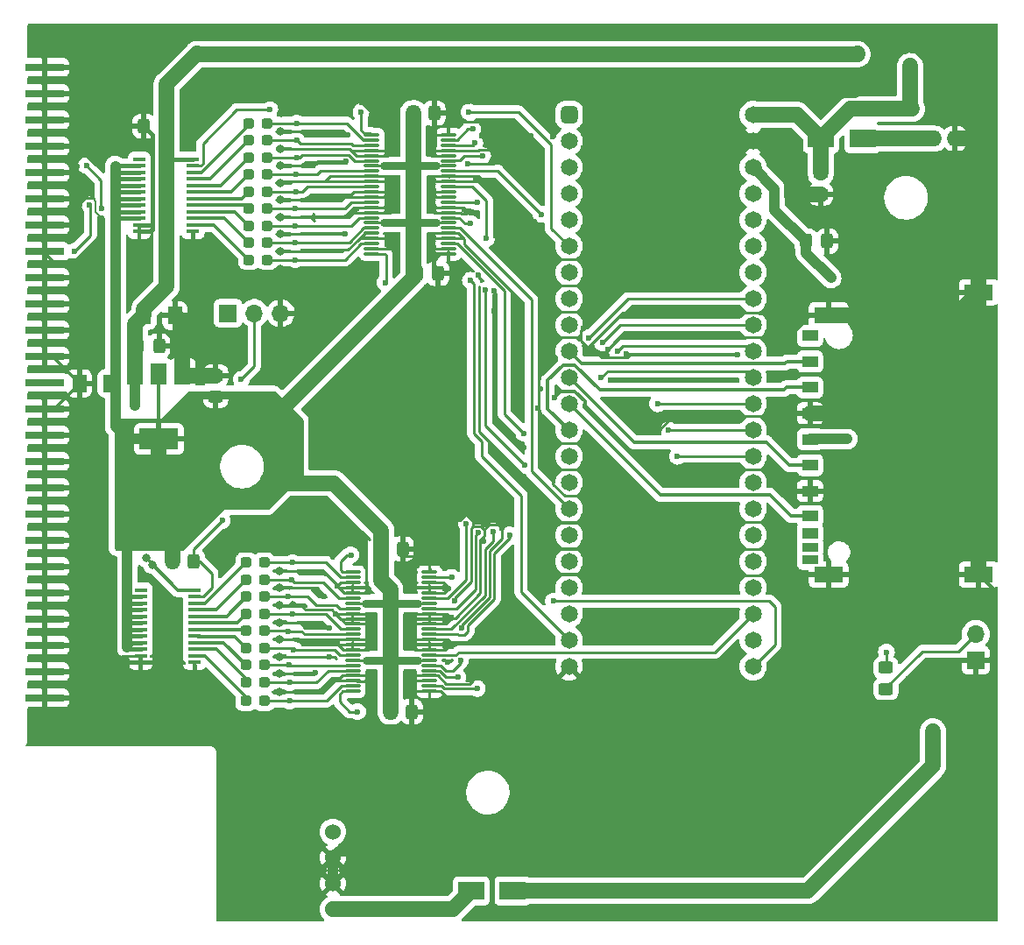
<source format=gbr>
%TF.GenerationSoftware,KiCad,Pcbnew,(6.0.2)*%
%TF.CreationDate,2022-04-15T06:19:46-06:00*%
%TF.ProjectId,XCVR_F4Lite_SMD_V1,58435652-5f46-4344-9c69-74655f534d44,rev?*%
%TF.SameCoordinates,Original*%
%TF.FileFunction,Copper,L1,Top*%
%TF.FilePolarity,Positive*%
%FSLAX46Y46*%
G04 Gerber Fmt 4.6, Leading zero omitted, Abs format (unit mm)*
G04 Created by KiCad (PCBNEW (6.0.2)) date 2022-04-15 06:19:46*
%MOMM*%
%LPD*%
G01*
G04 APERTURE LIST*
G04 Aperture macros list*
%AMRoundRect*
0 Rectangle with rounded corners*
0 $1 Rounding radius*
0 $2 $3 $4 $5 $6 $7 $8 $9 X,Y pos of 4 corners*
0 Add a 4 corners polygon primitive as box body*
4,1,4,$2,$3,$4,$5,$6,$7,$8,$9,$2,$3,0*
0 Add four circle primitives for the rounded corners*
1,1,$1+$1,$2,$3*
1,1,$1+$1,$4,$5*
1,1,$1+$1,$6,$7*
1,1,$1+$1,$8,$9*
0 Add four rect primitives between the rounded corners*
20,1,$1+$1,$2,$3,$4,$5,0*
20,1,$1+$1,$4,$5,$6,$7,0*
20,1,$1+$1,$6,$7,$8,$9,0*
20,1,$1+$1,$8,$9,$2,$3,0*%
G04 Aperture macros list end*
%TA.AperFunction,SMDPad,CuDef*%
%ADD10R,3.800000X0.750000*%
%TD*%
%TA.AperFunction,SMDPad,CuDef*%
%ADD11RoundRect,0.237500X-0.287500X-0.237500X0.287500X-0.237500X0.287500X0.237500X-0.287500X0.237500X0*%
%TD*%
%TA.AperFunction,ComponentPad*%
%ADD12C,1.524000*%
%TD*%
%TA.AperFunction,SMDPad,CuDef*%
%ADD13RoundRect,0.250001X-0.462499X-0.624999X0.462499X-0.624999X0.462499X0.624999X-0.462499X0.624999X0*%
%TD*%
%TA.AperFunction,SMDPad,CuDef*%
%ADD14RoundRect,0.250001X0.462499X0.624999X-0.462499X0.624999X-0.462499X-0.624999X0.462499X-0.624999X0*%
%TD*%
%TA.AperFunction,SMDPad,CuDef*%
%ADD15RoundRect,0.237500X0.287500X0.237500X-0.287500X0.237500X-0.287500X-0.237500X0.287500X-0.237500X0*%
%TD*%
%TA.AperFunction,SMDPad,CuDef*%
%ADD16R,1.500000X2.000000*%
%TD*%
%TA.AperFunction,SMDPad,CuDef*%
%ADD17R,3.800000X2.000000*%
%TD*%
%TA.AperFunction,SMDPad,CuDef*%
%ADD18R,1.200000X0.400000*%
%TD*%
%TA.AperFunction,ComponentPad*%
%ADD19C,1.270000*%
%TD*%
%TA.AperFunction,SMDPad,CuDef*%
%ADD20RoundRect,0.250000X-0.450000X0.325000X-0.450000X-0.325000X0.450000X-0.325000X0.450000X0.325000X0*%
%TD*%
%TA.AperFunction,SMDPad,CuDef*%
%ADD21RoundRect,0.075000X-0.662500X-0.075000X0.662500X-0.075000X0.662500X0.075000X-0.662500X0.075000X0*%
%TD*%
%TA.AperFunction,SMDPad,CuDef*%
%ADD22RoundRect,0.250000X-0.325000X-0.450000X0.325000X-0.450000X0.325000X0.450000X-0.325000X0.450000X0*%
%TD*%
%TA.AperFunction,SMDPad,CuDef*%
%ADD23RoundRect,0.250000X0.325000X0.450000X-0.325000X0.450000X-0.325000X-0.450000X0.325000X-0.450000X0*%
%TD*%
%TA.AperFunction,ComponentPad*%
%ADD24R,1.700000X1.700000*%
%TD*%
%TA.AperFunction,ComponentPad*%
%ADD25O,1.700000X1.700000*%
%TD*%
%TA.AperFunction,SMDPad,CuDef*%
%ADD26RoundRect,0.250000X0.450000X-0.325000X0.450000X0.325000X-0.450000X0.325000X-0.450000X-0.325000X0*%
%TD*%
%TA.AperFunction,SMDPad,CuDef*%
%ADD27R,1.500000X0.960000*%
%TD*%
%TA.AperFunction,SMDPad,CuDef*%
%ADD28R,1.500000X1.100000*%
%TD*%
%TA.AperFunction,SMDPad,CuDef*%
%ADD29R,2.800000X1.500000*%
%TD*%
%TA.AperFunction,SMDPad,CuDef*%
%ADD30R,2.500000X1.800000*%
%TD*%
%TA.AperFunction,ComponentPad*%
%ADD31RoundRect,0.412500X-0.412500X-0.412500X0.412500X-0.412500X0.412500X0.412500X-0.412500X0.412500X0*%
%TD*%
%TA.AperFunction,ComponentPad*%
%ADD32C,1.650000*%
%TD*%
%TA.AperFunction,ViaPad*%
%ADD33C,0.600000*%
%TD*%
%TA.AperFunction,ViaPad*%
%ADD34C,0.800000*%
%TD*%
%TA.AperFunction,Conductor*%
%ADD35C,0.250000*%
%TD*%
%TA.AperFunction,Conductor*%
%ADD36C,0.400000*%
%TD*%
%TA.AperFunction,Conductor*%
%ADD37C,0.330000*%
%TD*%
%TA.AperFunction,Conductor*%
%ADD38C,1.500000*%
%TD*%
%TA.AperFunction,Conductor*%
%ADD39C,0.450000*%
%TD*%
%TA.AperFunction,Conductor*%
%ADD40C,0.500000*%
%TD*%
%TA.AperFunction,Conductor*%
%ADD41C,0.142000*%
%TD*%
%TA.AperFunction,Conductor*%
%ADD42C,1.000000*%
%TD*%
%TA.AperFunction,Conductor*%
%ADD43C,0.750000*%
%TD*%
G04 APERTURE END LIST*
D10*
%TO.P,J3,1*%
%TO.N,GND*%
X107017820Y-129484120D03*
%TO.P,J3,3*%
X107017820Y-126944120D03*
%TO.P,J3,5*%
X107017820Y-124404120D03*
%TO.P,J3,7*%
X107017820Y-121864120D03*
%TO.P,J3,9*%
X107017820Y-119324120D03*
%TO.P,J3,11*%
X107017820Y-116784120D03*
%TO.P,J3,13*%
X107017820Y-114244120D03*
%TO.P,J3,15*%
X107017820Y-111704120D03*
%TO.P,J3,17*%
X107017820Y-109164120D03*
%TO.P,J3,19*%
X107017820Y-106624120D03*
%TO.P,J3,21*%
X107017820Y-104084120D03*
%TO.P,J3,23*%
X107017820Y-101544120D03*
%TO.P,J3,25*%
%TO.N,Net-(J3-Pad25)*%
X107017820Y-99004120D03*
%TO.P,J3,27*%
%TO.N,GND*%
X107017820Y-96464120D03*
%TO.P,J3,29*%
X107017820Y-93924120D03*
%TO.P,J3,31*%
X107017820Y-91384120D03*
%TO.P,J3,33*%
X107017820Y-88844120D03*
%TO.P,J3,35*%
X107017820Y-86304120D03*
%TO.P,J3,37*%
X107017820Y-83764120D03*
%TO.P,J3,39*%
X107017820Y-81224120D03*
%TO.P,J3,41*%
X107017820Y-78684120D03*
%TO.P,J3,43*%
X107017820Y-76144120D03*
%TO.P,J3,45*%
X107017820Y-73604120D03*
%TO.P,J3,47*%
X107017820Y-71064120D03*
%TO.P,J3,49*%
X107017820Y-68524120D03*
%TD*%
D11*
%TO.P,R6,1*%
%TO.N,Net-(R6-Pad1)*%
X126537780Y-119689880D03*
%TO.P,R6,2*%
%TO.N,DB6*%
X128287780Y-119689880D03*
%TD*%
%TO.P,R4,1*%
%TO.N,Net-(R4-Pad1)*%
X126537780Y-118038880D03*
%TO.P,R4,2*%
%TO.N,DB7*%
X128287780Y-118038880D03*
%TD*%
%TO.P,R5,1*%
%TO.N,Net-(R5-Pad1)*%
X126523780Y-126293880D03*
%TO.P,R5,2*%
%TO.N,DB2*%
X128273780Y-126293880D03*
%TD*%
%TO.P,R10,1*%
%TO.N,Net-(R10-Pad1)*%
X126523780Y-128008380D03*
%TO.P,R10,2*%
%TO.N,DB1*%
X128273780Y-128008380D03*
%TD*%
%TO.P,R7,1*%
%TO.N,Net-(R7-Pad1)*%
X126537780Y-124642880D03*
%TO.P,R7,2*%
%TO.N,DB3*%
X128287780Y-124642880D03*
%TD*%
%TO.P,R8,1*%
%TO.N,Net-(R8-Pad1)*%
X126537780Y-121340880D03*
%TO.P,R8,2*%
%TO.N,DB5*%
X128287780Y-121340880D03*
%TD*%
%TO.P,R1,1*%
%TO.N,Net-(R1-Pad1)*%
X126523780Y-116387880D03*
%TO.P,R1,2*%
%TO.N,DBP*%
X128273780Y-116387880D03*
%TD*%
%TO.P,R11,1*%
%TO.N,Net-(R11-Pad1)*%
X126523780Y-129786380D03*
%TO.P,R11,2*%
%TO.N,DB0*%
X128273780Y-129786380D03*
%TD*%
%TO.P,R9,1*%
%TO.N,Net-(R9-Pad1)*%
X126537780Y-122991880D03*
%TO.P,R9,2*%
%TO.N,DB4*%
X128287780Y-122991880D03*
%TD*%
D12*
%TO.P,J4,1*%
%TO.N,Net-(D2-Pad2)*%
X134917180Y-149919060D03*
%TO.P,J4,2*%
%TO.N,GND*%
X134917180Y-147419060D03*
%TO.P,J4,3*%
X134917180Y-144919060D03*
%TO.P,J4,4*%
%TO.N,Net-(J4-Pad4)*%
X134917180Y-142419060D03*
%TD*%
D13*
%TO.P,C1,1*%
%TO.N,+5F*%
X116664080Y-92506800D03*
%TO.P,C1,2*%
%TO.N,GND*%
X119639080Y-92506800D03*
%TD*%
D14*
%TO.P,C2,1*%
%TO.N,+2V8*%
X113386260Y-99082860D03*
%TO.P,C2,2*%
%TO.N,GND*%
X110411260Y-99082860D03*
%TD*%
D11*
%TO.P,R3,1*%
%TO.N,Net-(R3-Pad1)*%
X126804420Y-73916540D03*
%TO.P,R3,2*%
%TO.N,IO*%
X128554420Y-73916540D03*
%TD*%
%TO.P,R2,1*%
%TO.N,Net-(R2-Pad1)*%
X126804420Y-75567540D03*
%TO.P,R2,2*%
%TO.N,REQ*%
X128554420Y-75567540D03*
%TD*%
D15*
%TO.P,R18,1*%
%TO.N,RST*%
X128554420Y-83822540D03*
%TO.P,R18,2*%
%TO.N,Net-(R18-Pad2)*%
X126804420Y-83822540D03*
%TD*%
%TO.P,R17,1*%
%TO.N,ACK*%
X128554420Y-85473540D03*
%TO.P,R17,2*%
%TO.N,Net-(R17-Pad2)*%
X126804420Y-85473540D03*
%TD*%
%TO.P,R16,1*%
%TO.N,ATN*%
X128554420Y-87124540D03*
%TO.P,R16,2*%
%TO.N,Net-(R16-Pad2)*%
X126804420Y-87124540D03*
%TD*%
%TO.P,R15,1*%
%TO.N,SEL*%
X128554420Y-82171540D03*
%TO.P,R15,2*%
%TO.N,Net-(R15-Pad2)*%
X126804420Y-82171540D03*
%TD*%
%TO.P,R14,1*%
%TO.N,BSY*%
X128554420Y-80520540D03*
%TO.P,R14,2*%
%TO.N,Net-(R14-Pad2)*%
X126804420Y-80520540D03*
%TD*%
%TO.P,R13,1*%
%TO.N,MSG*%
X128554420Y-78869540D03*
%TO.P,R13,2*%
%TO.N,Net-(R13-Pad2)*%
X126804420Y-78869540D03*
%TD*%
%TO.P,R12,1*%
%TO.N,CD*%
X128568420Y-77218540D03*
%TO.P,R12,2*%
%TO.N,Net-(R12-Pad2)*%
X126818420Y-77218540D03*
%TD*%
D16*
%TO.P,U3,1*%
%TO.N,GND*%
X120393220Y-98146920D03*
D17*
%TO.P,U3,2*%
%TO.N,+2V8*%
X118093220Y-104446920D03*
D16*
X118093220Y-98146920D03*
%TO.P,U3,3*%
%TO.N,+5F*%
X115793220Y-98146920D03*
%TD*%
D18*
%TO.P,U2,1*%
%TO.N,Net-(U2-Pad1)*%
X116203420Y-77409040D03*
%TO.P,U2,2*%
%TO.N,+2V8*%
X116203420Y-78044040D03*
%TO.P,U2,3*%
X116203420Y-78679040D03*
%TO.P,U2,4*%
X116203420Y-79314040D03*
%TO.P,U2,5*%
X116203420Y-79949040D03*
%TO.P,U2,6*%
X116203420Y-80584040D03*
%TO.P,U2,7*%
X116203420Y-81219040D03*
%TO.P,U2,8*%
X116203420Y-81854040D03*
%TO.P,U2,9*%
X116203420Y-82489040D03*
%TO.P,U2,10*%
X116203420Y-83124040D03*
%TO.P,U2,11*%
%TO.N,GND*%
X116203420Y-83759040D03*
%TO.P,U2,12*%
X116203420Y-84394040D03*
%TO.P,U2,13*%
X121403420Y-84394040D03*
%TO.P,U2,14*%
%TO.N,Net-(R16-Pad2)*%
X121403420Y-83759040D03*
%TO.P,U2,15*%
%TO.N,Net-(R17-Pad2)*%
X121403420Y-83124040D03*
%TO.P,U2,16*%
%TO.N,Net-(R18-Pad2)*%
X121403420Y-82489040D03*
%TO.P,U2,17*%
%TO.N,Net-(R15-Pad2)*%
X121403420Y-81854040D03*
%TO.P,U2,18*%
%TO.N,Net-(R14-Pad2)*%
X121403420Y-81219040D03*
%TO.P,U2,19*%
%TO.N,Net-(R13-Pad2)*%
X121403420Y-80584040D03*
%TO.P,U2,20*%
%TO.N,Net-(R12-Pad2)*%
X121403420Y-79949040D03*
%TO.P,U2,21*%
%TO.N,Net-(R2-Pad1)*%
X121403420Y-79314040D03*
%TO.P,U2,22*%
%TO.N,Net-(R3-Pad1)*%
X121403420Y-78679040D03*
%TO.P,U2,23*%
%TO.N,Net-(J2-Pad2)*%
X121403420Y-78044040D03*
%TO.P,U2,24*%
%TO.N,+5F*%
X121403420Y-77409040D03*
%TD*%
%TO.P,U1,1*%
%TO.N,Net-(U1-Pad1)*%
X116353280Y-119054880D03*
%TO.P,U1,2*%
%TO.N,+2V8*%
X116353280Y-119689880D03*
%TO.P,U1,3*%
X116353280Y-120324880D03*
%TO.P,U1,4*%
X116353280Y-120959880D03*
%TO.P,U1,5*%
X116353280Y-121594880D03*
%TO.P,U1,6*%
X116353280Y-122229880D03*
%TO.P,U1,7*%
X116353280Y-122864880D03*
%TO.P,U1,8*%
X116353280Y-123499880D03*
%TO.P,U1,9*%
X116353280Y-124134880D03*
%TO.P,U1,10*%
X116353280Y-124769880D03*
%TO.P,U1,11*%
%TO.N,GND*%
X116353280Y-125404880D03*
%TO.P,U1,12*%
X116353280Y-126039880D03*
%TO.P,U1,13*%
X121553280Y-126039880D03*
%TO.P,U1,14*%
%TO.N,Net-(R11-Pad1)*%
X121553280Y-125404880D03*
%TO.P,U1,15*%
%TO.N,Net-(R10-Pad1)*%
X121553280Y-124769880D03*
%TO.P,U1,16*%
%TO.N,Net-(R5-Pad1)*%
X121553280Y-124134880D03*
%TO.P,U1,17*%
%TO.N,Net-(R7-Pad1)*%
X121553280Y-123499880D03*
%TO.P,U1,18*%
%TO.N,Net-(R9-Pad1)*%
X121553280Y-122864880D03*
%TO.P,U1,19*%
%TO.N,Net-(R8-Pad1)*%
X121553280Y-122229880D03*
%TO.P,U1,20*%
%TO.N,Net-(R6-Pad1)*%
X121553280Y-121594880D03*
%TO.P,U1,21*%
%TO.N,Net-(R4-Pad1)*%
X121553280Y-120959880D03*
%TO.P,U1,22*%
%TO.N,Net-(R1-Pad1)*%
X121553280Y-120324880D03*
%TO.P,U1,23*%
%TO.N,Net-(J2-Pad2)*%
X121553280Y-119689880D03*
%TO.P,U1,24*%
%TO.N,+5F*%
X121553280Y-119054880D03*
%TD*%
D19*
%TO.P,F1,1*%
%TO.N,+5VP*%
X190705740Y-68392040D03*
%TO.P,F1,2*%
%TO.N,+5F*%
X185625740Y-67249040D03*
%TD*%
D20*
%TO.P,C3,1*%
%TO.N,+5VP*%
X182069740Y-78733540D03*
%TO.P,C3,2*%
%TO.N,GND*%
X182069740Y-80783540D03*
%TD*%
D21*
%TO.P,U4,1*%
%TO.N,DBPTr*%
X136832340Y-117330720D03*
%TO.P,U4,2*%
%TO.N,DBP*%
X136832340Y-117830720D03*
%TO.P,U4,3*%
%TO.N,GND*%
X136832340Y-118330720D03*
%TO.P,U4,4*%
X136832340Y-118830720D03*
%TO.P,U4,5*%
X136832340Y-119330720D03*
%TO.P,U4,6*%
%TO.N,DB7*%
X136832340Y-119830720D03*
%TO.P,U4,7*%
%TO.N,+2V8*%
X136832340Y-120330720D03*
%TO.P,U4,8*%
%TO.N,DB6*%
X136832340Y-120830720D03*
%TO.P,U4,9*%
%TO.N,GND*%
X136832340Y-121330720D03*
%TO.P,U4,10*%
X136832340Y-121830720D03*
%TO.P,U4,11*%
X136832340Y-122330720D03*
%TO.P,U4,12*%
%TO.N,DB5*%
X136832340Y-122830720D03*
%TO.P,U4,13*%
%TO.N,DB4*%
X136832340Y-123330720D03*
%TO.P,U4,14*%
%TO.N,GND*%
X136832340Y-123830720D03*
%TO.P,U4,15*%
X136832340Y-124330720D03*
%TO.P,U4,16*%
X136832340Y-124830720D03*
%TO.P,U4,17*%
%TO.N,DB3*%
X136832340Y-125330720D03*
%TO.P,U4,18*%
%TO.N,+2V8*%
X136832340Y-125830720D03*
%TO.P,U4,19*%
%TO.N,DB2*%
X136832340Y-126330720D03*
%TO.P,U4,20*%
%TO.N,DB1*%
X136832340Y-126830720D03*
%TO.P,U4,21*%
%TO.N,GND*%
X136832340Y-127330720D03*
%TO.P,U4,22*%
X136832340Y-127830720D03*
%TO.P,U4,23*%
%TO.N,DB0*%
X136832340Y-128330720D03*
%TO.P,U4,24*%
%TO.N,DBPTr*%
X136832340Y-128830720D03*
%TO.P,U4,25*%
%TO.N,GND*%
X144257340Y-128830720D03*
%TO.P,U4,26*%
%TO.N,DB0T*%
X144257340Y-128330720D03*
%TO.P,U4,27*%
%TO.N,GND*%
X144257340Y-127830720D03*
%TO.P,U4,28*%
X144257340Y-127330720D03*
%TO.P,U4,29*%
%TO.N,DB1T*%
X144257340Y-126830720D03*
%TO.P,U4,30*%
%TO.N,DB2T*%
X144257340Y-126330720D03*
%TO.P,U4,31*%
%TO.N,+2V8*%
X144257340Y-125830720D03*
%TO.P,U4,32*%
%TO.N,DB3T*%
X144257340Y-125330720D03*
%TO.P,U4,33*%
%TO.N,GND*%
X144257340Y-124830720D03*
%TO.P,U4,34*%
X144257340Y-124330720D03*
%TO.P,U4,35*%
X144257340Y-123830720D03*
%TO.P,U4,36*%
%TO.N,DB4T*%
X144257340Y-123330720D03*
%TO.P,U4,37*%
%TO.N,DB5T*%
X144257340Y-122830720D03*
%TO.P,U4,38*%
%TO.N,GND*%
X144257340Y-122330720D03*
%TO.P,U4,39*%
X144257340Y-121830720D03*
%TO.P,U4,40*%
X144257340Y-121330720D03*
%TO.P,U4,41*%
%TO.N,DB6T*%
X144257340Y-120830720D03*
%TO.P,U4,42*%
%TO.N,+2V8*%
X144257340Y-120330720D03*
%TO.P,U4,43*%
%TO.N,DB7T*%
X144257340Y-119830720D03*
%TO.P,U4,44*%
%TO.N,GND*%
X144257340Y-119330720D03*
%TO.P,U4,45*%
X144257340Y-118830720D03*
%TO.P,U4,46*%
X144257340Y-118330720D03*
%TO.P,U4,47*%
%TO.N,DBPT*%
X144257340Y-117830720D03*
%TO.P,U4,48*%
%TO.N,GND*%
X144257340Y-117330720D03*
%TD*%
%TO.P,U5,1*%
%TO.N,BP_TATr*%
X138674820Y-75052480D03*
%TO.P,U5,2*%
%TO.N,IO*%
X138674820Y-75552480D03*
%TO.P,U5,3*%
%TO.N,REQ*%
X138674820Y-76052480D03*
%TO.P,U5,4*%
%TO.N,GND*%
X138674820Y-76552480D03*
%TO.P,U5,5*%
X138674820Y-77052480D03*
%TO.P,U5,6*%
%TO.N,CD*%
X138674820Y-77552480D03*
%TO.P,U5,7*%
%TO.N,+2V8*%
X138674820Y-78052480D03*
%TO.P,U5,8*%
%TO.N,MSG*%
X138674820Y-78552480D03*
%TO.P,U5,9*%
%TO.N,GND*%
X138674820Y-79052480D03*
%TO.P,U5,10*%
X138674820Y-79552480D03*
%TO.P,U5,11*%
%TO.N,BSY*%
X138674820Y-80052480D03*
%TO.P,U5,12*%
%TO.N,GND*%
X138674820Y-80552480D03*
%TO.P,U5,13*%
X138674820Y-81052480D03*
%TO.P,U5,14*%
%TO.N,SEL*%
X138674820Y-81552480D03*
%TO.P,U5,15*%
%TO.N,GND*%
X138674820Y-82052480D03*
%TO.P,U5,16*%
X138674820Y-82552480D03*
%TO.P,U5,17*%
%TO.N,RST*%
X138674820Y-83052480D03*
%TO.P,U5,18*%
%TO.N,+2V8*%
X138674820Y-83552480D03*
%TO.P,U5,19*%
%TO.N,ACK*%
X138674820Y-84052480D03*
%TO.P,U5,20*%
%TO.N,GND*%
X138674820Y-84552480D03*
%TO.P,U5,21*%
X138674820Y-85052480D03*
%TO.P,U5,22*%
%TO.N,ATN*%
X138674820Y-85552480D03*
%TO.P,U5,23*%
%TO.N,GND*%
X138674820Y-86052480D03*
%TO.P,U5,24*%
%TO.N,BP_INTr*%
X138674820Y-86552480D03*
%TO.P,U5,25*%
%TO.N,GND*%
X146099820Y-86552480D03*
%TO.P,U5,26*%
X146099820Y-86052480D03*
%TO.P,U5,27*%
%TO.N,ATNT*%
X146099820Y-85552480D03*
%TO.P,U5,28*%
%TO.N,GND*%
X146099820Y-85052480D03*
%TO.P,U5,29*%
X146099820Y-84552480D03*
%TO.P,U5,30*%
%TO.N,ACKT*%
X146099820Y-84052480D03*
%TO.P,U5,31*%
%TO.N,+2V8*%
X146099820Y-83552480D03*
%TO.P,U5,32*%
%TO.N,RSTT*%
X146099820Y-83052480D03*
%TO.P,U5,33*%
%TO.N,GND*%
X146099820Y-82552480D03*
%TO.P,U5,34*%
X146099820Y-82052480D03*
%TO.P,U5,35*%
%TO.N,SELT*%
X146099820Y-81552480D03*
%TO.P,U5,36*%
%TO.N,GND*%
X146099820Y-81052480D03*
%TO.P,U5,37*%
X146099820Y-80552480D03*
%TO.P,U5,38*%
%TO.N,BSYT*%
X146099820Y-80052480D03*
%TO.P,U5,39*%
%TO.N,GND*%
X146099820Y-79552480D03*
%TO.P,U5,40*%
X146099820Y-79052480D03*
%TO.P,U5,41*%
%TO.N,MSGT*%
X146099820Y-78552480D03*
%TO.P,U5,42*%
%TO.N,+2V8*%
X146099820Y-78052480D03*
%TO.P,U5,43*%
%TO.N,CDT*%
X146099820Y-77552480D03*
%TO.P,U5,44*%
%TO.N,GND*%
X146099820Y-77052480D03*
%TO.P,U5,45*%
X146099820Y-76552480D03*
%TO.P,U5,46*%
%TO.N,REQT*%
X146099820Y-76052480D03*
%TO.P,U5,47*%
%TO.N,IOT*%
X146099820Y-75552480D03*
%TO.P,U5,48*%
%TO.N,GND*%
X146099820Y-75052480D03*
%TD*%
D22*
%TO.P,C4,1*%
%TO.N,+2V8*%
X139600720Y-115072160D03*
%TO.P,C4,2*%
%TO.N,GND*%
X141650720Y-115072160D03*
%TD*%
%TO.P,C5,1*%
%TO.N,+2V8*%
X142671580Y-72953880D03*
%TO.P,C5,2*%
%TO.N,GND*%
X144721580Y-72953880D03*
%TD*%
D23*
%TO.P,R19,1*%
%TO.N,Net-(J2-Pad2)*%
X121478040Y-116304060D03*
%TO.P,R19,2*%
%TO.N,+2V8*%
X119428040Y-116304060D03*
%TD*%
D24*
%TO.P,J1,1*%
%TO.N,GND*%
X197063360Y-125839219D03*
D25*
%TO.P,J1,2*%
%TO.N,Net-(J1-Pad2)*%
X197063360Y-123299219D03*
%TD*%
D26*
%TO.P,R21,1*%
%TO.N,Net-(J1-Pad2)*%
X188363860Y-128613119D03*
%TO.P,R21,2*%
%TO.N,Net-(R21-Pad2)*%
X188363860Y-126563119D03*
%TD*%
D23*
%TO.P,C6,1*%
%TO.N,+5F*%
X118685420Y-74206100D03*
%TO.P,C6,2*%
%TO.N,GND*%
X116635420Y-74206100D03*
%TD*%
D22*
%TO.P,C7,1*%
%TO.N,+5F*%
X116060001Y-95455740D03*
%TO.P,C7,2*%
%TO.N,GND*%
X118110001Y-95455740D03*
%TD*%
D26*
%TO.P,C8,1*%
%TO.N,+2V8*%
X123596400Y-100353080D03*
%TO.P,C8,2*%
%TO.N,GND*%
X123596400Y-98303080D03*
%TD*%
D22*
%TO.P,C9,1*%
%TO.N,+5V*%
X193000520Y-75399900D03*
%TO.P,C9,2*%
%TO.N,GND*%
X195050520Y-75399900D03*
%TD*%
%TO.P,C10,1*%
%TO.N,+2V8*%
X140494800Y-130810000D03*
%TO.P,C10,2*%
%TO.N,GND*%
X142544800Y-130810000D03*
%TD*%
%TO.P,C11,1*%
%TO.N,+3V3*%
X180644580Y-85336380D03*
%TO.P,C11,2*%
%TO.N,GND*%
X182694580Y-85336380D03*
%TD*%
D27*
%TO.P,SD1,1*%
%TO.N,Net-(SD1-Pad1)*%
X181033420Y-116102740D03*
%TO.P,SD1,2*%
%TO.N,Net-(SD1-Pad2)*%
X181033420Y-114902740D03*
D28*
%TO.P,SD1,3*%
%TO.N,Net-(SD1-Pad3)*%
X181033420Y-113602740D03*
%TO.P,SD1,4*%
%TO.N,SD_MISO*%
X181033420Y-111902740D03*
%TO.P,SD1,5*%
%TO.N,GND*%
X181033420Y-109472740D03*
%TO.P,SD1,6*%
%TO.N,SD_CLK*%
X181033420Y-106972740D03*
%TO.P,SD1,7*%
%TO.N,+3V3*%
X181033420Y-104472740D03*
%TO.P,SD1,8*%
%TO.N,GND*%
X181033420Y-101972740D03*
%TO.P,SD1,9*%
%TO.N,SD_MOSI*%
X181033420Y-99472740D03*
%TO.P,SD1,10*%
%TO.N,SD_CS*%
X181033420Y-96972740D03*
%TO.P,SD1,11*%
%TO.N,Net-(SD1-Pad11)*%
X181033420Y-94472740D03*
D29*
%TO.P,SD1,12*%
%TO.N,GND*%
X182833420Y-117562740D03*
%TO.P,SD1,13*%
X182833420Y-92462740D03*
%TO.P,SD1,14*%
X197333420Y-117562740D03*
%TO.P,SD1,15*%
X197333420Y-90262740D03*
%TD*%
D30*
%TO.P,D1,1*%
%TO.N,+5VP*%
X182105800Y-75410060D03*
%TO.P,D1,2*%
%TO.N,+5V*%
X186105800Y-75410060D03*
%TD*%
%TO.P,D2,1*%
%TO.N,+5VP*%
X152301960Y-148130260D03*
%TO.P,D2,2*%
%TO.N,Net-(D2-Pad2)*%
X148301960Y-148130260D03*
%TD*%
D24*
%TO.P,J2,1*%
%TO.N,Net-(J2-Pad1)*%
X124780040Y-92280740D03*
D25*
%TO.P,J2,2*%
%TO.N,Net-(J2-Pad2)*%
X127320040Y-92280740D03*
%TO.P,J2,3*%
%TO.N,GND*%
X129860040Y-92280740D03*
%TD*%
D22*
%TO.P,C12,1*%
%TO.N,+2V8*%
X143017020Y-88447880D03*
%TO.P,C12,2*%
%TO.N,GND*%
X145067020Y-88447880D03*
%TD*%
D31*
%TO.P,U6,1*%
%TO.N,Net-(U6-Pad1)*%
X157746700Y-73103740D03*
D32*
%TO.P,U6,2*%
%TO.N,Net-(U6-Pad2)*%
X157746700Y-75643740D03*
%TO.P,U6,3*%
%TO.N,Net-(U6-Pad3)*%
X157746700Y-78183740D03*
%TO.P,U6,4*%
%TO.N,Net-(U6-Pad4)*%
X157746700Y-80723740D03*
%TO.P,U6,5*%
%TO.N,Net-(U6-Pad5)*%
X157746700Y-83263740D03*
%TO.P,U6,6*%
%TO.N,BP_TATr*%
X157746700Y-85803740D03*
%TO.P,U6,7*%
%TO.N,DBPTr*%
X157746700Y-88343740D03*
%TO.P,U6,8*%
%TO.N,BP_INTr*%
X157746700Y-90883740D03*
%TO.P,U6,9*%
%TO.N,Net-(U6-Pad9)*%
X157746700Y-93423740D03*
%TO.P,U6,10*%
%TO.N,SD_CS*%
X157746700Y-95963740D03*
%TO.P,U6,11*%
%TO.N,SD_CLK*%
X157746700Y-98503740D03*
%TO.P,U6,12*%
%TO.N,SD_MISO*%
X157746700Y-101043740D03*
%TO.P,U6,13*%
%TO.N,SD_MOSI*%
X157746700Y-103583740D03*
%TO.P,U6,14*%
%TO.N,ATNT*%
X157746700Y-106123740D03*
%TO.P,U6,15*%
%TO.N,BSYT*%
X157746700Y-108663740D03*
%TO.P,U6,16*%
%TO.N,ACKT*%
X157746700Y-111203740D03*
%TO.P,U6,17*%
%TO.N,Net-(U6-Pad17)*%
X157746700Y-113743740D03*
%TO.P,U6,18*%
%TO.N,Net-(U6-Pad18)*%
X157746700Y-116283740D03*
%TO.P,U6,19*%
%TO.N,Net-(U6-Pad19)*%
X157746700Y-118823740D03*
%TO.P,U6,20*%
%TO.N,Net-(U6-Pad20)*%
X157746700Y-121363740D03*
%TO.P,U6,21*%
%TO.N,RSTT*%
X157746700Y-123903740D03*
%TO.P,U6,22*%
%TO.N,GND*%
X157746700Y-126443740D03*
%TO.P,U6,23*%
%TO.N,DBPT*%
X175526700Y-126443740D03*
%TO.P,U6,24*%
%TO.N,Net-(R21-Pad2)*%
X175526700Y-123903740D03*
%TO.P,U6,25*%
%TO.N,DB3T*%
X175526700Y-121363740D03*
%TO.P,U6,26*%
%TO.N,MSGT*%
X175526700Y-118823740D03*
%TO.P,U6,27*%
%TO.N,SELT*%
X175526700Y-116283740D03*
%TO.P,U6,28*%
%TO.N,CDT*%
X175526700Y-113743740D03*
%TO.P,U6,29*%
%TO.N,REQT*%
X175526700Y-111203740D03*
%TO.P,U6,30*%
%TO.N,IOT*%
X175526700Y-108663740D03*
%TO.P,U6,31*%
%TO.N,DB0T*%
X175526700Y-106123740D03*
%TO.P,U6,32*%
%TO.N,DB1T*%
X175526700Y-103583740D03*
%TO.P,U6,33*%
%TO.N,DB2T*%
X175526700Y-101043740D03*
%TO.P,U6,34*%
%TO.N,DB4T*%
X175526700Y-98503740D03*
%TO.P,U6,35*%
%TO.N,DB5T*%
X175526700Y-95963740D03*
%TO.P,U6,36*%
%TO.N,DB6T*%
X175526700Y-93423740D03*
%TO.P,U6,37*%
%TO.N,DB7T*%
X175526700Y-90883740D03*
%TO.P,U6,38*%
%TO.N,Net-(U6-Pad38)*%
X175526700Y-88343740D03*
%TO.P,U6,39*%
%TO.N,Net-(U6-Pad39)*%
X175526700Y-85803740D03*
%TO.P,U6,40*%
%TO.N,Net-(U6-Pad40)*%
X175526700Y-83263740D03*
%TO.P,U6,41*%
%TO.N,Net-(U6-Pad41)*%
X175526700Y-80723740D03*
%TO.P,U6,42*%
%TO.N,+3V3*%
X175526700Y-78183740D03*
%TO.P,U6,43*%
%TO.N,GND*%
X175526700Y-75643740D03*
%TO.P,U6,44*%
%TO.N,+5VP*%
X175526700Y-73103740D03*
%TD*%
D33*
%TO.N,GND*%
X147627340Y-130649980D03*
X194990720Y-127457200D03*
X173469300Y-98737420D03*
X145999200Y-126057660D03*
X133075680Y-103670100D03*
X154973020Y-99626420D03*
D34*
X110152180Y-93924120D03*
D33*
X190675260Y-122753120D03*
D34*
X107017820Y-120561100D03*
D33*
X163296600Y-96179640D03*
D34*
X129872740Y-82991960D03*
X107017820Y-123118880D03*
D33*
X166248080Y-103647240D03*
X188455300Y-70312280D03*
X122560080Y-69715380D03*
D34*
X110040420Y-84020660D03*
D33*
X149329140Y-75163680D03*
X142367000Y-124404120D03*
X183134000Y-149405340D03*
X159542480Y-78440280D03*
X142669260Y-116687600D03*
X142560040Y-132351780D03*
D34*
X107017820Y-118031260D03*
D33*
X138592560Y-124358400D03*
D34*
X107017820Y-125684280D03*
D33*
X107000040Y-77447140D03*
X154401520Y-83464400D03*
X147355560Y-122742960D03*
X149456140Y-79496920D03*
X122072400Y-98663760D03*
X148059140Y-71800720D03*
X121155460Y-92489020D03*
X138645900Y-127312420D03*
X179044600Y-101947980D03*
X153367740Y-105242360D03*
X147967700Y-77886560D03*
X154970480Y-103101140D03*
X135394700Y-127749300D03*
X156138880Y-75229720D03*
X140802360Y-75819000D03*
X159543750Y-104458770D03*
D34*
X129890520Y-72958960D03*
X151858980Y-115951000D03*
D33*
X145625820Y-110390940D03*
X137669270Y-71878190D03*
X107033060Y-90073480D03*
X107005120Y-130733800D03*
X151269700Y-113096040D03*
X135194040Y-121335800D03*
X159249110Y-123005850D03*
X109877860Y-87200740D03*
X111211360Y-107149900D03*
X154048460Y-75163680D03*
X130649980Y-70495160D03*
X190967340Y-101965780D03*
D34*
X112509300Y-77967840D03*
D33*
X154777440Y-80723740D03*
X159524700Y-80761840D03*
X149496780Y-114312700D03*
X134934960Y-115742720D03*
X132369560Y-110683040D03*
X167477440Y-107058460D03*
X116159280Y-89443560D03*
X136179560Y-77604620D03*
X107035600Y-74912220D03*
D34*
X111551720Y-75448160D03*
D33*
X138605260Y-121853960D03*
X190886080Y-111615220D03*
D34*
X129872740Y-84653120D03*
D33*
X150055580Y-124025660D03*
X136133840Y-84653120D03*
X166923720Y-110871000D03*
D34*
X144444720Y-80794860D03*
D33*
X110167420Y-78056740D03*
X147119340Y-112229900D03*
X142994380Y-108793280D03*
D34*
X129847340Y-88021160D03*
D33*
X148332190Y-82561430D03*
X112562640Y-83075780D03*
X161475420Y-100749100D03*
X136316720Y-75092560D03*
X146051270Y-118875810D03*
D34*
X107017820Y-128264920D03*
D33*
X159522160Y-83281520D03*
D34*
X129872740Y-76380340D03*
X107017820Y-112991900D03*
D33*
X146390360Y-124213620D03*
D34*
X129872740Y-78051660D03*
D33*
X140243560Y-93883480D03*
X107045760Y-72275700D03*
X134607300Y-125524260D03*
X142341600Y-127223520D03*
X128005840Y-98628200D03*
D34*
X129872740Y-86324440D03*
D33*
X153916380Y-121584720D03*
D34*
X129730500Y-120545860D03*
D33*
X123012200Y-115275360D03*
X174038260Y-96268540D03*
X150627080Y-84764880D03*
X154051000Y-109199680D03*
X107017820Y-92636340D03*
X134035800Y-119702580D03*
X106984800Y-87541100D03*
X150459440Y-90098880D03*
D34*
X111696500Y-69321680D03*
X129730500Y-125488700D03*
D33*
X111264700Y-102509320D03*
X154983180Y-76621640D03*
X156049980Y-123926600D03*
X186860180Y-69169280D03*
X161500820Y-95773240D03*
X142356840Y-121737120D03*
D34*
X111566960Y-72593200D03*
D33*
X150459440Y-92072460D03*
X111318040Y-104683560D03*
X120746520Y-88833960D03*
X145694400Y-106128820D03*
D34*
X144589500Y-75681840D03*
D33*
X134609840Y-122682000D03*
X135354060Y-118668800D03*
X111028480Y-89997280D03*
X173332140Y-121592340D03*
X194945000Y-89646760D03*
X145016220Y-71379080D03*
X159142430Y-93790770D03*
X133179820Y-127066040D03*
D34*
X129730500Y-123797060D03*
D33*
X148429980Y-150566120D03*
X154736800Y-101480620D03*
X135008620Y-93540580D03*
D34*
X129872740Y-79689960D03*
D33*
X190578740Y-127607060D03*
X110444280Y-81846420D03*
D34*
X129730500Y-128882140D03*
X129730500Y-118854220D03*
D33*
X146304000Y-121799860D03*
X191107060Y-89535000D03*
X159605980Y-119235220D03*
X195026260Y-101965780D03*
X140583920Y-82039460D03*
D34*
X107017820Y-115531900D03*
D33*
X161780220Y-98737420D03*
X148951950Y-88634570D03*
X146667220Y-120131840D03*
X129740660Y-98607880D03*
X147391120Y-108658660D03*
X140627100Y-79618840D03*
X148269960Y-127546100D03*
D34*
X129730500Y-117221000D03*
X129872740Y-81340960D03*
D33*
X159151320Y-76347320D03*
X195127880Y-122684540D03*
X132969000Y-117345460D03*
D34*
X129872740Y-74719180D03*
X129730500Y-122207020D03*
D33*
X155829000Y-93738700D03*
D34*
X144419320Y-85267800D03*
D33*
X156364940Y-100411280D03*
X155910280Y-119009160D03*
X152646380Y-98242120D03*
X182897780Y-120177560D03*
X195277740Y-111780320D03*
X107017820Y-107866180D03*
X136786620Y-91818460D03*
X107017820Y-69771260D03*
X165333680Y-101739700D03*
X137855960Y-96032320D03*
X107035600Y-82443320D03*
D34*
X107017820Y-110456980D03*
D33*
X179542440Y-145503900D03*
D34*
X129730500Y-127149860D03*
D33*
X150334980Y-145427700D03*
X124193300Y-117431820D03*
X173555660Y-118879620D03*
X125079760Y-115252500D03*
X156437934Y-96661574D03*
X121315480Y-72504300D03*
X140754100Y-85128100D03*
X107033060Y-79946500D03*
D34*
%TO.N,+5V*%
X190708280Y-75410060D03*
X189550040Y-75410060D03*
D33*
%TO.N,ATN*%
X131295140Y-87124540D03*
%TO.N,BSY*%
X131351020Y-80520540D03*
X109928660Y-86304120D03*
X111401860Y-81818480D03*
%TO.N,DBP*%
X130987800Y-116387880D03*
%TO.N,ACK*%
X131292600Y-85473540D03*
%TO.N,RST*%
X131290060Y-83822540D03*
%TO.N,MSG*%
X131378960Y-78869540D03*
%TO.N,SEL*%
X112577880Y-82161380D03*
X111081820Y-78016100D03*
X131310380Y-82171540D03*
%TO.N,CD*%
X131404360Y-77218540D03*
%TO.N,REQ*%
X131409440Y-75567540D03*
%TO.N,IO*%
X131429760Y-73916540D03*
%TO.N,DB7*%
X130967480Y-118038880D03*
%TO.N,DB6*%
X130571240Y-119689880D03*
%TO.N,DB5*%
X130990340Y-121389140D03*
%TO.N,DB4*%
X130622040Y-123022360D03*
%TO.N,DB3*%
X131076700Y-124825760D03*
%TO.N,DB2*%
X130716020Y-126293880D03*
%TO.N,DB1*%
X130728720Y-128008380D03*
%TO.N,DB0*%
X130733800Y-129786380D03*
%TO.N,+3V3*%
X184651040Y-104465780D03*
X182393590Y-88215470D03*
X183064150Y-88886030D03*
X183859780Y-104465780D03*
X183090160Y-104465780D03*
X181778910Y-87600790D03*
D34*
%TO.N,+5VP*%
X189692280Y-72547480D03*
X190891160Y-72547480D03*
X192918080Y-133901180D03*
X192928240Y-132694680D03*
%TO.N,+5F*%
X117467380Y-116586000D03*
X116843810Y-115962430D03*
X115793220Y-99997560D03*
X115793220Y-101122780D03*
D33*
%TO.N,DB4T*%
X151980900Y-113718340D03*
X160858200Y-98503740D03*
%TO.N,DB5T*%
X162422840Y-95963740D03*
X150416260Y-113367820D03*
%TO.N,DB6T*%
X160990280Y-95150940D03*
X148941930Y-113501310D03*
%TO.N,DB7T*%
X159656780Y-94670880D03*
X147817840Y-112669320D03*
%TO.N,ATNT*%
X153382980Y-103906320D03*
%TO.N,BSYT*%
X149750780Y-85069680D03*
X153454100Y-106997500D03*
X149651720Y-90055700D03*
%TO.N,DBPT*%
X146387820Y-117815360D03*
X156227780Y-120134380D03*
%TO.N,RSTT*%
X148212810Y-83585050D03*
X148212810Y-89107010D03*
%TO.N,MSGT*%
X155041600Y-82727800D03*
%TO.N,SELT*%
X148865020Y-81552480D03*
%TO.N,CDT*%
X149387560Y-77073760D03*
%TO.N,REQT*%
X148640800Y-75834240D03*
%TO.N,IOT*%
X148439521Y-74493739D03*
%TO.N,DB0T*%
X148874480Y-128564640D03*
X168219120Y-106116120D03*
%TO.N,DB1T*%
X167373300Y-103583740D03*
X146982180Y-127469900D03*
%TO.N,DB2T*%
X147238720Y-125836680D03*
X166298880Y-101043740D03*
%TO.N,BP_TATr*%
X137634980Y-72837040D03*
X148076920Y-72837040D03*
%TO.N,DBPTr*%
X137316210Y-130808730D03*
X136654540Y-115651280D03*
%TO.N,BP_INTr*%
X139954000Y-89324180D03*
%TO.N,Net-(J2-Pad2)*%
X126055120Y-98681540D03*
X124213939Y-112334359D03*
X128828800Y-72616060D03*
%TO.N,Net-(R21-Pad2)*%
X188417200Y-125046740D03*
%TD*%
D35*
%TO.N,GND*%
X136179560Y-77604620D02*
X136179560Y-77604620D01*
X136133840Y-84653120D02*
X136133840Y-84653120D01*
D36*
X144759680Y-75059540D02*
X144759680Y-76060300D01*
X144615461Y-87154459D02*
X144615461Y-87878359D01*
D35*
X125826520Y-88933020D02*
X128066450Y-88933020D01*
X125572520Y-88933020D02*
X125826520Y-88933020D01*
X110571280Y-81854040D02*
X110571280Y-81854040D01*
X112562640Y-83075780D02*
X112562640Y-83075780D01*
X110167420Y-78056740D02*
X110190280Y-78033880D01*
X109877860Y-87200740D02*
X109877860Y-87200740D01*
X110040420Y-84020660D02*
X110040420Y-84020660D01*
X110152180Y-93924120D02*
X110164880Y-93924120D01*
X111696500Y-69321680D02*
X111696500Y-69321680D01*
X111566960Y-72593200D02*
X111566960Y-72593200D01*
X111551720Y-75448160D02*
X111551720Y-75448160D01*
X112509300Y-77967840D02*
X112509300Y-77967840D01*
X107017820Y-110456980D02*
X107017820Y-110456980D01*
X107017820Y-110456980D02*
X107017820Y-107866180D01*
X107017820Y-112991900D02*
X107017820Y-110456980D01*
X107017820Y-115531900D02*
X107017820Y-112991900D01*
X107017820Y-118031260D02*
X107017820Y-115531900D01*
X107017820Y-120561100D02*
X107017820Y-118031260D01*
X107017820Y-123118880D02*
X107017820Y-120561100D01*
X107017820Y-125684280D02*
X107017820Y-123118880D01*
X107017820Y-128264920D02*
X107017820Y-125684280D01*
D37*
X177996850Y-96229170D02*
X178562000Y-95664020D01*
D35*
X147627340Y-130649980D02*
X148054060Y-130649980D01*
X139948920Y-79522320D02*
X139948920Y-79522320D01*
X140266420Y-74736960D02*
X140266420Y-74736960D01*
D38*
X122120660Y-98303080D02*
X120549380Y-98303080D01*
D35*
X121188480Y-92506800D02*
X119639080Y-92506800D01*
D38*
X190967340Y-101965780D02*
X195026260Y-101965780D01*
X195026260Y-101965780D02*
X196667140Y-101965780D01*
D35*
X138460220Y-124330720D02*
X138460220Y-124330720D01*
X148440140Y-127782320D02*
X148440140Y-127782320D01*
X107017820Y-107866180D02*
X107017820Y-101544120D01*
X159142430Y-93790770D02*
X159255460Y-93677740D01*
X161500820Y-95773240D02*
X161658300Y-95615760D01*
X163296600Y-96179640D02*
X163296600Y-96179640D01*
X146304000Y-121799860D02*
X146273140Y-121830720D01*
X146051270Y-118875810D02*
X146100800Y-118925340D01*
X146667220Y-120131840D02*
X146667220Y-120131840D01*
X149496780Y-114312700D02*
X149496780Y-114312700D01*
X147182840Y-112290860D02*
X147182840Y-112290860D01*
X173469300Y-98737420D02*
X173626780Y-98737420D01*
X147355560Y-122742960D02*
X147355560Y-122742960D01*
X148059140Y-71800720D02*
X148079460Y-71821040D01*
X137669270Y-71878190D02*
X137668000Y-71876920D01*
X154048460Y-75163680D02*
X154048460Y-75163680D01*
X154983180Y-76621640D02*
X154983180Y-76621640D01*
X154401520Y-83464400D02*
X154566620Y-83629500D01*
X165496240Y-101978460D02*
X165381940Y-101864160D01*
X167568880Y-106916220D02*
X167568880Y-106916220D01*
X156149040Y-119118380D02*
X156149040Y-119118380D01*
X152646380Y-98242120D02*
X152646380Y-98242120D01*
X150459440Y-92072460D02*
X150459440Y-102334060D01*
D39*
X131978400Y-124061220D02*
X135308340Y-124061220D01*
D35*
X131856480Y-118854220D02*
X133443980Y-118854220D01*
D38*
X186860180Y-69169280D02*
X185310780Y-70718680D01*
D35*
X155798520Y-92044520D02*
X155798520Y-90464640D01*
X144660620Y-81704180D02*
X144660620Y-81114900D01*
X107017820Y-86438740D02*
X107779820Y-87200740D01*
D38*
X197346120Y-68961820D02*
X194030600Y-65646300D01*
D35*
X147262728Y-82552480D02*
X146099820Y-82552480D01*
X145798209Y-122305651D02*
X146273140Y-121830720D01*
X146099820Y-74138500D02*
X146497040Y-73741280D01*
X145301618Y-128830720D02*
X145976340Y-129505442D01*
D36*
X144615461Y-87878359D02*
X144615461Y-88339221D01*
D35*
X138674820Y-82052480D02*
X140570900Y-82052480D01*
X140802360Y-75011280D02*
X137669270Y-71878190D01*
D38*
X119639080Y-92506800D02*
X120393220Y-93260940D01*
D37*
X156354780Y-117543580D02*
X159039560Y-117543580D01*
D35*
X151269700Y-114101192D02*
X150067889Y-115303003D01*
D36*
X117457220Y-84152740D02*
X117457220Y-83644740D01*
D35*
X156207460Y-108826502D02*
X156207460Y-108618020D01*
X138674820Y-82052480D02*
X136951400Y-82052480D01*
X136708460Y-76552480D02*
X136698646Y-76562294D01*
X130660582Y-120566180D02*
X129750820Y-120566180D01*
X144326920Y-84552480D02*
X144419320Y-84644880D01*
X150459440Y-102334060D02*
X153367740Y-105242360D01*
X144744620Y-86052480D02*
X144615461Y-86181639D01*
X111000540Y-81104740D02*
X111777780Y-81104740D01*
X137508028Y-85052480D02*
X137367324Y-85193184D01*
X144257340Y-127330720D02*
X145074438Y-127330720D01*
X144257340Y-117330720D02*
X144259800Y-117330720D01*
X144433600Y-77052480D02*
X144433600Y-76716580D01*
X138674820Y-82552480D02*
X136812080Y-82552480D01*
X130698240Y-118910100D02*
X130642360Y-118854220D01*
D38*
X185310780Y-70718680D02*
X180439060Y-70718680D01*
D35*
X133443980Y-118879620D02*
X134023100Y-119458740D01*
X109877860Y-87200740D02*
X109957042Y-87200740D01*
X157314698Y-109933740D02*
X156207460Y-108826502D01*
X142763240Y-121330720D02*
X142356840Y-121737120D01*
X138674820Y-79552480D02*
X138590340Y-79552480D01*
X133123940Y-83332320D02*
X132783580Y-82991960D01*
X138674820Y-79052480D02*
X140317280Y-79052480D01*
X138008028Y-84552480D02*
X137367324Y-85193184D01*
X148267849Y-118220643D02*
X146667220Y-119821272D01*
D40*
X181046120Y-101965780D02*
X179062400Y-101965780D01*
D35*
X159486600Y-107383580D02*
X155928060Y-107383580D01*
D37*
X154051000Y-109199680D02*
X154051000Y-110324900D01*
D35*
X129872740Y-78051660D02*
X133045200Y-78051660D01*
X180197160Y-109465780D02*
X179475800Y-109465780D01*
X159543750Y-107174030D02*
X159543750Y-109724190D01*
X115360398Y-125465840D02*
X114503200Y-125465840D01*
X150067888Y-119733056D02*
X147355560Y-122445384D01*
X121403420Y-89027960D02*
X121498360Y-88933020D01*
D37*
X156279839Y-113115101D02*
X155653740Y-113741200D01*
X156149040Y-117749320D02*
X156354780Y-117543580D01*
X155653740Y-113741200D02*
X155653740Y-114239040D01*
D35*
X177368479Y-107358459D02*
X167777439Y-107358459D01*
X156720540Y-94630240D02*
X158836360Y-94630240D01*
D37*
X130642360Y-118854220D02*
X130931920Y-118854220D01*
D35*
X138674820Y-80552480D02*
X136987160Y-80552480D01*
D36*
X116635420Y-74206100D02*
X117457220Y-75027900D01*
D35*
X129750820Y-120566180D02*
X129730500Y-120545860D01*
D38*
X195146120Y-92455780D02*
X197346120Y-90255780D01*
D35*
X134609840Y-122682000D02*
X132440680Y-122682000D01*
X135476120Y-127830720D02*
X135394700Y-127749300D01*
X137747182Y-113426240D02*
X125402340Y-113426240D01*
X163012281Y-96463959D02*
X163296600Y-96179640D01*
X136832340Y-121330720D02*
X138099800Y-121330720D01*
D38*
X171643040Y-70617080D02*
X171643040Y-75064620D01*
D35*
X147035070Y-84552480D02*
X147626635Y-85144045D01*
X130640262Y-120545860D02*
X129730500Y-120545860D01*
X145557970Y-79577470D02*
X144590230Y-79577470D01*
X146032220Y-130375660D02*
X146735800Y-130375660D01*
X110444280Y-81846420D02*
X110444280Y-81661000D01*
X135515980Y-118830720D02*
X135354060Y-118668800D01*
X146304000Y-121799860D02*
X146728264Y-121799860D01*
X136832340Y-127330720D02*
X138407660Y-127330720D01*
X145283920Y-130375660D02*
X146032220Y-130375660D01*
X146464462Y-110390940D02*
X147847271Y-111773749D01*
X136987160Y-80552480D02*
X136462170Y-81077470D01*
X146099820Y-79552480D02*
X145582960Y-79552480D01*
X146099820Y-82052480D02*
X147510180Y-82052480D01*
X129872740Y-74719180D02*
X134543800Y-74719180D01*
X133492240Y-77604620D02*
X136179560Y-77604620D01*
D37*
X145787260Y-125845720D02*
X145999200Y-126057660D01*
D35*
X144702340Y-81052480D02*
X144444720Y-80794860D01*
X146099820Y-81052480D02*
X144702340Y-81052480D01*
D37*
X155653740Y-114239040D02*
X156508439Y-115093739D01*
X159263080Y-100798918D02*
X159263080Y-101236780D01*
D35*
X138674820Y-82552480D02*
X140530640Y-82552480D01*
X145773260Y-124830720D02*
X146390360Y-124213620D01*
X129730500Y-125488700D02*
X131086860Y-125488700D01*
X131886960Y-123797060D02*
X131886960Y-123969780D01*
D38*
X175526700Y-75643740D02*
X178724560Y-75643740D01*
X197346120Y-117555780D02*
X197346120Y-109064240D01*
D35*
X149566931Y-113801311D02*
X149566931Y-113201309D01*
X159605980Y-119235220D02*
X159605980Y-118188740D01*
X134160260Y-79522320D02*
X130040380Y-79522320D01*
X144335500Y-117255020D02*
X144335500Y-116979700D01*
D41*
X112006879Y-81470999D02*
X112006879Y-82520019D01*
D35*
X107017820Y-71064120D02*
X110037880Y-71064120D01*
X111958562Y-77967840D02*
X112509300Y-77967840D01*
X147510180Y-82052480D02*
X147749260Y-82291560D01*
X129730500Y-127149860D02*
X131325620Y-127149860D01*
D38*
X179490260Y-80783540D02*
X182069740Y-80783540D01*
D35*
X172333920Y-112476280D02*
X177325020Y-112476280D01*
X131607560Y-117221000D02*
X129730500Y-117221000D01*
X110134842Y-76144120D02*
X111958562Y-77967840D01*
X138465721Y-114144779D02*
X137747182Y-113426240D01*
X161500820Y-95773240D02*
X162669220Y-94604840D01*
X135505180Y-123797060D02*
X135538840Y-123830720D01*
X146099820Y-75052480D02*
X146099820Y-74138500D01*
X155798520Y-90464640D02*
X156639260Y-89623900D01*
X146099820Y-84552480D02*
X144326920Y-84552480D01*
X145602700Y-118330720D02*
X146100800Y-118828820D01*
X129730500Y-118854220D02*
X131856480Y-118854220D01*
X158772860Y-87088980D02*
X156337000Y-87088980D01*
X146225260Y-79049880D02*
X149009100Y-79049880D01*
X138674820Y-80552480D02*
X138786680Y-80552480D01*
X107779820Y-87200740D02*
X109877860Y-87200740D01*
X177210720Y-114579400D02*
X176702720Y-115087400D01*
X146100800Y-118925340D02*
X145695420Y-119330720D01*
X144257340Y-128830720D02*
X143012780Y-128830720D01*
X109707680Y-73604120D02*
X111551720Y-75448160D01*
D37*
X156508439Y-115093739D02*
X159332919Y-115093739D01*
D35*
X107017820Y-78684120D02*
X109540040Y-78684120D01*
X147073040Y-76552480D02*
X148689640Y-76552480D01*
X159543750Y-104458770D02*
X159543750Y-107174030D01*
X129872740Y-81340960D02*
X133116320Y-81340960D01*
X163012281Y-96588741D02*
X163012281Y-96463959D01*
X150067889Y-115303003D02*
X150067888Y-119733056D01*
X159543750Y-107440730D02*
X159486600Y-107383580D01*
X136832340Y-124830720D02*
X135905120Y-124830720D01*
X166469060Y-103562978D02*
X166469060Y-103825040D01*
X156639260Y-89623900D02*
X158937960Y-89623900D01*
X136832340Y-121830720D02*
X135688960Y-121830720D01*
X151269700Y-113096040D02*
X150916479Y-112742819D01*
X147749260Y-82291560D02*
X147749260Y-82453480D01*
D38*
X172191680Y-75613260D02*
X175496220Y-75613260D01*
D37*
X181046120Y-109465780D02*
X180197160Y-109465780D01*
D35*
X146099820Y-79052480D02*
X144660560Y-79052480D01*
X149241931Y-112876309D02*
X148499851Y-112876309D01*
X110037880Y-71064120D02*
X111566960Y-72593200D01*
X136188960Y-122330720D02*
X135194040Y-121335800D01*
X121188480Y-92506800D02*
X121188480Y-92506800D01*
X146273140Y-121830720D02*
X144257340Y-121830720D01*
X146099820Y-79052480D02*
X146168931Y-79121591D01*
X150025421Y-112742819D02*
X149566931Y-113201309D01*
D38*
X197346120Y-109064240D02*
X197346120Y-102644760D01*
D35*
X147073040Y-76552480D02*
X144588920Y-76552480D01*
X137187940Y-127840740D02*
X138336020Y-127840740D01*
X129730500Y-128882140D02*
X131089400Y-128882140D01*
X131886960Y-123969780D02*
X131978400Y-124061220D01*
X147010120Y-130649980D02*
X147627340Y-130649980D01*
X146099820Y-75052480D02*
X145965620Y-75052480D01*
X136832340Y-123830720D02*
X138468740Y-123830720D01*
X150388320Y-77886560D02*
X150477220Y-77797660D01*
X142448800Y-127330720D02*
X142341600Y-127223520D01*
X146099820Y-80552480D02*
X144151160Y-80552480D01*
D38*
X179303680Y-76222860D02*
X179303680Y-80970120D01*
D35*
X144257340Y-121330720D02*
X145948400Y-121330720D01*
X144615461Y-86181639D02*
X144615461Y-87154459D01*
X110898940Y-68524120D02*
X111696500Y-69321680D01*
X176078701Y-92273739D02*
X163087701Y-92273739D01*
X178744601Y-102247979D02*
X167828239Y-102247979D01*
X110444280Y-81661000D02*
X111000540Y-81104740D01*
X163377719Y-96588741D02*
X163497260Y-96469200D01*
X135199120Y-121330720D02*
X135194040Y-121335800D01*
D37*
X156279839Y-112553739D02*
X156279839Y-113115101D01*
D35*
X136832340Y-122330720D02*
X137222740Y-122330720D01*
X145217440Y-86552480D02*
X144615461Y-87154459D01*
D38*
X172963840Y-69296280D02*
X171643040Y-70617080D01*
D35*
X155829000Y-93738700D02*
X156720540Y-94630240D01*
X146100800Y-118828820D02*
X146100800Y-118925340D01*
X136951400Y-82052480D02*
X136039860Y-82964020D01*
X136832340Y-127830720D02*
X135476120Y-127830720D01*
X159560260Y-95646240D02*
X158836360Y-94922340D01*
X112562640Y-84595142D02*
X112562640Y-83075780D01*
D38*
X120549380Y-98303080D02*
X120393220Y-98146920D01*
D35*
X159011620Y-92194380D02*
X155948380Y-92194380D01*
X144940020Y-88468200D02*
X144884140Y-88412320D01*
X136832340Y-121830720D02*
X138582020Y-121830720D01*
X137177920Y-127830720D02*
X137187940Y-127840740D01*
X144660620Y-82039460D02*
X144660620Y-81704180D01*
X147355560Y-122445384D02*
X147355560Y-122742960D01*
X144257340Y-122330720D02*
X142469360Y-122330720D01*
X146222660Y-79052480D02*
X146225260Y-79049880D01*
X146667220Y-119821272D02*
X146667220Y-120131840D01*
X146728264Y-121799860D02*
X149167869Y-119360255D01*
D38*
X179303680Y-80970120D02*
X179490260Y-80783540D01*
D35*
X109941360Y-81224120D02*
X110571280Y-81854040D01*
X179044600Y-101947980D02*
X178744601Y-102247979D01*
X151269700Y-113096040D02*
X151269700Y-114101192D01*
X129730500Y-123797060D02*
X131886960Y-123797060D01*
D37*
X181046120Y-101965780D02*
X179919018Y-101965780D01*
D35*
X177210720Y-112590580D02*
X177210720Y-114579400D01*
D42*
X135509000Y-144312640D02*
X139799060Y-144312640D01*
D35*
X146099820Y-76552480D02*
X144746400Y-76552480D01*
D37*
X198970900Y-119180560D02*
X197346120Y-117555780D01*
X146215100Y-126057660D02*
X146415760Y-125857000D01*
D35*
X107017820Y-93924120D02*
X110152180Y-93924120D01*
D38*
X180439060Y-70718680D02*
X180439060Y-69296280D01*
D35*
X129730500Y-123797060D02*
X131122420Y-123797060D01*
X153416000Y-108170980D02*
X149026719Y-103781699D01*
D38*
X120393220Y-93260940D02*
X120393220Y-98146920D01*
D35*
X138674820Y-76552480D02*
X136708460Y-76552480D01*
D41*
X113179860Y-74206100D02*
X111566960Y-72593200D01*
D35*
X142915520Y-124830720D02*
X142714980Y-124630180D01*
X144257340Y-123830720D02*
X142702920Y-123830720D01*
X158836360Y-94630240D02*
X158836360Y-93949520D01*
X131046232Y-120139890D02*
X130640262Y-120545860D01*
X159527240Y-87843360D02*
X158772860Y-87088980D01*
D37*
X180619118Y-117555780D02*
X182846120Y-117555780D01*
D35*
X149241931Y-114126311D02*
X149566931Y-113801311D01*
X144673640Y-82052480D02*
X144660620Y-82039460D01*
D41*
X110444280Y-81846420D02*
X111043221Y-81247479D01*
D35*
X138571160Y-81052480D02*
X138546170Y-81077470D01*
X144257340Y-124330720D02*
X145839440Y-124330720D01*
X147967700Y-77886560D02*
X150388320Y-77886560D01*
X158836360Y-94922340D02*
X158836360Y-94630240D01*
X138674820Y-76552480D02*
X140541320Y-76552480D01*
X146497040Y-73741280D02*
X148945600Y-73741280D01*
X138786680Y-80552480D02*
X138792840Y-80558640D01*
X177996850Y-92325190D02*
X176130152Y-92325190D01*
X159143700Y-104858820D02*
X156276040Y-104858820D01*
X159611060Y-95646240D02*
X160106360Y-96141540D01*
X149566931Y-113201309D02*
X149241931Y-112876309D01*
X107017820Y-76144120D02*
X110134842Y-76144120D01*
D36*
X117342920Y-83759040D02*
X116203420Y-83759040D01*
D35*
X138674820Y-86052480D02*
X140556160Y-86052480D01*
X144419320Y-84644880D02*
X144419320Y-85267800D01*
D38*
X197346120Y-75212760D02*
X197346120Y-68961820D01*
D35*
X148689640Y-76552480D02*
X148983838Y-76552480D01*
X160106360Y-96141540D02*
X160502600Y-96141540D01*
X163087701Y-92273739D02*
X162942479Y-92273739D01*
X131971040Y-124330720D02*
X131749800Y-124109480D01*
X136832340Y-124330720D02*
X138460220Y-124330720D01*
X146304000Y-121799860D02*
X146304000Y-121799860D01*
X131097020Y-120566180D02*
X130660582Y-120566180D01*
X134543800Y-74719180D02*
X134569200Y-74744580D01*
X177325020Y-112476280D02*
X177210720Y-112590580D01*
X148054060Y-130649980D02*
X150030180Y-130649980D01*
D37*
X145581520Y-125845720D02*
X145787260Y-125845720D01*
D35*
X167828239Y-102247979D02*
X167784059Y-102247979D01*
X136832340Y-127330720D02*
X135813280Y-127330720D01*
D41*
X111783359Y-81247479D02*
X112006879Y-81470999D01*
D35*
X132237594Y-122682000D02*
X132153717Y-122598123D01*
X129730500Y-122207020D02*
X130323730Y-122207020D01*
X173822360Y-116898420D02*
X174536100Y-117612160D01*
X136909520Y-118791540D02*
X136939840Y-118791540D01*
X121553280Y-126039880D02*
X121553280Y-127692460D01*
X159605980Y-118188740D02*
X166923720Y-110871000D01*
X158836360Y-93949520D02*
X158983680Y-93949520D01*
D37*
X197346120Y-117555780D02*
X192629020Y-117555780D01*
D35*
X147699951Y-111773749D02*
X147182840Y-112290860D01*
X129730500Y-122207020D02*
X130787570Y-122207020D01*
D37*
X177996850Y-96229170D02*
X177996850Y-92325190D01*
D35*
X136832340Y-119330720D02*
X137128500Y-119330720D01*
D37*
X178562000Y-95664020D02*
X178562000Y-94992898D01*
D35*
X144257340Y-118830720D02*
X146006180Y-118830720D01*
X150916479Y-112742819D02*
X150025421Y-112742819D01*
D38*
X194030600Y-65646300D02*
X190383160Y-65646300D01*
D36*
X147026360Y-88412320D02*
X144884140Y-88412320D01*
D35*
X149167869Y-114126311D02*
X149241931Y-114126311D01*
X144419320Y-85267800D02*
X144419320Y-85985498D01*
X159142430Y-93790770D02*
X159142430Y-92325190D01*
X159527240Y-89034620D02*
X159527240Y-87843360D01*
X147626635Y-85639683D02*
X152646380Y-90659428D01*
D36*
X144884140Y-88412320D02*
X144688560Y-88412320D01*
D35*
X147749260Y-82453480D02*
X147561300Y-82641440D01*
X116353280Y-126039880D02*
X114729260Y-126039880D01*
X146099820Y-85052480D02*
X147535070Y-85052480D01*
X135044180Y-125488700D02*
X135249920Y-125694440D01*
X149167869Y-119360255D02*
X149167869Y-114126311D01*
X134630100Y-79052480D02*
X134160260Y-79522320D01*
X107017820Y-86304120D02*
X107017820Y-86438740D01*
X135692140Y-118330720D02*
X135354060Y-118668800D01*
X147535070Y-85052480D02*
X147626635Y-85144045D01*
X159560260Y-95655958D02*
X159560260Y-95646240D01*
X144257340Y-123830720D02*
X146007460Y-123830720D01*
D37*
X197063360Y-125839219D02*
X198243360Y-125839219D01*
D35*
X136832340Y-127830720D02*
X137177920Y-127830720D01*
X150459440Y-90098880D02*
X150459440Y-92072460D01*
X148442841Y-112369319D02*
X148442841Y-112933319D01*
X135194040Y-121335800D02*
X134797370Y-120939130D01*
X146304000Y-121686320D02*
X146304000Y-121799860D01*
X136832340Y-124330720D02*
X135808980Y-124330720D01*
X136832340Y-121330720D02*
X135199120Y-121330720D01*
X144257340Y-122330720D02*
X144459200Y-122330720D01*
X162669220Y-94604840D02*
X176578260Y-94604840D01*
X146007460Y-123830720D02*
X146390360Y-124213620D01*
X144257340Y-127830720D02*
X142250300Y-127830720D01*
X165765759Y-102247979D02*
X165496240Y-101978460D01*
X167777439Y-107358459D02*
X167477440Y-107058460D01*
X146099820Y-86052480D02*
X144744620Y-86052480D01*
D37*
X181046120Y-109465780D02*
X179997700Y-109465780D01*
D35*
X135808980Y-124330720D02*
X131971040Y-124330720D01*
X149087559Y-76448759D02*
X154810299Y-76448759D01*
D38*
X180439060Y-69296280D02*
X172963840Y-69296280D01*
D35*
X131762615Y-122207020D02*
X132153717Y-122598123D01*
D38*
X197346120Y-102644760D02*
X197346120Y-90255780D01*
D35*
X146099820Y-82552480D02*
X144683540Y-82552480D01*
X144257340Y-121330720D02*
X142763240Y-121330720D01*
X144257340Y-124830720D02*
X145773260Y-124830720D01*
X135905120Y-124830720D02*
X135405120Y-124330720D01*
X145016220Y-71379080D02*
X147637500Y-71379080D01*
D37*
X154051000Y-110324900D02*
X156279839Y-112553739D01*
D35*
X136516692Y-76380340D02*
X136698646Y-76562294D01*
X148267850Y-113108310D02*
X148267849Y-118220643D01*
X129872740Y-86324440D02*
X132240020Y-86324440D01*
X146099820Y-77052480D02*
X144433600Y-77052480D01*
X129860040Y-90726610D02*
X128066450Y-88933020D01*
X137367324Y-85193184D02*
X136380848Y-86179660D01*
X144484269Y-122305651D02*
X145798209Y-122305651D01*
X131196400Y-120291540D02*
X130921760Y-120566180D01*
X148127559Y-128094901D02*
X148440140Y-127782320D01*
X144257340Y-124830720D02*
X142915520Y-124830720D01*
X145965620Y-75052480D02*
X145958560Y-75059540D01*
X152646380Y-90659428D02*
X152646380Y-98242120D01*
X145074438Y-127330720D02*
X145838619Y-128094901D01*
X145625820Y-110390940D02*
X146464462Y-110390940D01*
X148499851Y-112876309D02*
X148442841Y-112933319D01*
X146099820Y-86552480D02*
X145217440Y-86552480D01*
D38*
X171643040Y-75064620D02*
X172191680Y-75613260D01*
D35*
X138674820Y-80552480D02*
X140323760Y-80552480D01*
X146099820Y-85052480D02*
X144634640Y-85052480D01*
X147351688Y-82641440D02*
X147262728Y-82552480D01*
X121498360Y-88933020D02*
X125572520Y-88933020D01*
X131899660Y-120566180D02*
X131097020Y-120566180D01*
X147637500Y-71379080D02*
X148059140Y-71800720D01*
X159142430Y-92325190D02*
X159011620Y-92194380D01*
X125402340Y-113426240D02*
X123913900Y-114914680D01*
D38*
X175496220Y-75613260D02*
X175526700Y-75643740D01*
D41*
X116635420Y-74206100D02*
X113179860Y-74206100D01*
D35*
X145976340Y-130319780D02*
X146032220Y-130375660D01*
X136832340Y-122330720D02*
X138960100Y-122330720D01*
X144459200Y-122330720D02*
X144484269Y-122305651D01*
X146099820Y-79552480D02*
X149400580Y-79552480D01*
D37*
X107017820Y-96464120D02*
X107792520Y-96464120D01*
D35*
X136812080Y-82552480D02*
X136364980Y-82999580D01*
D38*
X190383160Y-65646300D02*
X186860180Y-69169280D01*
D35*
X149329140Y-75163680D02*
X154048460Y-75163680D01*
X130660582Y-120566180D02*
X130640262Y-120545860D01*
D37*
X156922481Y-99853739D02*
X158317901Y-99853739D01*
D35*
X129730500Y-122207020D02*
X131762615Y-122207020D01*
X147847271Y-111773749D02*
X147699951Y-111773749D01*
X148983838Y-76552480D02*
X149087559Y-76448759D01*
D37*
X129730500Y-118854220D02*
X130642360Y-118854220D01*
D35*
X144257340Y-118330720D02*
X145602700Y-118330720D01*
X167828239Y-102247979D02*
X165765759Y-102247979D01*
X144257340Y-128830720D02*
X145301618Y-128830720D01*
D42*
X142512000Y-141599700D02*
X139799060Y-144312640D01*
D37*
X198243360Y-125839219D02*
X198970900Y-125111679D01*
D38*
X197346120Y-90255780D02*
X197346120Y-75212760D01*
D35*
X174315120Y-115087400D02*
X173822360Y-115580160D01*
X137128500Y-119330720D02*
X137153490Y-119355710D01*
X144257340Y-119330720D02*
X145695420Y-119330720D01*
X176130152Y-92325190D02*
X176078701Y-92273739D01*
X136462170Y-81077470D02*
X135975690Y-81077470D01*
X129872740Y-76380340D02*
X136516692Y-76380340D01*
X144257340Y-128830720D02*
X144257340Y-129130480D01*
X159560260Y-95646240D02*
X159611060Y-95646240D01*
X136832340Y-124830720D02*
X138409800Y-124830720D01*
X144683540Y-82552480D02*
X144660620Y-82529560D01*
X147561300Y-82641440D02*
X147351688Y-82641440D01*
X144419320Y-85985498D02*
X144615461Y-86181639D01*
X129730500Y-120545860D02*
X130655060Y-120545860D01*
X144257340Y-121830720D02*
X142928720Y-121830720D01*
D36*
X117215920Y-84394040D02*
X117457220Y-84152740D01*
D35*
X136832340Y-119330720D02*
X136015980Y-119330720D01*
X138674820Y-81052480D02*
X140615480Y-81052480D01*
X163012281Y-96588741D02*
X163377719Y-96588741D01*
D38*
X195050520Y-75399900D02*
X197158980Y-75399900D01*
D41*
X111043221Y-81247479D02*
X111783359Y-81247479D01*
D35*
X136698646Y-76562294D02*
X137188832Y-77052480D01*
X136832340Y-122330720D02*
X136188960Y-122330720D01*
X121403420Y-92291860D02*
X121188480Y-92506800D01*
X179475800Y-109465780D02*
X177368479Y-107358459D01*
X159543750Y-109724190D02*
X159334200Y-109933740D01*
X145948400Y-121330720D02*
X146304000Y-121686320D01*
X144660620Y-82529560D02*
X144660620Y-81704180D01*
X155948380Y-92194380D02*
X155798520Y-92044520D01*
X146006180Y-118830720D02*
X146051270Y-118875810D01*
X144634640Y-85052480D02*
X144419320Y-85267800D01*
D37*
X156279839Y-112553739D02*
X158621741Y-112553739D01*
D35*
X121403420Y-84394040D02*
X121403420Y-89027960D01*
X131097020Y-120566180D02*
X130921760Y-120566180D01*
X131886960Y-123797060D02*
X135505180Y-123797060D01*
D36*
X144615461Y-88339221D02*
X144688560Y-88412320D01*
D35*
X138674820Y-79552480D02*
X140131480Y-79552480D01*
X129872740Y-84653120D02*
X136133840Y-84653120D01*
X133443980Y-118854220D02*
X133443980Y-118879620D01*
X159334200Y-109933740D02*
X157314698Y-109933740D01*
X146099820Y-84552480D02*
X147035070Y-84552480D01*
X109957042Y-87200740D02*
X112562640Y-84595142D01*
X145976340Y-129505442D02*
X145976340Y-130319780D01*
X141396720Y-115722400D02*
X141444980Y-115770660D01*
D38*
X123596400Y-98303080D02*
X122120660Y-98303080D01*
D35*
X136832340Y-118330720D02*
X135692140Y-118330720D01*
X168166399Y-107513739D02*
X167568880Y-106916220D01*
X136832340Y-118830720D02*
X135515980Y-118830720D01*
X146099820Y-76552480D02*
X147073040Y-76552480D01*
D36*
X116203420Y-84394040D02*
X117215920Y-84394040D01*
D35*
X148442841Y-112933319D02*
X148267850Y-113108310D01*
X161132520Y-96141540D02*
X161500820Y-95773240D01*
X147626635Y-85144045D02*
X147626635Y-85639683D01*
X147847271Y-111773749D02*
X148442841Y-112369319D01*
D36*
X117457220Y-75027900D02*
X117457220Y-83644740D01*
D35*
X109783880Y-83764120D02*
X110040420Y-84020660D01*
D36*
X117457220Y-83644740D02*
X117342920Y-83759040D01*
D35*
X145283920Y-115770660D02*
X141444980Y-115770660D01*
D37*
X158317901Y-99853739D02*
X159263080Y-100798918D01*
D41*
X112006879Y-82520019D02*
X112562640Y-83075780D01*
D35*
X136015980Y-119330720D02*
X135354060Y-118668800D01*
X149009100Y-79049880D02*
X149456140Y-79496920D01*
X136380848Y-86179660D02*
X134950200Y-86179660D01*
X170728640Y-110871000D02*
X172333920Y-112476280D01*
X138674820Y-79052480D02*
X134630100Y-79052480D01*
D37*
X156149040Y-119118380D02*
X156149040Y-117749320D01*
D35*
X107017820Y-83764120D02*
X109783880Y-83764120D01*
X129730500Y-125488700D02*
X135044180Y-125488700D01*
X138546170Y-81077470D02*
X136462170Y-81077470D01*
X140570900Y-82052480D02*
X140583920Y-82039460D01*
X138582020Y-121830720D02*
X138605260Y-121853960D01*
D37*
X145999200Y-126057660D02*
X146215100Y-126057660D01*
D35*
X132440680Y-122682000D02*
X132212080Y-122453400D01*
X166923720Y-110871000D02*
X170728640Y-110871000D01*
X144259800Y-117330720D02*
X144335500Y-117255020D01*
X142440400Y-124330720D02*
X142367000Y-124404120D01*
X161780220Y-98737420D02*
X173469300Y-98737420D01*
D37*
X107792520Y-96464120D02*
X110411260Y-99082860D01*
D35*
X144940020Y-90736420D02*
X144940020Y-88468200D01*
X138674820Y-85052480D02*
X137508028Y-85052480D01*
X158983680Y-93949520D02*
X159142430Y-93790770D01*
X149400580Y-79552480D02*
X149456140Y-79496920D01*
X159543750Y-107174030D02*
X159543750Y-107440730D01*
D38*
X197158980Y-75399900D02*
X197346120Y-75212760D01*
D35*
X134609840Y-122682000D02*
X132237594Y-122682000D01*
X145582960Y-79552480D02*
X145557970Y-79577470D01*
X140802360Y-75819000D02*
X140802360Y-75011280D01*
X145838619Y-128094901D02*
X147500179Y-128094901D01*
D38*
X178724560Y-75643740D02*
X179303680Y-76222860D01*
D37*
X107017820Y-101544120D02*
X107950000Y-101544120D01*
D35*
X135538840Y-123830720D02*
X135308340Y-124061220D01*
X137153490Y-119355710D02*
X138481910Y-119355710D01*
D37*
X107950000Y-101544120D02*
X110411260Y-99082860D01*
X181099118Y-92455780D02*
X182846120Y-92455780D01*
D35*
X137188832Y-77052480D02*
X138674820Y-77052480D01*
D38*
X196667140Y-101965780D02*
X197346120Y-102644760D01*
D35*
X130040380Y-79522320D02*
X129872740Y-79689960D01*
X121403420Y-89027960D02*
X121403420Y-92291860D01*
X133443980Y-118854220D02*
X133451600Y-118854220D01*
D40*
X179062400Y-101965780D02*
X179044600Y-101947980D01*
D35*
X107017820Y-119324120D02*
X107670600Y-119324120D01*
X146099820Y-82052480D02*
X144673640Y-82052480D01*
X173822360Y-115580160D02*
X173822360Y-116898420D01*
X116353280Y-125404880D02*
X115421358Y-125404880D01*
X129730500Y-125488700D02*
X131805680Y-125488700D01*
X138674820Y-85052480D02*
X140320340Y-85052480D01*
X138560180Y-79522320D02*
X134160260Y-79522320D01*
X133116320Y-81340960D02*
X133664960Y-80792320D01*
X135688960Y-121830720D02*
X135194040Y-121335800D01*
D37*
X156364940Y-100411280D02*
X156922481Y-99853739D01*
D35*
X149167869Y-114126311D02*
X149310391Y-114126311D01*
X138674820Y-84552480D02*
X138008028Y-84552480D01*
X107017820Y-129484120D02*
X107017820Y-128264920D01*
D36*
X144716500Y-87777320D02*
X144615461Y-87878359D01*
D35*
X145958560Y-75059540D02*
X144759680Y-75059540D01*
D37*
X198970900Y-125111679D02*
X198970900Y-119180560D01*
D35*
X174536100Y-117612160D02*
X177004980Y-117612160D01*
X146735800Y-130375660D02*
X147010120Y-130649980D01*
X154810299Y-76448759D02*
X154983180Y-76621640D01*
X162942479Y-92273739D02*
X159560260Y-95655958D01*
X158937960Y-89623900D02*
X159527240Y-89034620D01*
X131856480Y-118854220D02*
X132191930Y-118854220D01*
X107017820Y-73604120D02*
X109707680Y-73604120D01*
X133202680Y-81427320D02*
X133116320Y-81340960D01*
X138674820Y-81052480D02*
X138571160Y-81052480D01*
X107017820Y-81224120D02*
X109941360Y-81224120D01*
X115421358Y-125404880D02*
X115360398Y-125465840D01*
D38*
X196944580Y-109465780D02*
X197346120Y-109064240D01*
D35*
X132272610Y-120939130D02*
X131899660Y-120566180D01*
X109540040Y-78684120D02*
X110167420Y-78056740D01*
X160502600Y-96141540D02*
X160949801Y-96588741D01*
D37*
X177996850Y-92325190D02*
X177996850Y-86229190D01*
D35*
X167784059Y-102247979D02*
X166469060Y-103562978D01*
X133045200Y-78051660D02*
X133492240Y-77604620D01*
X138590340Y-79552480D02*
X138560180Y-79522320D01*
X146099820Y-75052480D02*
X146099820Y-74656660D01*
X129860040Y-92280740D02*
X129860040Y-90726610D01*
D42*
X134917180Y-144904460D02*
X135509000Y-144312640D01*
D35*
X136832340Y-123830720D02*
X135538840Y-123830720D01*
X132783580Y-82991960D02*
X133078220Y-82697320D01*
X137222740Y-122330720D02*
X137242300Y-122311160D01*
D42*
X134917180Y-147419060D02*
X134917180Y-144904460D01*
D35*
X129872740Y-82991960D02*
X132783580Y-82991960D01*
X138674820Y-77052480D02*
X140272460Y-77052480D01*
X160502600Y-96141540D02*
X161132520Y-96141540D01*
X176702720Y-115087400D02*
X174315120Y-115087400D01*
X147500179Y-128094901D02*
X148127559Y-128094901D01*
X159543750Y-104458770D02*
X159143700Y-104858820D01*
X160949801Y-96588741D02*
X163012281Y-96588741D01*
X129822531Y-128974171D02*
X129730500Y-128882140D01*
X135808980Y-124330720D02*
X135405120Y-124330720D01*
D36*
X144759680Y-71450200D02*
X144759680Y-75059540D01*
D35*
X149310391Y-114126311D02*
X149496780Y-114312700D01*
X107017820Y-68524120D02*
X110898940Y-68524120D01*
X134797370Y-120939130D02*
X132272610Y-120939130D01*
X144257340Y-124330720D02*
X142440400Y-124330720D01*
D38*
X182846120Y-92455780D02*
X195146120Y-92455780D01*
X181046120Y-101965780D02*
X190967340Y-101965780D01*
D35*
X136832340Y-118830720D02*
X138470380Y-118830720D01*
D37*
X178562000Y-94992898D02*
X181099118Y-92455780D01*
D35*
X135813280Y-127330720D02*
X135394700Y-127749300D01*
X149026719Y-103781699D02*
X149026719Y-89667241D01*
X144257340Y-127330720D02*
X142448800Y-127330720D01*
X146099820Y-79052480D02*
X146222660Y-79052480D01*
D42*
%TO.N,+2V8*%
X115053279Y-122584379D02*
X115053279Y-123353999D01*
X113883440Y-83327240D02*
X113883440Y-98790760D01*
D35*
X131947920Y-102618540D02*
X129260600Y-99931220D01*
X136832340Y-120330720D02*
X138007600Y-120330720D01*
D38*
X140467080Y-120124220D02*
X140467080Y-119006620D01*
D42*
X115053279Y-120720019D02*
X115053279Y-121822041D01*
D35*
X113883440Y-101678740D02*
X113883440Y-115023900D01*
X143065880Y-78052480D02*
X142709680Y-77696280D01*
X139314800Y-125830720D02*
X140367140Y-125830720D01*
D36*
X114094260Y-79949040D02*
X113883440Y-79738220D01*
X116203420Y-82489040D02*
X113992660Y-82489040D01*
X115524618Y-124134880D02*
X115053279Y-124606219D01*
X116353280Y-122864880D02*
X115333780Y-122864880D01*
X115341400Y-119689880D02*
X115053279Y-119978001D01*
D38*
X142671580Y-77658180D02*
X142709680Y-77696280D01*
X129339340Y-108706920D02*
X134980460Y-108706920D01*
D36*
X114307620Y-79314040D02*
X113883440Y-79738220D01*
X116203420Y-79314040D02*
X114307620Y-79314040D01*
D38*
X142709680Y-77696280D02*
X142709680Y-82867720D01*
D35*
X118379240Y-102557580D02*
X114416840Y-102557580D01*
D42*
X113386260Y-99082860D02*
X113591340Y-99082860D01*
D35*
X144257340Y-120330720D02*
X140673580Y-120330720D01*
D38*
X134980460Y-108706920D02*
X139600720Y-113327180D01*
D36*
X116353280Y-120959880D02*
X115293140Y-120959880D01*
X115333780Y-122864880D02*
X115053279Y-122584379D01*
D42*
X113883440Y-78061820D02*
X113883440Y-78948280D01*
X113883440Y-98790760D02*
X113883440Y-101678740D01*
X113591340Y-99082860D02*
X113883440Y-98790760D01*
D36*
X116353280Y-124134880D02*
X115524618Y-124134880D01*
X116203420Y-80584040D02*
X114188240Y-80584040D01*
D35*
X113883440Y-115023900D02*
X113977420Y-115117880D01*
X140673580Y-120330720D02*
X140467080Y-120124220D01*
D38*
X142709680Y-82867720D02*
X142709680Y-84345560D01*
D35*
X143874040Y-83552480D02*
X146099820Y-83552480D01*
X144295680Y-83552480D02*
X143394440Y-83552480D01*
D36*
X116203420Y-83124040D02*
X114086640Y-83124040D01*
D35*
X113977420Y-115117880D02*
X120335040Y-115117880D01*
D36*
X114188240Y-80584040D02*
X113883440Y-80888840D01*
D42*
X115043800Y-104446920D02*
X118093220Y-104446920D01*
D35*
X136832340Y-125830720D02*
X138103220Y-125830720D01*
X128656080Y-111152940D02*
X131947920Y-107861100D01*
X138674820Y-78052480D02*
X140206280Y-78052480D01*
D38*
X140836650Y-90724990D02*
X129534920Y-102026720D01*
D43*
X138103220Y-125830720D02*
X143100584Y-125830720D01*
D35*
X138007600Y-120330720D02*
X140260580Y-120330720D01*
D36*
X113916460Y-81854040D02*
X113883440Y-81887060D01*
D38*
X140467080Y-130782280D02*
X140494800Y-130810000D01*
D35*
X140367140Y-125830720D02*
X140467080Y-125930660D01*
D37*
X118093220Y-98146920D02*
X118093220Y-104446920D01*
D36*
X116353280Y-122229880D02*
X115407778Y-122229880D01*
X116203420Y-81854040D02*
X113916460Y-81854040D01*
X113901220Y-78044040D02*
X113883440Y-78061820D01*
D42*
X113883440Y-82598260D02*
X113883440Y-83327240D01*
D43*
X140452660Y-78052480D02*
X139831576Y-78052480D01*
D36*
X116353280Y-124769880D02*
X115216940Y-124769880D01*
D42*
X115053279Y-123353999D02*
X115053279Y-124606219D01*
D43*
X140206280Y-78052480D02*
X144943064Y-78052480D01*
D36*
X116353280Y-123499880D02*
X115199160Y-123499880D01*
D42*
X115053279Y-119978001D02*
X115053279Y-120720019D01*
D35*
X131947920Y-107861100D02*
X131947920Y-102618540D01*
X143935900Y-78052480D02*
X143065880Y-78052480D01*
D36*
X116353280Y-119689880D02*
X115341400Y-119689880D01*
X115448418Y-120324880D02*
X115053279Y-120720019D01*
D42*
X113883440Y-79738220D02*
X113883440Y-80888840D01*
D35*
X129260600Y-99931220D02*
X121005600Y-99931220D01*
D36*
X115199160Y-123499880D02*
X115053279Y-123353999D01*
X116203420Y-81219040D02*
X114213640Y-81219040D01*
D35*
X140452660Y-78052480D02*
X143935900Y-78052480D01*
D36*
X115407778Y-122229880D02*
X115053279Y-122584379D01*
X114086640Y-83124040D02*
X113883440Y-83327240D01*
X116353280Y-120324880D02*
X115448418Y-120324880D01*
D35*
X124299980Y-111152940D02*
X128656080Y-111152940D01*
D36*
X114152680Y-78679040D02*
X113883440Y-78948280D01*
D42*
X113883440Y-101678740D02*
X113883440Y-103286560D01*
D43*
X143874040Y-83552480D02*
X139831576Y-83552480D01*
X143874040Y-83552480D02*
X144295680Y-83552480D01*
D35*
X143935900Y-78052480D02*
X146099820Y-78052480D01*
X139314800Y-125830720D02*
X144257340Y-125830720D01*
D38*
X142709680Y-88851960D02*
X140836650Y-90724990D01*
X142671580Y-72953880D02*
X142671580Y-77658180D01*
D36*
X114213640Y-81219040D02*
X113883440Y-80888840D01*
D42*
X115053279Y-116023221D02*
X115053279Y-119978001D01*
X117271800Y-111089440D02*
X117271800Y-113804700D01*
D36*
X115293140Y-120959880D02*
X115053279Y-120720019D01*
D38*
X140467080Y-125930660D02*
X140467080Y-130782280D01*
D35*
X143394440Y-83552480D02*
X142709680Y-82867720D01*
X138103220Y-125830720D02*
X139314800Y-125830720D01*
X121005600Y-99931220D02*
X118379240Y-102557580D01*
X140260580Y-120330720D02*
X140467080Y-120124220D01*
D42*
X113883440Y-81887060D02*
X113883440Y-82598260D01*
D36*
X116353280Y-121594880D02*
X115280440Y-121594880D01*
X113992660Y-82489040D02*
X113883440Y-82598260D01*
X116203420Y-78679040D02*
X114152680Y-78679040D01*
X116203420Y-79949040D02*
X114094260Y-79949040D01*
X115280440Y-121594880D02*
X115053279Y-121822041D01*
D42*
X113883440Y-78948280D02*
X113883440Y-79738220D01*
D38*
X142709680Y-82867720D02*
X142709680Y-88851960D01*
D36*
X116203420Y-78044040D02*
X113901220Y-78044040D01*
D43*
X144295680Y-83552480D02*
X144943064Y-83552480D01*
D38*
X140467080Y-125930660D02*
X140467080Y-120124220D01*
X139600720Y-118140260D02*
X139600720Y-113327180D01*
D42*
X115053279Y-116023221D02*
X115053279Y-114601159D01*
D35*
X120335040Y-115117880D02*
X124299980Y-111152940D01*
X140206280Y-78052480D02*
X140452660Y-78052480D01*
D38*
X140467080Y-119006620D02*
X139600720Y-118140260D01*
X118093220Y-104446920D02*
X118093220Y-106970560D01*
D42*
X113883440Y-103286560D02*
X115043800Y-104446920D01*
D35*
X138674820Y-83552480D02*
X143874040Y-83552480D01*
D38*
X119428040Y-116304060D02*
X119428040Y-114731580D01*
D42*
X113883440Y-80888840D02*
X113883440Y-81887060D01*
D36*
X115216940Y-124769880D02*
X115053279Y-124606219D01*
D42*
X115053279Y-121822041D02*
X115053279Y-122584379D01*
D43*
X138007600Y-120330720D02*
X143100584Y-120330720D01*
D38*
%TO.N,+5V*%
X190708280Y-75410060D02*
X190708280Y-75410060D01*
X189550040Y-75410060D02*
X190708280Y-75410060D01*
X190708280Y-75410060D02*
X192990360Y-75410060D01*
X186105800Y-75410060D02*
X189550040Y-75410060D01*
X192990360Y-75410060D02*
X193000520Y-75399900D01*
D37*
%TO.N,SD_CS*%
X181046120Y-96965780D02*
X178817260Y-96965780D01*
X178817260Y-96965780D02*
X178729640Y-97053400D01*
X178629299Y-97153741D02*
X178729640Y-97053400D01*
X158936701Y-97153741D02*
X178629299Y-97153741D01*
X157746700Y-95963740D02*
X158936701Y-97153741D01*
%TO.N,SD_CLK*%
X176841161Y-104773741D02*
X164016701Y-104773741D01*
X181046120Y-106965780D02*
X179033200Y-106965780D01*
X179033200Y-106965780D02*
X176841161Y-104773741D01*
X164016701Y-104773741D02*
X157746700Y-98503740D01*
%TO.N,SD_MISO*%
X157746700Y-101043740D02*
X166556701Y-109853741D01*
X179181760Y-111869220D02*
X181019560Y-111869220D01*
X177166281Y-109853741D02*
X179181760Y-111869220D01*
X166556701Y-109853741D02*
X177166281Y-109853741D01*
X181019560Y-111869220D02*
X181046120Y-111895780D01*
%TO.N,SD_MOSI*%
X178502299Y-99693741D02*
X178737260Y-99458780D01*
X181046120Y-99465780D02*
X178744260Y-99465780D01*
X155694380Y-98794858D02*
X157179298Y-97309940D01*
X160697903Y-99693741D02*
X178502299Y-99693741D01*
X178744260Y-99465780D02*
X178737260Y-99458780D01*
X155694380Y-101531420D02*
X155694380Y-98794858D01*
X158314102Y-97309940D02*
X160697903Y-99693741D01*
X157746700Y-103583740D02*
X155694380Y-101531420D01*
X157179298Y-97309940D02*
X158314102Y-97309940D01*
D35*
%TO.N,ATN*%
X136072378Y-87124540D02*
X131295140Y-87124540D01*
X138674820Y-85552480D02*
X137644438Y-85552480D01*
X137644438Y-85552480D02*
X136072378Y-87124540D01*
X128554420Y-87124540D02*
X131295140Y-87124540D01*
%TO.N,BSY*%
X111472980Y-84759800D02*
X109928660Y-86304120D01*
X131983480Y-80520540D02*
X131351020Y-80520540D01*
X128554420Y-80520540D02*
X131351020Y-80520540D01*
X132451540Y-80052480D02*
X131983480Y-80520540D01*
X138674820Y-80052480D02*
X132451540Y-80052480D01*
X111472980Y-81821020D02*
X111472980Y-84759800D01*
%TO.N,DBP*%
X130987800Y-116387880D02*
X128273780Y-116387880D01*
X134264400Y-116387880D02*
X130987800Y-116387880D01*
X135707240Y-117830720D02*
X134264400Y-116387880D01*
X131084140Y-116291540D02*
X130987800Y-116387880D01*
X136832340Y-117830720D02*
X135707240Y-117830720D01*
%TO.N,ACK*%
X138674820Y-84052480D02*
X137871618Y-84052480D01*
X136494520Y-85429578D02*
X131336562Y-85429578D01*
X128554420Y-85473540D02*
X131292600Y-85473540D01*
X137871618Y-84052480D02*
X136494520Y-85429578D01*
X131336562Y-85429578D02*
X131292600Y-85473540D01*
%TO.N,RST*%
X131290060Y-83822540D02*
X136731578Y-83822540D01*
X137476648Y-83077470D02*
X136731578Y-83822540D01*
X138428310Y-83077470D02*
X137476648Y-83077470D01*
X128554420Y-83822540D02*
X131290060Y-83822540D01*
X138674820Y-83052480D02*
X138453300Y-83052480D01*
X138453300Y-83052480D02*
X138428310Y-83077470D01*
%TO.N,MSG*%
X131378960Y-78869540D02*
X133405880Y-78869540D01*
X138674820Y-78552480D02*
X133722940Y-78552480D01*
X128554420Y-78869540D02*
X131378960Y-78869540D01*
X133405880Y-78869540D02*
X133647180Y-78628240D01*
X133722940Y-78552480D02*
X133647180Y-78628240D01*
%TO.N,SEL*%
X131310380Y-82171540D02*
X136100820Y-82171540D01*
X112514380Y-79448660D02*
X112514380Y-82171540D01*
X136719880Y-81552480D02*
X138674820Y-81552480D01*
X111081820Y-78016100D02*
X112514380Y-79448660D01*
X128554420Y-82171540D02*
X131310380Y-82171540D01*
X136100820Y-82171540D02*
X136719880Y-81552480D01*
%TO.N,CD*%
X131404360Y-77218540D02*
X131688840Y-77218540D01*
X138674820Y-77552480D02*
X137052422Y-77552480D01*
X136482262Y-76982320D02*
X136479561Y-76979619D01*
X137052422Y-77552480D02*
X136479561Y-76979619D01*
X130107542Y-77218540D02*
X131404360Y-77218540D01*
X131927761Y-76979619D02*
X136479561Y-76979619D01*
X131688840Y-77218540D02*
X131927761Y-76979619D01*
X130107542Y-77218540D02*
X128568420Y-77218540D01*
%TO.N,REQ*%
X131770120Y-75928220D02*
X136344660Y-75928220D01*
X136346770Y-75930330D02*
X136703092Y-75930330D01*
X136825242Y-76052480D02*
X138674820Y-76052480D01*
X131409440Y-75567540D02*
X131770120Y-75928220D01*
X128554420Y-75567540D02*
X131409440Y-75567540D01*
X136703092Y-75930330D02*
X136825242Y-76052480D01*
X136344660Y-75928220D02*
X136346770Y-75930330D01*
%TO.N,IO*%
X137871618Y-75552480D02*
X136235678Y-73916540D01*
X136235678Y-73916540D02*
X131429760Y-73916540D01*
X138674820Y-75552480D02*
X137871618Y-75552480D01*
X128554420Y-73916540D02*
X131429760Y-73916540D01*
%TO.N,DB7*%
X135524528Y-119855710D02*
X133969479Y-118300661D01*
X128287780Y-118038880D02*
X130967480Y-118038880D01*
X133969479Y-118300661D02*
X131229261Y-118300661D01*
X136807350Y-119855710D02*
X135524528Y-119855710D01*
X131229261Y-118300661D02*
X130967480Y-118038880D01*
X136832340Y-119830720D02*
X136807350Y-119855710D01*
%TO.N,DB6*%
X135272362Y-120489120D02*
X135613962Y-120830720D01*
X131074602Y-119689880D02*
X130571240Y-119689880D01*
X132391181Y-119689881D02*
X131074602Y-119689880D01*
X128287780Y-119689880D02*
X130571240Y-119689880D01*
X132391181Y-119689881D02*
X132504181Y-119689881D01*
X132391181Y-119689881D02*
X132466081Y-119689881D01*
X135613962Y-120830720D02*
X136832340Y-120830720D01*
X132466081Y-119689881D02*
X133265320Y-120489120D01*
X133265320Y-120489120D02*
X135272362Y-120489120D01*
%TO.N,DB5*%
X134244080Y-121389140D02*
X130990340Y-121389140D01*
X136623330Y-122805730D02*
X135660670Y-122805730D01*
X136832340Y-122830720D02*
X136648320Y-122830720D01*
X128287780Y-121340880D02*
X130032760Y-121340880D01*
X130032760Y-121340880D02*
X130332480Y-121340880D01*
X135660670Y-122805730D02*
X134244080Y-121389140D01*
X131203650Y-121291540D02*
X131154310Y-121340880D01*
X131154310Y-121340880D02*
X130032760Y-121340880D01*
X136648320Y-122830720D02*
X136623330Y-122805730D01*
%TO.N,DB4*%
X136832340Y-123330720D02*
X132215640Y-123330720D01*
X131907280Y-123022360D02*
X130622040Y-123022360D01*
X132215640Y-123330720D02*
X131907280Y-123022360D01*
X128287780Y-122991880D02*
X130472180Y-122991880D01*
%TO.N,DB3*%
X130893820Y-124642880D02*
X131076700Y-124825760D01*
X135599940Y-125330720D02*
X136832340Y-125330720D01*
X128287780Y-124642880D02*
X130893820Y-124642880D01*
X131076700Y-124825760D02*
X135094980Y-124825760D01*
X135094980Y-124825760D02*
X135599940Y-125330720D01*
%TO.N,DB2*%
X130716020Y-126293880D02*
X128273780Y-126293880D01*
X136029138Y-126330720D02*
X136832340Y-126330720D01*
X130752860Y-126330720D02*
X130716020Y-126293880D01*
X136832340Y-126330720D02*
X130752860Y-126330720D01*
%TO.N,DB1*%
X134522580Y-126830720D02*
X136832340Y-126830720D01*
X133344920Y-128008380D02*
X134522580Y-126830720D01*
X128273780Y-128008380D02*
X130728720Y-128008380D01*
X130728720Y-128008380D02*
X133344920Y-128008380D01*
%TO.N,DB0*%
X128273780Y-129786380D02*
X130733800Y-129786380D01*
X135738282Y-128330720D02*
X136832340Y-128330720D01*
X130733800Y-129786380D02*
X134282622Y-129786380D01*
X134282622Y-129786380D02*
X135738282Y-128330720D01*
D42*
%TO.N,+3V3*%
X184651040Y-104465780D02*
X184651040Y-104465780D01*
X183859780Y-104465780D02*
X184651040Y-104465780D01*
X183090160Y-104465780D02*
X183859780Y-104465780D01*
X181046120Y-104465780D02*
X183090160Y-104465780D01*
X177622200Y-80279240D02*
X177622200Y-82314000D01*
X177622200Y-82314000D02*
X180644580Y-85336380D01*
X180644580Y-85336380D02*
X180644580Y-86466460D01*
X175526700Y-78183740D02*
X177622200Y-80279240D01*
X180644580Y-86466460D02*
X183064150Y-88886030D01*
D37*
%TO.N,Net-(R1-Pad1)*%
X121553280Y-120324880D02*
X122586780Y-120324880D01*
X122586780Y-120324880D02*
X126523780Y-116387880D01*
%TO.N,Net-(R4-Pad1)*%
X121553280Y-120959880D02*
X123616780Y-120959880D01*
X123616780Y-120959880D02*
X126537780Y-118038880D01*
%TO.N,Net-(R5-Pad1)*%
X124364780Y-124134880D02*
X126523780Y-126293880D01*
X121553280Y-124134880D02*
X124364780Y-124134880D01*
%TO.N,Net-(R6-Pad1)*%
X121553280Y-121594880D02*
X124632780Y-121594880D01*
X124632780Y-121594880D02*
X126537780Y-119689880D01*
%TO.N,Net-(R7-Pad1)*%
X121553280Y-123499880D02*
X121780300Y-123499880D01*
X121780300Y-123499880D02*
X121850299Y-123569879D01*
X121850299Y-123569879D02*
X125464779Y-123569879D01*
X125464779Y-123569879D02*
X126537780Y-124642880D01*
%TO.N,Net-(R8-Pad1)*%
X121553280Y-122229880D02*
X125648780Y-122229880D01*
X125648780Y-122229880D02*
X126537780Y-121340880D01*
%TO.N,Net-(R9-Pad1)*%
X126410780Y-122864880D02*
X126537780Y-122991880D01*
X121553280Y-122864880D02*
X126410780Y-122864880D01*
D38*
%TO.N,+5VP*%
X190891160Y-72547480D02*
X184968380Y-72547480D01*
X179799480Y-73103740D02*
X182105800Y-75410060D01*
X175526700Y-73103740D02*
X179799480Y-73103740D01*
X152301960Y-148130260D02*
X180840380Y-148130260D01*
X192928240Y-136042400D02*
X180840380Y-148130260D01*
X190705740Y-68392040D02*
X190705740Y-72362060D01*
X182069740Y-78733540D02*
X182069740Y-75446120D01*
X192928240Y-132694680D02*
X192928240Y-136042400D01*
X182069740Y-75446120D02*
X182105800Y-75410060D01*
X190705740Y-72362060D02*
X190891160Y-72547480D01*
X184968380Y-72547480D02*
X182105800Y-75410060D01*
D42*
%TO.N,+5F*%
X115793220Y-99997560D02*
X115793220Y-101122780D01*
X115793220Y-101122780D02*
X115793220Y-101218700D01*
D38*
X118854220Y-70139560D02*
X121775220Y-67218560D01*
X115813220Y-93357660D02*
X115813220Y-98126920D01*
D37*
X116843810Y-115962430D02*
X119936260Y-119054880D01*
D38*
X116664080Y-91902940D02*
X118854220Y-89712800D01*
D42*
X115793220Y-98146920D02*
X115793220Y-99997560D01*
D38*
X185625740Y-67249040D02*
X121805700Y-67249040D01*
X116664080Y-92506800D02*
X115813220Y-93357660D01*
X118854220Y-89712800D02*
X118854220Y-77195680D01*
D37*
X119936260Y-119054880D02*
X121553280Y-119054880D01*
D38*
X185595260Y-67218560D02*
X185625740Y-67249040D01*
D36*
X119067580Y-77409040D02*
X118854220Y-77195680D01*
D38*
X118854220Y-77195680D02*
X118854220Y-70139560D01*
X115813220Y-98126920D02*
X115793220Y-98146920D01*
X116664080Y-92506800D02*
X116664080Y-91902940D01*
X121805700Y-67249040D02*
X121775220Y-67218560D01*
D36*
X121403420Y-77409040D02*
X119067580Y-77409040D01*
D35*
%TO.N,DB4T*%
X160858200Y-98503740D02*
X160858200Y-98503740D01*
X147018318Y-123330720D02*
X147055559Y-123367961D01*
X147980561Y-122456793D02*
X150517897Y-119919455D01*
X147980561Y-123042961D02*
X147980561Y-122456793D01*
X150517897Y-119919455D02*
X150517897Y-115489405D01*
X147055559Y-123367961D02*
X147655561Y-123367961D01*
X147655561Y-123367961D02*
X147980561Y-123042961D01*
X151980900Y-114026402D02*
X151980900Y-113718340D01*
X150517897Y-115489405D02*
X151980900Y-114026402D01*
X160858200Y-98503740D02*
X161483040Y-97878900D01*
X161483040Y-97878900D02*
X174901860Y-97878900D01*
X144257340Y-123330720D02*
X147018318Y-123330720D01*
X174901860Y-97878900D02*
X175526700Y-98503740D01*
%TO.N,DB5T*%
X162422840Y-95963740D02*
X162422840Y-95963740D01*
X149617879Y-115116603D02*
X150416260Y-114318222D01*
X144257340Y-122830720D02*
X146333814Y-122830720D01*
X146333814Y-122830720D02*
X149617879Y-119546655D01*
X162422840Y-95963740D02*
X162897820Y-95488760D01*
X162897820Y-95488760D02*
X175051720Y-95488760D01*
X175051720Y-95488760D02*
X175526700Y-95963740D01*
X150416260Y-114318222D02*
X150416260Y-113367820D01*
X149617879Y-119546655D02*
X149617879Y-115116603D01*
%TO.N,DB6T*%
X160990280Y-95150940D02*
X160990280Y-95150940D01*
X175526700Y-93423740D02*
X162717480Y-93423740D01*
X162717480Y-93423740D02*
X160990280Y-95150940D01*
X146893342Y-120830720D02*
X148717859Y-119006203D01*
X148717859Y-113725381D02*
X148941930Y-113501310D01*
X148717859Y-119006203D02*
X148717859Y-113725381D01*
X144257340Y-120830720D02*
X146893342Y-120830720D01*
%TO.N,DB7T*%
X159656780Y-94670880D02*
X159656780Y-94670880D01*
X163443920Y-90883740D02*
X159656780Y-94670880D01*
X175526700Y-90883740D02*
X163443920Y-90883740D01*
X144257340Y-119830720D02*
X146021362Y-119830720D01*
X146021362Y-119830720D02*
X147817840Y-118034242D01*
X147817840Y-118034242D02*
X147817840Y-112669320D01*
%TO.N,ATNT*%
X153382980Y-103906320D02*
X153382980Y-103906320D01*
X151490680Y-102024180D02*
X153278840Y-103812340D01*
X153278840Y-103812340D02*
X153289000Y-103812340D01*
X151490680Y-99867720D02*
X151490680Y-90140138D01*
X146903022Y-85552480D02*
X151490680Y-90140138D01*
X153289000Y-103812340D02*
X153382980Y-103906320D01*
X146099820Y-85552480D02*
X146903022Y-85552480D01*
X151490680Y-99867720D02*
X151490680Y-102024180D01*
%TO.N,BSYT*%
X153454100Y-106997500D02*
X153454100Y-106997500D01*
X149750780Y-85069680D02*
X149750780Y-85069680D01*
X149651720Y-90055700D02*
X149651720Y-90055700D01*
X149750780Y-81399380D02*
X149750780Y-82900238D01*
X149651720Y-100568760D02*
X149651720Y-103195120D01*
X149651720Y-103195120D02*
X153454100Y-106997500D01*
X146099820Y-80052480D02*
X148403880Y-80052480D01*
X148403880Y-80052480D02*
X149750780Y-81399380D01*
X149651720Y-100568760D02*
X149651720Y-90055700D01*
X149750780Y-82900238D02*
X149750780Y-85069680D01*
%TO.N,ACKT*%
X154111799Y-90992799D02*
X147171480Y-84052480D01*
X157746700Y-111203740D02*
X154111799Y-107568839D01*
X154111799Y-107568839D02*
X154111799Y-90992799D01*
X147171480Y-84052480D02*
X146099820Y-84052480D01*
%TO.N,DBPT*%
X156227780Y-120134380D02*
X156227780Y-120134380D01*
X177639980Y-120662700D02*
X177111660Y-120134380D01*
X177639980Y-124330460D02*
X177639980Y-120662700D01*
X177111660Y-120134380D02*
X156227780Y-120134380D01*
X146372460Y-117830720D02*
X146387820Y-117815360D01*
X175526700Y-126443740D02*
X177639980Y-124330460D01*
X144257340Y-117830720D02*
X146372460Y-117830720D01*
%TO.N,RSTT*%
X148212810Y-89107010D02*
X148125180Y-89019380D01*
X153111200Y-119268240D02*
X153111200Y-109918500D01*
X157746700Y-123903740D02*
X153111200Y-119268240D01*
X153111200Y-109918500D02*
X153097230Y-109904530D01*
X149283420Y-106090720D02*
X149283420Y-104674810D01*
X148523960Y-103915350D02*
X148523960Y-89418160D01*
X146099820Y-83052480D02*
X147126318Y-83052480D01*
X147658888Y-83585050D02*
X148212810Y-83585050D01*
X153097230Y-109904530D02*
X149283420Y-106090720D01*
X148523960Y-89418160D02*
X148212810Y-89107010D01*
X147126318Y-83052480D02*
X147658888Y-83585050D01*
X149283420Y-104674810D02*
X148523960Y-103915350D01*
%TO.N,MSGT*%
X146099820Y-78552480D02*
X150866280Y-78552480D01*
X146099820Y-78552480D02*
X147076158Y-78552480D01*
X150866280Y-78552480D02*
X155041600Y-82727800D01*
%TO.N,SELT*%
X148865020Y-81552480D02*
X148865020Y-81552480D01*
X146099820Y-81552480D02*
X148865020Y-81552480D01*
%TO.N,CDT*%
X149387560Y-77073760D02*
X147607020Y-77073760D01*
X147607020Y-77073760D02*
X147153290Y-77527490D01*
X146198660Y-77552480D02*
X146099820Y-77552480D01*
X146223650Y-77527490D02*
X146198660Y-77552480D01*
X147153290Y-77527490D02*
X146223650Y-77527490D01*
%TO.N,REQT*%
X146099820Y-76052480D02*
X148422560Y-76052480D01*
X148422560Y-76052480D02*
X148640800Y-75834240D01*
%TO.N,IOT*%
X146099820Y-75552480D02*
X146903022Y-75552480D01*
X146099820Y-75552480D02*
X146664500Y-75552480D01*
X146903022Y-75552480D02*
X147961763Y-74493739D01*
X147961763Y-74493739D02*
X148439521Y-74493739D01*
X146664500Y-75552480D02*
X146689490Y-75527490D01*
%TO.N,DB0T*%
X168295320Y-106123740D02*
X168295320Y-106123740D01*
X145671948Y-128564640D02*
X148874480Y-128564640D01*
X145438028Y-128330720D02*
X145671948Y-128564640D01*
X175526700Y-106123740D02*
X168295320Y-106123740D01*
X144257340Y-128330720D02*
X145438028Y-128330720D01*
%TO.N,DB1T*%
X167373300Y-103583740D02*
X167373300Y-103583740D01*
X144257340Y-126830720D02*
X145210848Y-126830720D01*
X175526700Y-103583740D02*
X167373300Y-103583740D01*
X145210848Y-126830720D02*
X145850028Y-127469900D01*
X145850028Y-127469900D02*
X146982180Y-127469900D01*
%TO.N,DB3T*%
X144257340Y-125330720D02*
X144545820Y-125330720D01*
X144570810Y-125355710D02*
X146794688Y-125355710D01*
X144545820Y-125330720D02*
X144570810Y-125355710D01*
X146794688Y-125355710D02*
X147096657Y-125053741D01*
X171836699Y-125053741D02*
X175526700Y-121363740D01*
X147096657Y-125053741D02*
X171836699Y-125053741D01*
%TO.N,DB2T*%
X166298880Y-101043740D02*
X166298880Y-101043740D01*
X147238720Y-125836680D02*
X147238720Y-125788420D01*
X175526700Y-101043740D02*
X166298880Y-101043740D01*
X144257340Y-126330720D02*
X145347258Y-126330720D01*
X145347258Y-126330720D02*
X145841708Y-126825170D01*
X147238720Y-126089550D02*
X147238720Y-125836680D01*
X146503101Y-126825169D02*
X147238720Y-126089550D01*
X145841708Y-126825170D02*
X146503101Y-126825169D01*
D37*
%TO.N,Net-(R10-Pad1)*%
X126523780Y-127670960D02*
X126523780Y-128008380D01*
X121553280Y-124769880D02*
X123622700Y-124769880D01*
X123622700Y-124769880D02*
X126523780Y-127670960D01*
%TO.N,Net-(R11-Pad1)*%
X126523780Y-129385460D02*
X126523780Y-129786380D01*
X122543200Y-125404880D02*
X126523780Y-129385460D01*
X121553280Y-125404880D02*
X122543200Y-125404880D01*
%TO.N,Net-(R2-Pad1)*%
X123057920Y-79314040D02*
X126804420Y-75567540D01*
X121403420Y-79314040D02*
X123057920Y-79314040D01*
%TO.N,Net-(R3-Pad1)*%
X122225422Y-78679040D02*
X126804420Y-74100042D01*
X126804420Y-74100042D02*
X126804420Y-73916540D01*
X121403420Y-78679040D02*
X122225422Y-78679040D01*
%TO.N,Net-(R12-Pad2)*%
X124087920Y-79949040D02*
X126818420Y-77218540D01*
X121403420Y-79949040D02*
X124087920Y-79949040D01*
%TO.N,Net-(R13-Pad2)*%
X125089920Y-80584040D02*
X126804420Y-78869540D01*
X121403420Y-80584040D02*
X125089920Y-80584040D01*
%TO.N,Net-(R14-Pad2)*%
X121403420Y-81219040D02*
X126105920Y-81219040D01*
X126105920Y-81219040D02*
X126804420Y-80520540D01*
%TO.N,Net-(R15-Pad2)*%
X121403420Y-81854040D02*
X126486920Y-81854040D01*
X126486920Y-81854040D02*
X126804420Y-82171540D01*
%TO.N,Net-(R16-Pad2)*%
X121403420Y-83759040D02*
X123438920Y-83759040D01*
X123438920Y-83759040D02*
X126804420Y-87124540D01*
%TO.N,Net-(R17-Pad2)*%
X121403420Y-83124040D02*
X124454920Y-83124040D01*
X124454920Y-83124040D02*
X126804420Y-85473540D01*
%TO.N,Net-(R18-Pad2)*%
X121403420Y-82489040D02*
X125470920Y-82489040D01*
X125470920Y-82489040D02*
X126804420Y-83822540D01*
D35*
%TO.N,Net-(J1-Pad2)*%
X194053460Y-124990860D02*
X191878778Y-124990860D01*
X188363860Y-128505778D02*
X188363860Y-128613119D01*
X195371720Y-124990860D02*
X194053460Y-124990860D01*
X195371720Y-124990860D02*
X195611750Y-124750830D01*
X195611750Y-124750830D02*
X197063360Y-123299219D01*
X191878778Y-124990860D02*
X188363860Y-128505778D01*
X195371719Y-124990860D02*
X195611750Y-124750830D01*
X194053460Y-124990860D02*
X193824860Y-124990860D01*
%TO.N,BP_TATr*%
X138674820Y-75052480D02*
X138524820Y-74902480D01*
X137935120Y-74902480D02*
X137634980Y-74602340D01*
X138524820Y-74902480D02*
X137935120Y-74902480D01*
X156014420Y-76006960D02*
X156014420Y-84071460D01*
X152844500Y-72837040D02*
X156014420Y-76006960D01*
X148076920Y-72837040D02*
X152844500Y-72837040D01*
X156014420Y-84071460D02*
X157746700Y-85803740D01*
X157642399Y-85908041D02*
X157746700Y-85803740D01*
X137634980Y-74602340D02*
X137634980Y-72837040D01*
%TO.N,DBPTr*%
X137316210Y-130808730D02*
X137365740Y-130858260D01*
X136832340Y-128830720D02*
X135874692Y-128830720D01*
X135874692Y-128830720D02*
X135592820Y-129112592D01*
X135666480Y-117132100D02*
X135666480Y-116293900D01*
X135592820Y-129862580D02*
X136538970Y-130808730D01*
X135592820Y-129112592D02*
X135592820Y-129862580D01*
X135865100Y-117330720D02*
X135666480Y-117132100D01*
X136538970Y-130808730D02*
X137316210Y-130808730D01*
X136309100Y-115651280D02*
X136654540Y-115651280D01*
X136832340Y-117330720D02*
X135865100Y-117330720D01*
X135666480Y-116293900D02*
X136309100Y-115651280D01*
%TO.N,BP_INTr*%
X139954000Y-89324180D02*
X139954000Y-89324180D01*
X138674820Y-86552480D02*
X139943280Y-86552480D01*
X140068300Y-89209880D02*
X139954000Y-89324180D01*
X140068300Y-86677500D02*
X140068300Y-89209880D01*
X139943280Y-86552480D02*
X140068300Y-86677500D01*
D38*
%TO.N,Net-(D2-Pad2)*%
X146513160Y-149919060D02*
X148301960Y-148130260D01*
X134917180Y-149919060D02*
X146513160Y-149919060D01*
D35*
%TO.N,Net-(J2-Pad2)*%
X128828800Y-72616060D02*
X128828800Y-72616060D01*
X126055120Y-98681540D02*
X126055120Y-98681540D01*
X121553280Y-119689880D02*
X122403280Y-119689880D01*
X122403280Y-119689880D02*
X123230640Y-118862520D01*
X125623320Y-72616060D02*
X128828800Y-72616060D01*
X121478040Y-115070258D02*
X124213939Y-112334359D01*
X127320040Y-97416620D02*
X126055120Y-98681540D01*
X123230640Y-118862520D02*
X123230640Y-117477540D01*
X127320040Y-92280740D02*
X127320040Y-97416620D01*
X122057160Y-116304060D02*
X121478040Y-116304060D01*
X122344180Y-77853282D02*
X122344180Y-75895200D01*
X122344180Y-75895200D02*
X125623320Y-72616060D01*
X121403420Y-78044040D02*
X122153422Y-78044040D01*
X122153422Y-78044040D02*
X122344180Y-77853282D01*
X123230640Y-117477540D02*
X122057160Y-116304060D01*
X121478040Y-116304060D02*
X121478040Y-115070258D01*
%TO.N,Net-(R21-Pad2)*%
X188417200Y-125046740D02*
X188417200Y-125046740D01*
X188417200Y-125046740D02*
X188417200Y-126509779D01*
X188417200Y-126509779D02*
X188363860Y-126563119D01*
%TD*%
%TA.AperFunction,Conductor*%
%TO.N,GND*%
G36*
X199154321Y-64327722D02*
G01*
X199200814Y-64381378D01*
X199212200Y-64433720D01*
X199212200Y-88984790D01*
X199192198Y-89052911D01*
X199138542Y-89099404D01*
X199068268Y-89109508D01*
X199010635Y-89085616D01*
X198987069Y-89067954D01*
X198971474Y-89059416D01*
X198851026Y-89014262D01*
X198835771Y-89010635D01*
X198784906Y-89005109D01*
X198778092Y-89004740D01*
X197605535Y-89004740D01*
X197590296Y-89009215D01*
X197589091Y-89010605D01*
X197587420Y-89018288D01*
X197587420Y-91502624D01*
X197591895Y-91517863D01*
X197593285Y-91519068D01*
X197600968Y-91520739D01*
X198778089Y-91520739D01*
X198784910Y-91520369D01*
X198835772Y-91514845D01*
X198851024Y-91511219D01*
X198971474Y-91466064D01*
X198987069Y-91457526D01*
X199010635Y-91439864D01*
X199077142Y-91415016D01*
X199146524Y-91430069D01*
X199196754Y-91480243D01*
X199212200Y-91540690D01*
X199212200Y-116284790D01*
X199192198Y-116352911D01*
X199138542Y-116399404D01*
X199068268Y-116409508D01*
X199010635Y-116385616D01*
X198987069Y-116367954D01*
X198971474Y-116359416D01*
X198851026Y-116314262D01*
X198835771Y-116310635D01*
X198784906Y-116305109D01*
X198778092Y-116304740D01*
X197605535Y-116304740D01*
X197590296Y-116309215D01*
X197589091Y-116310605D01*
X197587420Y-116318288D01*
X197587420Y-118802624D01*
X197591895Y-118817863D01*
X197593285Y-118819068D01*
X197600968Y-118820739D01*
X198778089Y-118820739D01*
X198784910Y-118820369D01*
X198835772Y-118814845D01*
X198851024Y-118811219D01*
X198971474Y-118766064D01*
X198987069Y-118757526D01*
X199010635Y-118739864D01*
X199077142Y-118715016D01*
X199146524Y-118730069D01*
X199196754Y-118780243D01*
X199212200Y-118840690D01*
X199212200Y-150940500D01*
X199192198Y-151008621D01*
X199138542Y-151055114D01*
X199086200Y-151066500D01*
X147451368Y-151066500D01*
X147383247Y-151046498D01*
X147336754Y-150992842D01*
X147326650Y-150922568D01*
X147360884Y-150852815D01*
X147413222Y-150798806D01*
X147414611Y-150797396D01*
X148636343Y-149575665D01*
X148698655Y-149541639D01*
X148725438Y-149538760D01*
X149600094Y-149538760D01*
X149662276Y-149532005D01*
X149798665Y-149480875D01*
X149915221Y-149393521D01*
X150002575Y-149276965D01*
X150053705Y-149140576D01*
X150059775Y-149084700D01*
X150060091Y-149081791D01*
X150060460Y-149078394D01*
X150543460Y-149078394D01*
X150543829Y-149081791D01*
X150544145Y-149084700D01*
X150550215Y-149140576D01*
X150601345Y-149276965D01*
X150688699Y-149393521D01*
X150805255Y-149480875D01*
X150941644Y-149532005D01*
X151003826Y-149538760D01*
X153600094Y-149538760D01*
X153662276Y-149532005D01*
X153798665Y-149480875D01*
X153887984Y-149413934D01*
X153954490Y-149389086D01*
X153963549Y-149388760D01*
X180748984Y-149388760D01*
X180765431Y-149389838D01*
X180781896Y-149392006D01*
X180781900Y-149392006D01*
X180787466Y-149392739D01*
X180868869Y-149388900D01*
X180874804Y-149388760D01*
X180897379Y-149388760D01*
X180923369Y-149386441D01*
X180928628Y-149386082D01*
X181011868Y-149382156D01*
X181017327Y-149380906D01*
X181017332Y-149380905D01*
X181029350Y-149378152D01*
X181046279Y-149375471D01*
X181064142Y-149373877D01*
X181069558Y-149372395D01*
X181069560Y-149372395D01*
X181144513Y-149351890D01*
X181149631Y-149350604D01*
X181225380Y-149333255D01*
X181225382Y-149333254D01*
X181230850Y-149332002D01*
X181241350Y-149327523D01*
X181247347Y-149324966D01*
X181263522Y-149319333D01*
X181275419Y-149316078D01*
X181275423Y-149316077D01*
X181280831Y-149314597D01*
X181340008Y-149286371D01*
X181356047Y-149278721D01*
X181360856Y-149276550D01*
X181432329Y-149246064D01*
X181432330Y-149246064D01*
X181437489Y-149243863D01*
X181452490Y-149234009D01*
X181467405Y-149225606D01*
X181483598Y-149217882D01*
X181488149Y-149214612D01*
X181488152Y-149214610D01*
X181551261Y-149169261D01*
X181555612Y-149166271D01*
X181621390Y-149123064D01*
X181621398Y-149123058D01*
X181625254Y-149120525D01*
X181646042Y-149102003D01*
X181656319Y-149093770D01*
X181666034Y-149086789D01*
X181740443Y-149010005D01*
X181741832Y-149008595D01*
X193753503Y-136996925D01*
X193765894Y-136986057D01*
X193779088Y-136975933D01*
X193783532Y-136972523D01*
X193838398Y-136912226D01*
X193842497Y-136907931D01*
X193858439Y-136891989D01*
X193860236Y-136889840D01*
X193875173Y-136871976D01*
X193878641Y-136868001D01*
X193930952Y-136810512D01*
X193930959Y-136810503D01*
X193934725Y-136806364D01*
X193944254Y-136791173D01*
X193954329Y-136777307D01*
X193962236Y-136767851D01*
X193962243Y-136767841D01*
X193965834Y-136763546D01*
X194007127Y-136691152D01*
X194009832Y-136686632D01*
X194051126Y-136620804D01*
X194051128Y-136620801D01*
X194054104Y-136616056D01*
X194060792Y-136599421D01*
X194068252Y-136583989D01*
X194074360Y-136573281D01*
X194074364Y-136573272D01*
X194077139Y-136568407D01*
X194079008Y-136563130D01*
X194079010Y-136563125D01*
X194104955Y-136489858D01*
X194106820Y-136484922D01*
X194135806Y-136412816D01*
X194137896Y-136407617D01*
X194141534Y-136390050D01*
X194146139Y-136373556D01*
X194152129Y-136356641D01*
X194165595Y-136274409D01*
X194166557Y-136269219D01*
X194182517Y-136192154D01*
X194182518Y-136192150D01*
X194183453Y-136187633D01*
X194185055Y-136159852D01*
X194186502Y-136146747D01*
X194187526Y-136140490D01*
X194187526Y-136140483D01*
X194188434Y-136134942D01*
X194186756Y-136028105D01*
X194186740Y-136026127D01*
X194186740Y-132637681D01*
X194183791Y-132604632D01*
X194172356Y-132476513D01*
X194171857Y-132470918D01*
X194112577Y-132254229D01*
X194015862Y-132051462D01*
X193884769Y-131869026D01*
X193773447Y-131761147D01*
X193727469Y-131716591D01*
X193727466Y-131716589D01*
X193723441Y-131712688D01*
X193536978Y-131587390D01*
X193331273Y-131497092D01*
X193325822Y-131495783D01*
X193325818Y-131495782D01*
X193118286Y-131445958D01*
X193118285Y-131445958D01*
X193112829Y-131444648D01*
X193028765Y-131439801D01*
X192894157Y-131432040D01*
X192894154Y-131432040D01*
X192888550Y-131431717D01*
X192665525Y-131458705D01*
X192450805Y-131524762D01*
X192445825Y-131527332D01*
X192445821Y-131527334D01*
X192293936Y-131605728D01*
X192251176Y-131627798D01*
X192072948Y-131764557D01*
X191921755Y-131930716D01*
X191918777Y-131935463D01*
X191918775Y-131935466D01*
X191834261Y-132070194D01*
X191802376Y-132121024D01*
X191718584Y-132329463D01*
X191673027Y-132549447D01*
X191669740Y-132606455D01*
X191669740Y-135468922D01*
X191649738Y-135537043D01*
X191632835Y-135558017D01*
X180355997Y-146834855D01*
X180293685Y-146868881D01*
X180266902Y-146871760D01*
X153963549Y-146871760D01*
X153895428Y-146851758D01*
X153887984Y-146846586D01*
X153807970Y-146786619D01*
X153798665Y-146779645D01*
X153662276Y-146728515D01*
X153600094Y-146721760D01*
X151003826Y-146721760D01*
X150941644Y-146728515D01*
X150805255Y-146779645D01*
X150688699Y-146866999D01*
X150601345Y-146983555D01*
X150550215Y-147119944D01*
X150543460Y-147182126D01*
X150543460Y-149078394D01*
X150060460Y-149078394D01*
X150060460Y-147182126D01*
X150053705Y-147119944D01*
X150002575Y-146983555D01*
X149915221Y-146866999D01*
X149798665Y-146779645D01*
X149662276Y-146728515D01*
X149600094Y-146721760D01*
X147003826Y-146721760D01*
X146941644Y-146728515D01*
X146805255Y-146779645D01*
X146688699Y-146866999D01*
X146601345Y-146983555D01*
X146550215Y-147119944D01*
X146543460Y-147182126D01*
X146543460Y-148056782D01*
X146523458Y-148124903D01*
X146506555Y-148145877D01*
X146028777Y-148623655D01*
X145966465Y-148657681D01*
X145939682Y-148660560D01*
X135728046Y-148660560D01*
X135659925Y-148640558D01*
X135613432Y-148586902D01*
X135603328Y-148516628D01*
X135610448Y-148500183D01*
X135612441Y-148480923D01*
X135604251Y-148465341D01*
X134929992Y-147791082D01*
X134916048Y-147783468D01*
X134914215Y-147783599D01*
X134907600Y-147787850D01*
X134229387Y-148466063D01*
X134222957Y-148477837D01*
X134232254Y-148489853D01*
X134275249Y-148519958D01*
X134284735Y-148525436D01*
X134347255Y-148554589D01*
X134400540Y-148601506D01*
X134420001Y-148669783D01*
X134399459Y-148737743D01*
X134347255Y-148782979D01*
X134284491Y-148812246D01*
X134284486Y-148812249D01*
X134279504Y-148814572D01*
X134274997Y-148817728D01*
X134274995Y-148817729D01*
X134101910Y-148938924D01*
X134101907Y-148938926D01*
X134097399Y-148942083D01*
X133940203Y-149099279D01*
X133937046Y-149103787D01*
X133937044Y-149103790D01*
X133816077Y-149276550D01*
X133812692Y-149281384D01*
X133810369Y-149286366D01*
X133810366Y-149286371D01*
X133722179Y-149475489D01*
X133718740Y-149482864D01*
X133661202Y-149697597D01*
X133641827Y-149919060D01*
X133661202Y-150140523D01*
X133718740Y-150355256D01*
X133721062Y-150360237D01*
X133721063Y-150360238D01*
X133810366Y-150551749D01*
X133810369Y-150551754D01*
X133812692Y-150556736D01*
X133940203Y-150738841D01*
X134052767Y-150851405D01*
X134086793Y-150913717D01*
X134081728Y-150984532D01*
X134039181Y-151041368D01*
X133972661Y-151066179D01*
X133963672Y-151066500D01*
X123755420Y-151066500D01*
X123687299Y-151046498D01*
X123640806Y-150992842D01*
X123629420Y-150940500D01*
X123629420Y-147424535D01*
X133642808Y-147424535D01*
X133661218Y-147634956D01*
X133663121Y-147645751D01*
X133717789Y-147849775D01*
X133721535Y-147860067D01*
X133810803Y-148051501D01*
X133816283Y-148060992D01*
X133846974Y-148104825D01*
X133857451Y-148113200D01*
X133870898Y-148106132D01*
X134545158Y-147431872D01*
X134551536Y-147420192D01*
X135281588Y-147420192D01*
X135281719Y-147422025D01*
X135285970Y-147428640D01*
X135964183Y-148106853D01*
X135975957Y-148113283D01*
X135987973Y-148103986D01*
X136018077Y-148060992D01*
X136023557Y-148051501D01*
X136112825Y-147860067D01*
X136116571Y-147849775D01*
X136171239Y-147645751D01*
X136173142Y-147634956D01*
X136191552Y-147424535D01*
X136191552Y-147413585D01*
X136173142Y-147203164D01*
X136171239Y-147192369D01*
X136116571Y-146988345D01*
X136112825Y-146978053D01*
X136023557Y-146786619D01*
X136018077Y-146777128D01*
X135987386Y-146733295D01*
X135976909Y-146724920D01*
X135963462Y-146731988D01*
X135289202Y-147406248D01*
X135281588Y-147420192D01*
X134551536Y-147420192D01*
X134552772Y-147417928D01*
X134552641Y-147416095D01*
X134548390Y-147409480D01*
X133870177Y-146731267D01*
X133858403Y-146724837D01*
X133846387Y-146734134D01*
X133816283Y-146777128D01*
X133810803Y-146786619D01*
X133721535Y-146978053D01*
X133717789Y-146988345D01*
X133663121Y-147192369D01*
X133661218Y-147203164D01*
X133642808Y-147413585D01*
X133642808Y-147424535D01*
X123629420Y-147424535D01*
X123629420Y-145977837D01*
X134222957Y-145977837D01*
X134232254Y-145989853D01*
X134275249Y-146019958D01*
X134284735Y-146025436D01*
X134347847Y-146054865D01*
X134401132Y-146101782D01*
X134420593Y-146170059D01*
X134400051Y-146238019D01*
X134347847Y-146283255D01*
X134284739Y-146312683D01*
X134275248Y-146318163D01*
X134231415Y-146348854D01*
X134223040Y-146359331D01*
X134230108Y-146372778D01*
X134904368Y-147047038D01*
X134918312Y-147054652D01*
X134920145Y-147054521D01*
X134926760Y-147050270D01*
X135604973Y-146372057D01*
X135611403Y-146360283D01*
X135602106Y-146348267D01*
X135559111Y-146318162D01*
X135549625Y-146312684D01*
X135486514Y-146283255D01*
X135433229Y-146236337D01*
X135413768Y-146168060D01*
X135434310Y-146100100D01*
X135486514Y-146054865D01*
X135549625Y-146025436D01*
X135559111Y-146019958D01*
X135602944Y-145989267D01*
X135611319Y-145978789D01*
X135604251Y-145965341D01*
X134929992Y-145291082D01*
X134916048Y-145283468D01*
X134914215Y-145283599D01*
X134907600Y-145287850D01*
X134229387Y-145966063D01*
X134222957Y-145977837D01*
X123629420Y-145977837D01*
X123629420Y-144924535D01*
X133642808Y-144924535D01*
X133661218Y-145134956D01*
X133663121Y-145145751D01*
X133717789Y-145349775D01*
X133721535Y-145360067D01*
X133810803Y-145551501D01*
X133816283Y-145560992D01*
X133846974Y-145604825D01*
X133857451Y-145613200D01*
X133870898Y-145606132D01*
X134545158Y-144931872D01*
X134551536Y-144920192D01*
X135281588Y-144920192D01*
X135281719Y-144922025D01*
X135285970Y-144928640D01*
X135964183Y-145606853D01*
X135975957Y-145613283D01*
X135987973Y-145603986D01*
X136018077Y-145560992D01*
X136023557Y-145551501D01*
X136112825Y-145360067D01*
X136116571Y-145349775D01*
X136171239Y-145145751D01*
X136173142Y-145134956D01*
X136191552Y-144924535D01*
X136191552Y-144913585D01*
X136173142Y-144703164D01*
X136171239Y-144692369D01*
X136116571Y-144488345D01*
X136112825Y-144478053D01*
X136023557Y-144286619D01*
X136018077Y-144277128D01*
X135987386Y-144233295D01*
X135976909Y-144224920D01*
X135963462Y-144231988D01*
X135289202Y-144906248D01*
X135281588Y-144920192D01*
X134551536Y-144920192D01*
X134552772Y-144917928D01*
X134552641Y-144916095D01*
X134548390Y-144909480D01*
X133870177Y-144231267D01*
X133858403Y-144224837D01*
X133846387Y-144234134D01*
X133816283Y-144277128D01*
X133810803Y-144286619D01*
X133721535Y-144478053D01*
X133717789Y-144488345D01*
X133663121Y-144692369D01*
X133661218Y-144703164D01*
X133642808Y-144913585D01*
X133642808Y-144924535D01*
X123629420Y-144924535D01*
X123629420Y-142419060D01*
X133641827Y-142419060D01*
X133661202Y-142640523D01*
X133718740Y-142855256D01*
X133721062Y-142860237D01*
X133721063Y-142860238D01*
X133810366Y-143051749D01*
X133810369Y-143051754D01*
X133812692Y-143056736D01*
X133940203Y-143238841D01*
X134097399Y-143396037D01*
X134101907Y-143399194D01*
X134101910Y-143399196D01*
X134177675Y-143452247D01*
X134279503Y-143523548D01*
X134347255Y-143555141D01*
X134400540Y-143602058D01*
X134420001Y-143670335D01*
X134399459Y-143738295D01*
X134347255Y-143783531D01*
X134284739Y-143812683D01*
X134275248Y-143818163D01*
X134231415Y-143848854D01*
X134223040Y-143859331D01*
X134230108Y-143872778D01*
X134904368Y-144547038D01*
X134918312Y-144554652D01*
X134920145Y-144554521D01*
X134926760Y-144550270D01*
X135604973Y-143872057D01*
X135611403Y-143860283D01*
X135602106Y-143848267D01*
X135559111Y-143818162D01*
X135549625Y-143812684D01*
X135487106Y-143783531D01*
X135433821Y-143736613D01*
X135414360Y-143668336D01*
X135434902Y-143600376D01*
X135487106Y-143555141D01*
X135549870Y-143525874D01*
X135549875Y-143525871D01*
X135554857Y-143523548D01*
X135656685Y-143452247D01*
X135732450Y-143399196D01*
X135732453Y-143399194D01*
X135736961Y-143396037D01*
X135894157Y-143238841D01*
X136021668Y-143056736D01*
X136023991Y-143051754D01*
X136023994Y-143051749D01*
X136113297Y-142860238D01*
X136113298Y-142860237D01*
X136115620Y-142855256D01*
X136173158Y-142640523D01*
X136192533Y-142419060D01*
X136173158Y-142197597D01*
X136115620Y-141982864D01*
X136113297Y-141977882D01*
X136023994Y-141786371D01*
X136023991Y-141786366D01*
X136021668Y-141781384D01*
X135894157Y-141599279D01*
X135736961Y-141442083D01*
X135732453Y-141438926D01*
X135732450Y-141438924D01*
X135656685Y-141385873D01*
X135554857Y-141314572D01*
X135549875Y-141312249D01*
X135549870Y-141312246D01*
X135358358Y-141222943D01*
X135358357Y-141222942D01*
X135353376Y-141220620D01*
X135348068Y-141219198D01*
X135348066Y-141219197D01*
X135282231Y-141201557D01*
X135138643Y-141163082D01*
X134917180Y-141143707D01*
X134695717Y-141163082D01*
X134552129Y-141201557D01*
X134486294Y-141219197D01*
X134486292Y-141219198D01*
X134480984Y-141220620D01*
X134476003Y-141222942D01*
X134476002Y-141222943D01*
X134284491Y-141312246D01*
X134284486Y-141312249D01*
X134279504Y-141314572D01*
X134274997Y-141317728D01*
X134274995Y-141317729D01*
X134101910Y-141438924D01*
X134101907Y-141438926D01*
X134097399Y-141442083D01*
X133940203Y-141599279D01*
X133812692Y-141781384D01*
X133810369Y-141786366D01*
X133810366Y-141786371D01*
X133721063Y-141977882D01*
X133718740Y-141982864D01*
X133661202Y-142197597D01*
X133641827Y-142419060D01*
X123629420Y-142419060D01*
X123629420Y-138760823D01*
X147791383Y-138760823D01*
X147828908Y-139045854D01*
X147904769Y-139323156D01*
X148017563Y-139587596D01*
X148165201Y-139834281D01*
X148344953Y-140058648D01*
X148553491Y-140256543D01*
X148786957Y-140424306D01*
X148790752Y-140426315D01*
X148790753Y-140426316D01*
X148812509Y-140437835D01*
X149041032Y-140558832D01*
X149311013Y-140657631D01*
X149591904Y-140718875D01*
X149620481Y-140721124D01*
X149814922Y-140736427D01*
X149814931Y-140736427D01*
X149817379Y-140736620D01*
X149972911Y-140736620D01*
X149975047Y-140736474D01*
X149975058Y-140736474D01*
X150183188Y-140722285D01*
X150183194Y-140722284D01*
X150187465Y-140721993D01*
X150191660Y-140721124D01*
X150191662Y-140721124D01*
X150328223Y-140692844D01*
X150468982Y-140663694D01*
X150739983Y-140567727D01*
X150995452Y-140435870D01*
X150998953Y-140433409D01*
X150998957Y-140433407D01*
X151113057Y-140353216D01*
X151230663Y-140270561D01*
X151441262Y-140074860D01*
X151623353Y-139852388D01*
X151773567Y-139607262D01*
X151889123Y-139344018D01*
X151967884Y-139067526D01*
X152008391Y-138782904D01*
X152008485Y-138765071D01*
X152009875Y-138499703D01*
X152009875Y-138499696D01*
X152009897Y-138495417D01*
X151972372Y-138210386D01*
X151896511Y-137933084D01*
X151783717Y-137668644D01*
X151636079Y-137421959D01*
X151456327Y-137197592D01*
X151247789Y-136999697D01*
X151014323Y-136831934D01*
X150992483Y-136820370D01*
X150923593Y-136783895D01*
X150760248Y-136697408D01*
X150490267Y-136598609D01*
X150209376Y-136537365D01*
X150178325Y-136534921D01*
X149986358Y-136519813D01*
X149986349Y-136519813D01*
X149983901Y-136519620D01*
X149828369Y-136519620D01*
X149826233Y-136519766D01*
X149826222Y-136519766D01*
X149618092Y-136533955D01*
X149618086Y-136533956D01*
X149613815Y-136534247D01*
X149609620Y-136535116D01*
X149609618Y-136535116D01*
X149474368Y-136563125D01*
X149332298Y-136592546D01*
X149061297Y-136688513D01*
X149057488Y-136690479D01*
X148824928Y-136810512D01*
X148805828Y-136820370D01*
X148802327Y-136822831D01*
X148802323Y-136822833D01*
X148792234Y-136829924D01*
X148570617Y-136985679D01*
X148360018Y-137181380D01*
X148177927Y-137403852D01*
X148027713Y-137648978D01*
X147912157Y-137912222D01*
X147833396Y-138188714D01*
X147792889Y-138473336D01*
X147792867Y-138477625D01*
X147792866Y-138477632D01*
X147791405Y-138756537D01*
X147791383Y-138760823D01*
X123629420Y-138760823D01*
X123629420Y-134694742D01*
X123629422Y-134693972D01*
X123629841Y-134625362D01*
X123629896Y-134616388D01*
X123627430Y-134607759D01*
X123627429Y-134607754D01*
X123621781Y-134587992D01*
X123618203Y-134571231D01*
X123615290Y-134550888D01*
X123615287Y-134550878D01*
X123614015Y-134541995D01*
X123603399Y-134518645D01*
X123596956Y-134501133D01*
X123592374Y-134485103D01*
X123589908Y-134476475D01*
X123574146Y-134451492D01*
X123566016Y-134436426D01*
X123553787Y-134409530D01*
X123537046Y-134390101D01*
X123525941Y-134375093D01*
X123517050Y-134361001D01*
X123512260Y-134353409D01*
X123490123Y-134333858D01*
X123478079Y-134321666D01*
X123464659Y-134306091D01*
X123464657Y-134306090D01*
X123458801Y-134299293D01*
X123451273Y-134294414D01*
X123451270Y-134294411D01*
X123437281Y-134285344D01*
X123422407Y-134274054D01*
X123409922Y-134263028D01*
X123403192Y-134257084D01*
X123395066Y-134253269D01*
X123395065Y-134253268D01*
X123389399Y-134250608D01*
X123376454Y-134244530D01*
X123361485Y-134236216D01*
X123336693Y-134220147D01*
X123312129Y-134212801D01*
X123294684Y-134206139D01*
X123271472Y-134195241D01*
X123242290Y-134190697D01*
X123225571Y-134186914D01*
X123205884Y-134181026D01*
X123205881Y-134181025D01*
X123197279Y-134178453D01*
X123188304Y-134178398D01*
X123188303Y-134178398D01*
X123181610Y-134178357D01*
X123162864Y-134178243D01*
X123162092Y-134178210D01*
X123160997Y-134178040D01*
X123130122Y-134178040D01*
X123129352Y-134178038D01*
X123055704Y-134177588D01*
X123055703Y-134177588D01*
X123051768Y-134177564D01*
X123050424Y-134177948D01*
X123049079Y-134178040D01*
X105347860Y-134178040D01*
X105279739Y-134158038D01*
X105233246Y-134104382D01*
X105223142Y-134034108D01*
X105252636Y-133969528D01*
X105265612Y-133956587D01*
X105279406Y-133944701D01*
X105286207Y-133938841D01*
X105300152Y-133917327D01*
X105311440Y-133902455D01*
X105322470Y-133889965D01*
X105328414Y-133883235D01*
X105340967Y-133856498D01*
X105349287Y-133841520D01*
X105360470Y-133824267D01*
X105360471Y-133824266D01*
X105365353Y-133816733D01*
X105372698Y-133792172D01*
X105379361Y-133774725D01*
X105386441Y-133759645D01*
X105390258Y-133751516D01*
X105394803Y-133722328D01*
X105398586Y-133705611D01*
X105404474Y-133685924D01*
X105404475Y-133685921D01*
X105407047Y-133677319D01*
X105407257Y-133642908D01*
X105407290Y-133642136D01*
X105407460Y-133641041D01*
X105407460Y-133610123D01*
X105407462Y-133609353D01*
X105407912Y-133535741D01*
X105407912Y-133535740D01*
X105407936Y-133531808D01*
X105407552Y-133530466D01*
X105407461Y-133529125D01*
X105407468Y-132604632D01*
X105407484Y-130493117D01*
X105427487Y-130424998D01*
X105481143Y-130378506D01*
X105533484Y-130367120D01*
X106745705Y-130367120D01*
X106760944Y-130362645D01*
X106762149Y-130361255D01*
X106763820Y-130353572D01*
X106763820Y-130349004D01*
X107271820Y-130349004D01*
X107276295Y-130364243D01*
X107277685Y-130365448D01*
X107285368Y-130367119D01*
X108962489Y-130367119D01*
X108969310Y-130366749D01*
X109020172Y-130361225D01*
X109035424Y-130357599D01*
X109155874Y-130312444D01*
X109171469Y-130303906D01*
X109273544Y-130227405D01*
X109286105Y-130214844D01*
X109362606Y-130112769D01*
X109371144Y-130097174D01*
X109416298Y-129976726D01*
X109419925Y-129961471D01*
X109425451Y-129910606D01*
X109425820Y-129903792D01*
X109425820Y-129756235D01*
X109421345Y-129740996D01*
X109419955Y-129739791D01*
X109412272Y-129738120D01*
X107289935Y-129738120D01*
X107274696Y-129742595D01*
X107273491Y-129743985D01*
X107271820Y-129751668D01*
X107271820Y-130349004D01*
X106763820Y-130349004D01*
X106763820Y-129212005D01*
X107271820Y-129212005D01*
X107276295Y-129227244D01*
X107277685Y-129228449D01*
X107285368Y-129230120D01*
X109407704Y-129230120D01*
X109422943Y-129225645D01*
X109424148Y-129224255D01*
X109425819Y-129216572D01*
X109425819Y-129064451D01*
X109425449Y-129057630D01*
X109419925Y-129006768D01*
X109416299Y-128991516D01*
X109371144Y-128871066D01*
X109362606Y-128855471D01*
X109286105Y-128753396D01*
X109273544Y-128740835D01*
X109171469Y-128664334D01*
X109155874Y-128655796D01*
X109035426Y-128610642D01*
X109020171Y-128607015D01*
X108969306Y-128601489D01*
X108962492Y-128601120D01*
X107289935Y-128601120D01*
X107274696Y-128605595D01*
X107273491Y-128606985D01*
X107271820Y-128614668D01*
X107271820Y-129212005D01*
X106763820Y-129212005D01*
X106763820Y-128619236D01*
X106759345Y-128603997D01*
X106757955Y-128602792D01*
X106750272Y-128601121D01*
X105533500Y-128601121D01*
X105465379Y-128581119D01*
X105418886Y-128527463D01*
X105407500Y-128475120D01*
X105407502Y-128177251D01*
X105407504Y-127953119D01*
X105427507Y-127884998D01*
X105481163Y-127838506D01*
X105533504Y-127827120D01*
X106745705Y-127827120D01*
X106760944Y-127822645D01*
X106762149Y-127821255D01*
X106763820Y-127813572D01*
X106763820Y-127809004D01*
X107271820Y-127809004D01*
X107276295Y-127824243D01*
X107277685Y-127825448D01*
X107285368Y-127827119D01*
X108962489Y-127827119D01*
X108969310Y-127826749D01*
X109020172Y-127821225D01*
X109035424Y-127817599D01*
X109155874Y-127772444D01*
X109171469Y-127763906D01*
X109273544Y-127687405D01*
X109286105Y-127674844D01*
X109362606Y-127572769D01*
X109371144Y-127557174D01*
X109416298Y-127436726D01*
X109419925Y-127421471D01*
X109425451Y-127370606D01*
X109425820Y-127363792D01*
X109425820Y-127216235D01*
X109421345Y-127200996D01*
X109419955Y-127199791D01*
X109412272Y-127198120D01*
X107289935Y-127198120D01*
X107274696Y-127202595D01*
X107273491Y-127203985D01*
X107271820Y-127211668D01*
X107271820Y-127809004D01*
X106763820Y-127809004D01*
X106763820Y-126672005D01*
X107271820Y-126672005D01*
X107276295Y-126687244D01*
X107277685Y-126688449D01*
X107285368Y-126690120D01*
X109407704Y-126690120D01*
X109422943Y-126685645D01*
X109424148Y-126684255D01*
X109425819Y-126676572D01*
X109425819Y-126524451D01*
X109425449Y-126517630D01*
X109419925Y-126466768D01*
X109416299Y-126451516D01*
X109371144Y-126331066D01*
X109362606Y-126315471D01*
X109339431Y-126284549D01*
X115245281Y-126284549D01*
X115245651Y-126291370D01*
X115251175Y-126342232D01*
X115254801Y-126357484D01*
X115299956Y-126477934D01*
X115308494Y-126493529D01*
X115384995Y-126595604D01*
X115397556Y-126608165D01*
X115499631Y-126684666D01*
X115515226Y-126693204D01*
X115635674Y-126738358D01*
X115650929Y-126741985D01*
X115701794Y-126747511D01*
X115708608Y-126747880D01*
X116135165Y-126747880D01*
X116150404Y-126743405D01*
X116151609Y-126742015D01*
X116153280Y-126734332D01*
X116153280Y-126729764D01*
X116553280Y-126729764D01*
X116557755Y-126745003D01*
X116559145Y-126746208D01*
X116566828Y-126747879D01*
X116997949Y-126747879D01*
X117004770Y-126747509D01*
X117055632Y-126741985D01*
X117070884Y-126738359D01*
X117191334Y-126693204D01*
X117206929Y-126684666D01*
X117309004Y-126608165D01*
X117321565Y-126595604D01*
X117398066Y-126493529D01*
X117406604Y-126477934D01*
X117451758Y-126357486D01*
X117455385Y-126342231D01*
X117460911Y-126291366D01*
X117461280Y-126284552D01*
X117461280Y-126257995D01*
X117456805Y-126242756D01*
X117455415Y-126241551D01*
X117447732Y-126239880D01*
X116571395Y-126239880D01*
X116556156Y-126244355D01*
X116554951Y-126245745D01*
X116553280Y-126253428D01*
X116553280Y-126729764D01*
X116153280Y-126729764D01*
X116153280Y-126257995D01*
X116148805Y-126242756D01*
X116147415Y-126241551D01*
X116139732Y-126239880D01*
X115263396Y-126239880D01*
X115248157Y-126244355D01*
X115246952Y-126245745D01*
X115245281Y-126253428D01*
X115245281Y-126284549D01*
X109339431Y-126284549D01*
X109286105Y-126213396D01*
X109273544Y-126200835D01*
X109171469Y-126124334D01*
X109155874Y-126115796D01*
X109035426Y-126070642D01*
X109020171Y-126067015D01*
X108969306Y-126061489D01*
X108962492Y-126061120D01*
X107289935Y-126061120D01*
X107274696Y-126065595D01*
X107273491Y-126066985D01*
X107271820Y-126074668D01*
X107271820Y-126672005D01*
X106763820Y-126672005D01*
X106763820Y-126079236D01*
X106759345Y-126063997D01*
X106757955Y-126062792D01*
X106750272Y-126061121D01*
X105533520Y-126061121D01*
X105465399Y-126041119D01*
X105418906Y-125987463D01*
X105407520Y-125935120D01*
X105407524Y-125413119D01*
X105427527Y-125344998D01*
X105481183Y-125298506D01*
X105533524Y-125287120D01*
X106745705Y-125287120D01*
X106760944Y-125282645D01*
X106762149Y-125281255D01*
X106763820Y-125273572D01*
X106763820Y-125269004D01*
X107271820Y-125269004D01*
X107276295Y-125284243D01*
X107277685Y-125285448D01*
X107285368Y-125287119D01*
X108962489Y-125287119D01*
X108969310Y-125286749D01*
X109020172Y-125281225D01*
X109035424Y-125277599D01*
X109155874Y-125232444D01*
X109171469Y-125223906D01*
X109273544Y-125147405D01*
X109286105Y-125134844D01*
X109362606Y-125032769D01*
X109371144Y-125017174D01*
X109416298Y-124896726D01*
X109419925Y-124881471D01*
X109425451Y-124830606D01*
X109425820Y-124823792D01*
X109425820Y-124676235D01*
X109421345Y-124660996D01*
X109419955Y-124659791D01*
X109412272Y-124658120D01*
X107289935Y-124658120D01*
X107274696Y-124662595D01*
X107273491Y-124663985D01*
X107271820Y-124671668D01*
X107271820Y-125269004D01*
X106763820Y-125269004D01*
X106763820Y-124132005D01*
X107271820Y-124132005D01*
X107276295Y-124147244D01*
X107277685Y-124148449D01*
X107285368Y-124150120D01*
X109407704Y-124150120D01*
X109422943Y-124145645D01*
X109424148Y-124144255D01*
X109425819Y-124136572D01*
X109425819Y-123984451D01*
X109425449Y-123977630D01*
X109419925Y-123926768D01*
X109416299Y-123911516D01*
X109371144Y-123791066D01*
X109362606Y-123775471D01*
X109286105Y-123673396D01*
X109273544Y-123660835D01*
X109171469Y-123584334D01*
X109155874Y-123575796D01*
X109035426Y-123530642D01*
X109020171Y-123527015D01*
X108969306Y-123521489D01*
X108962492Y-123521120D01*
X107289935Y-123521120D01*
X107274696Y-123525595D01*
X107273491Y-123526985D01*
X107271820Y-123534668D01*
X107271820Y-124132005D01*
X106763820Y-124132005D01*
X106763820Y-123539236D01*
X106759345Y-123523997D01*
X106757955Y-123522792D01*
X106750272Y-123521121D01*
X105533539Y-123521121D01*
X105465418Y-123501119D01*
X105418925Y-123447463D01*
X105407539Y-123395120D01*
X105407539Y-123374267D01*
X105407543Y-122873118D01*
X105427546Y-122804998D01*
X105481202Y-122758506D01*
X105533543Y-122747120D01*
X106745705Y-122747120D01*
X106760944Y-122742645D01*
X106762149Y-122741255D01*
X106763820Y-122733572D01*
X106763820Y-122729004D01*
X107271820Y-122729004D01*
X107276295Y-122744243D01*
X107277685Y-122745448D01*
X107285368Y-122747119D01*
X108962489Y-122747119D01*
X108969310Y-122746749D01*
X109020172Y-122741225D01*
X109035424Y-122737599D01*
X109155874Y-122692444D01*
X109171469Y-122683906D01*
X109273544Y-122607405D01*
X109286105Y-122594844D01*
X109362606Y-122492769D01*
X109371144Y-122477174D01*
X109416298Y-122356726D01*
X109419925Y-122341471D01*
X109425451Y-122290606D01*
X109425820Y-122283792D01*
X109425820Y-122136235D01*
X109421345Y-122120996D01*
X109419955Y-122119791D01*
X109412272Y-122118120D01*
X107289935Y-122118120D01*
X107274696Y-122122595D01*
X107273491Y-122123985D01*
X107271820Y-122131668D01*
X107271820Y-122729004D01*
X106763820Y-122729004D01*
X106763820Y-121592005D01*
X107271820Y-121592005D01*
X107276295Y-121607244D01*
X107277685Y-121608449D01*
X107285368Y-121610120D01*
X109407704Y-121610120D01*
X109422943Y-121605645D01*
X109424148Y-121604255D01*
X109425819Y-121596572D01*
X109425819Y-121444451D01*
X109425449Y-121437630D01*
X109419925Y-121386768D01*
X109416299Y-121371516D01*
X109371144Y-121251066D01*
X109362606Y-121235471D01*
X109286105Y-121133396D01*
X109273544Y-121120835D01*
X109171469Y-121044334D01*
X109155874Y-121035796D01*
X109035426Y-120990642D01*
X109020171Y-120987015D01*
X108969306Y-120981489D01*
X108962492Y-120981120D01*
X107289935Y-120981120D01*
X107274696Y-120985595D01*
X107273491Y-120986985D01*
X107271820Y-120994668D01*
X107271820Y-121592005D01*
X106763820Y-121592005D01*
X106763820Y-120999236D01*
X106759345Y-120983997D01*
X106757955Y-120982792D01*
X106750272Y-120981121D01*
X105533559Y-120981121D01*
X105465438Y-120961119D01*
X105418945Y-120907463D01*
X105407559Y-120855120D01*
X105407563Y-120333119D01*
X105427566Y-120264998D01*
X105481222Y-120218506D01*
X105533563Y-120207120D01*
X106745705Y-120207120D01*
X106760944Y-120202645D01*
X106762149Y-120201255D01*
X106763820Y-120193572D01*
X106763820Y-120189004D01*
X107271820Y-120189004D01*
X107276295Y-120204243D01*
X107277685Y-120205448D01*
X107285368Y-120207119D01*
X108962489Y-120207119D01*
X108969310Y-120206749D01*
X109020172Y-120201225D01*
X109035424Y-120197599D01*
X109155874Y-120152444D01*
X109171469Y-120143906D01*
X109273544Y-120067405D01*
X109286105Y-120054844D01*
X109362606Y-119952769D01*
X109371144Y-119937174D01*
X109416298Y-119816726D01*
X109419925Y-119801471D01*
X109425451Y-119750606D01*
X109425820Y-119743792D01*
X109425820Y-119596235D01*
X109421345Y-119580996D01*
X109419955Y-119579791D01*
X109412272Y-119578120D01*
X107289935Y-119578120D01*
X107274696Y-119582595D01*
X107273491Y-119583985D01*
X107271820Y-119591668D01*
X107271820Y-120189004D01*
X106763820Y-120189004D01*
X106763820Y-119052005D01*
X107271820Y-119052005D01*
X107276295Y-119067244D01*
X107277685Y-119068449D01*
X107285368Y-119070120D01*
X109407704Y-119070120D01*
X109422943Y-119065645D01*
X109424148Y-119064255D01*
X109425819Y-119056572D01*
X109425819Y-118904451D01*
X109425449Y-118897630D01*
X109419925Y-118846768D01*
X109416299Y-118831516D01*
X109371144Y-118711066D01*
X109362606Y-118695471D01*
X109286105Y-118593396D01*
X109273544Y-118580835D01*
X109171469Y-118504334D01*
X109155874Y-118495796D01*
X109035426Y-118450642D01*
X109020171Y-118447015D01*
X108969306Y-118441489D01*
X108962492Y-118441120D01*
X107289935Y-118441120D01*
X107274696Y-118445595D01*
X107273491Y-118446985D01*
X107271820Y-118454668D01*
X107271820Y-119052005D01*
X106763820Y-119052005D01*
X106763820Y-118459236D01*
X106759345Y-118443997D01*
X106757955Y-118442792D01*
X106750272Y-118441121D01*
X105533579Y-118441121D01*
X105465458Y-118421119D01*
X105418965Y-118367463D01*
X105407579Y-118315120D01*
X105407583Y-117793119D01*
X105427586Y-117724998D01*
X105481242Y-117678506D01*
X105533583Y-117667120D01*
X106745705Y-117667120D01*
X106760944Y-117662645D01*
X106762149Y-117661255D01*
X106763820Y-117653572D01*
X106763820Y-117649004D01*
X107271820Y-117649004D01*
X107276295Y-117664243D01*
X107277685Y-117665448D01*
X107285368Y-117667119D01*
X108962489Y-117667119D01*
X108969310Y-117666749D01*
X109020172Y-117661225D01*
X109035424Y-117657599D01*
X109155874Y-117612444D01*
X109171469Y-117603906D01*
X109273544Y-117527405D01*
X109286105Y-117514844D01*
X109362606Y-117412769D01*
X109371144Y-117397174D01*
X109416298Y-117276726D01*
X109419925Y-117261471D01*
X109425451Y-117210606D01*
X109425820Y-117203792D01*
X109425820Y-117056235D01*
X109421345Y-117040996D01*
X109419955Y-117039791D01*
X109412272Y-117038120D01*
X107289935Y-117038120D01*
X107274696Y-117042595D01*
X107273491Y-117043985D01*
X107271820Y-117051668D01*
X107271820Y-117649004D01*
X106763820Y-117649004D01*
X106763820Y-116512005D01*
X107271820Y-116512005D01*
X107276295Y-116527244D01*
X107277685Y-116528449D01*
X107285368Y-116530120D01*
X109407704Y-116530120D01*
X109422943Y-116525645D01*
X109424148Y-116524255D01*
X109425819Y-116516572D01*
X109425819Y-116364451D01*
X109425449Y-116357630D01*
X109419925Y-116306768D01*
X109416299Y-116291516D01*
X109371144Y-116171066D01*
X109362606Y-116155471D01*
X109286105Y-116053396D01*
X109273544Y-116040835D01*
X109171469Y-115964334D01*
X109155874Y-115955796D01*
X109035426Y-115910642D01*
X109020171Y-115907015D01*
X108969306Y-115901489D01*
X108962492Y-115901120D01*
X107289935Y-115901120D01*
X107274696Y-115905595D01*
X107273491Y-115906985D01*
X107271820Y-115914668D01*
X107271820Y-116512005D01*
X106763820Y-116512005D01*
X106763820Y-115919236D01*
X106759345Y-115903997D01*
X106757955Y-115902792D01*
X106750272Y-115901121D01*
X105533598Y-115901121D01*
X105465477Y-115881119D01*
X105418984Y-115827463D01*
X105407598Y-115775120D01*
X105407598Y-115738907D01*
X105407602Y-115253118D01*
X105427605Y-115184998D01*
X105481261Y-115138506D01*
X105533602Y-115127120D01*
X106745705Y-115127120D01*
X106760944Y-115122645D01*
X106762149Y-115121255D01*
X106763820Y-115113572D01*
X106763820Y-115109004D01*
X107271820Y-115109004D01*
X107276295Y-115124243D01*
X107277685Y-115125448D01*
X107285368Y-115127119D01*
X108962489Y-115127119D01*
X108969310Y-115126749D01*
X109020172Y-115121225D01*
X109035424Y-115117599D01*
X109155874Y-115072444D01*
X109171469Y-115063906D01*
X109273544Y-114987405D01*
X109286105Y-114974844D01*
X109362606Y-114872769D01*
X109371144Y-114857174D01*
X109416298Y-114736726D01*
X109419925Y-114721471D01*
X109425451Y-114670606D01*
X109425820Y-114663792D01*
X109425820Y-114516235D01*
X109421345Y-114500996D01*
X109419955Y-114499791D01*
X109412272Y-114498120D01*
X107289935Y-114498120D01*
X107274696Y-114502595D01*
X107273491Y-114503985D01*
X107271820Y-114511668D01*
X107271820Y-115109004D01*
X106763820Y-115109004D01*
X106763820Y-113972005D01*
X107271820Y-113972005D01*
X107276295Y-113987244D01*
X107277685Y-113988449D01*
X107285368Y-113990120D01*
X109407704Y-113990120D01*
X109422943Y-113985645D01*
X109424148Y-113984255D01*
X109425819Y-113976572D01*
X109425819Y-113824451D01*
X109425449Y-113817630D01*
X109419925Y-113766768D01*
X109416299Y-113751516D01*
X109371144Y-113631066D01*
X109362606Y-113615471D01*
X109286105Y-113513396D01*
X109273544Y-113500835D01*
X109171469Y-113424334D01*
X109155874Y-113415796D01*
X109035426Y-113370642D01*
X109020171Y-113367015D01*
X108969306Y-113361489D01*
X108962492Y-113361120D01*
X107289935Y-113361120D01*
X107274696Y-113365595D01*
X107273491Y-113366985D01*
X107271820Y-113374668D01*
X107271820Y-113972005D01*
X106763820Y-113972005D01*
X106763820Y-113379236D01*
X106759345Y-113363997D01*
X106757955Y-113362792D01*
X106750272Y-113361121D01*
X105533618Y-113361121D01*
X105465497Y-113341119D01*
X105419004Y-113287463D01*
X105407618Y-113235120D01*
X105407622Y-112713119D01*
X105427625Y-112644998D01*
X105481281Y-112598506D01*
X105533622Y-112587120D01*
X106745705Y-112587120D01*
X106760944Y-112582645D01*
X106762149Y-112581255D01*
X106763820Y-112573572D01*
X106763820Y-112569004D01*
X107271820Y-112569004D01*
X107276295Y-112584243D01*
X107277685Y-112585448D01*
X107285368Y-112587119D01*
X108962489Y-112587119D01*
X108969310Y-112586749D01*
X109020172Y-112581225D01*
X109035424Y-112577599D01*
X109155874Y-112532444D01*
X109171469Y-112523906D01*
X109273544Y-112447405D01*
X109286105Y-112434844D01*
X109362606Y-112332769D01*
X109371144Y-112317174D01*
X109416298Y-112196726D01*
X109419925Y-112181471D01*
X109425451Y-112130606D01*
X109425820Y-112123792D01*
X109425820Y-111976235D01*
X109421345Y-111960996D01*
X109419955Y-111959791D01*
X109412272Y-111958120D01*
X107289935Y-111958120D01*
X107274696Y-111962595D01*
X107273491Y-111963985D01*
X107271820Y-111971668D01*
X107271820Y-112569004D01*
X106763820Y-112569004D01*
X106763820Y-111432005D01*
X107271820Y-111432005D01*
X107276295Y-111447244D01*
X107277685Y-111448449D01*
X107285368Y-111450120D01*
X109407704Y-111450120D01*
X109422943Y-111445645D01*
X109424148Y-111444255D01*
X109425819Y-111436572D01*
X109425819Y-111284451D01*
X109425449Y-111277630D01*
X109419925Y-111226768D01*
X109416299Y-111211516D01*
X109371144Y-111091066D01*
X109362606Y-111075471D01*
X109286105Y-110973396D01*
X109273544Y-110960835D01*
X109171469Y-110884334D01*
X109155874Y-110875796D01*
X109035426Y-110830642D01*
X109020171Y-110827015D01*
X108969306Y-110821489D01*
X108962492Y-110821120D01*
X107289935Y-110821120D01*
X107274696Y-110825595D01*
X107273491Y-110826985D01*
X107271820Y-110834668D01*
X107271820Y-111432005D01*
X106763820Y-111432005D01*
X106763820Y-110839236D01*
X106759345Y-110823997D01*
X106757955Y-110822792D01*
X106750272Y-110821121D01*
X105533638Y-110821121D01*
X105465517Y-110801119D01*
X105419024Y-110747463D01*
X105407638Y-110695120D01*
X105407640Y-110310381D01*
X105407642Y-110173117D01*
X105427643Y-110104999D01*
X105481299Y-110058506D01*
X105533641Y-110047120D01*
X106745705Y-110047120D01*
X106760944Y-110042645D01*
X106762149Y-110041255D01*
X106763820Y-110033572D01*
X106763820Y-110029004D01*
X107271820Y-110029004D01*
X107276295Y-110044243D01*
X107277685Y-110045448D01*
X107285368Y-110047119D01*
X108962489Y-110047119D01*
X108969310Y-110046749D01*
X109020172Y-110041225D01*
X109035424Y-110037599D01*
X109155874Y-109992444D01*
X109171469Y-109983906D01*
X109273544Y-109907405D01*
X109286105Y-109894844D01*
X109362606Y-109792769D01*
X109371144Y-109777174D01*
X109416298Y-109656726D01*
X109419925Y-109641471D01*
X109425451Y-109590606D01*
X109425820Y-109583792D01*
X109425820Y-109436235D01*
X109421345Y-109420996D01*
X109419955Y-109419791D01*
X109412272Y-109418120D01*
X107289935Y-109418120D01*
X107274696Y-109422595D01*
X107273491Y-109423985D01*
X107271820Y-109431668D01*
X107271820Y-110029004D01*
X106763820Y-110029004D01*
X106763820Y-108892005D01*
X107271820Y-108892005D01*
X107276295Y-108907244D01*
X107277685Y-108908449D01*
X107285368Y-108910120D01*
X109407704Y-108910120D01*
X109422943Y-108905645D01*
X109424148Y-108904255D01*
X109425819Y-108896572D01*
X109425819Y-108744451D01*
X109425449Y-108737630D01*
X109419925Y-108686768D01*
X109416299Y-108671516D01*
X109371144Y-108551066D01*
X109362606Y-108535471D01*
X109286105Y-108433396D01*
X109273544Y-108420835D01*
X109171469Y-108344334D01*
X109155874Y-108335796D01*
X109035426Y-108290642D01*
X109020171Y-108287015D01*
X108969306Y-108281489D01*
X108962492Y-108281120D01*
X107289935Y-108281120D01*
X107274696Y-108285595D01*
X107273491Y-108286985D01*
X107271820Y-108294668D01*
X107271820Y-108892005D01*
X106763820Y-108892005D01*
X106763820Y-108299236D01*
X106759345Y-108283997D01*
X106757955Y-108282792D01*
X106750272Y-108281121D01*
X105533657Y-108281121D01*
X105465536Y-108261119D01*
X105419043Y-108207463D01*
X105407657Y-108155120D01*
X105407657Y-108137906D01*
X105407661Y-107633119D01*
X105427664Y-107564998D01*
X105481320Y-107518506D01*
X105533661Y-107507120D01*
X106745705Y-107507120D01*
X106760944Y-107502645D01*
X106762149Y-107501255D01*
X106763820Y-107493572D01*
X106763820Y-107489004D01*
X107271820Y-107489004D01*
X107276295Y-107504243D01*
X107277685Y-107505448D01*
X107285368Y-107507119D01*
X108962489Y-107507119D01*
X108969310Y-107506749D01*
X109020172Y-107501225D01*
X109035424Y-107497599D01*
X109155874Y-107452444D01*
X109171469Y-107443906D01*
X109273544Y-107367405D01*
X109286105Y-107354844D01*
X109362606Y-107252769D01*
X109371144Y-107237174D01*
X109416298Y-107116726D01*
X109419925Y-107101471D01*
X109425451Y-107050606D01*
X109425820Y-107043792D01*
X109425820Y-106896235D01*
X109421345Y-106880996D01*
X109419955Y-106879791D01*
X109412272Y-106878120D01*
X107289935Y-106878120D01*
X107274696Y-106882595D01*
X107273491Y-106883985D01*
X107271820Y-106891668D01*
X107271820Y-107489004D01*
X106763820Y-107489004D01*
X106763820Y-106352005D01*
X107271820Y-106352005D01*
X107276295Y-106367244D01*
X107277685Y-106368449D01*
X107285368Y-106370120D01*
X109407704Y-106370120D01*
X109422943Y-106365645D01*
X109424148Y-106364255D01*
X109425819Y-106356572D01*
X109425819Y-106204451D01*
X109425449Y-106197630D01*
X109419925Y-106146768D01*
X109416299Y-106131516D01*
X109371144Y-106011066D01*
X109362606Y-105995471D01*
X109286105Y-105893396D01*
X109273544Y-105880835D01*
X109171469Y-105804334D01*
X109155874Y-105795796D01*
X109035426Y-105750642D01*
X109020171Y-105747015D01*
X108969306Y-105741489D01*
X108962492Y-105741120D01*
X107289935Y-105741120D01*
X107274696Y-105745595D01*
X107273491Y-105746985D01*
X107271820Y-105754668D01*
X107271820Y-106352005D01*
X106763820Y-106352005D01*
X106763820Y-105759236D01*
X106759345Y-105743997D01*
X106757955Y-105742792D01*
X106750272Y-105741121D01*
X105533677Y-105741121D01*
X105465556Y-105721119D01*
X105419063Y-105667463D01*
X105407677Y-105615120D01*
X105407681Y-105093119D01*
X105427684Y-105024998D01*
X105481340Y-104978506D01*
X105533681Y-104967120D01*
X106745705Y-104967120D01*
X106760944Y-104962645D01*
X106762149Y-104961255D01*
X106763820Y-104953572D01*
X106763820Y-104949004D01*
X107271820Y-104949004D01*
X107276295Y-104964243D01*
X107277685Y-104965448D01*
X107285368Y-104967119D01*
X108962489Y-104967119D01*
X108969310Y-104966749D01*
X109020172Y-104961225D01*
X109035424Y-104957599D01*
X109155874Y-104912444D01*
X109171469Y-104903906D01*
X109273544Y-104827405D01*
X109286105Y-104814844D01*
X109362606Y-104712769D01*
X109371144Y-104697174D01*
X109416298Y-104576726D01*
X109419925Y-104561471D01*
X109425451Y-104510606D01*
X109425820Y-104503792D01*
X109425820Y-104356235D01*
X109421345Y-104340996D01*
X109419955Y-104339791D01*
X109412272Y-104338120D01*
X107289935Y-104338120D01*
X107274696Y-104342595D01*
X107273491Y-104343985D01*
X107271820Y-104351668D01*
X107271820Y-104949004D01*
X106763820Y-104949004D01*
X106763820Y-103812005D01*
X107271820Y-103812005D01*
X107276295Y-103827244D01*
X107277685Y-103828449D01*
X107285368Y-103830120D01*
X109407704Y-103830120D01*
X109422943Y-103825645D01*
X109424148Y-103824255D01*
X109425819Y-103816572D01*
X109425819Y-103664451D01*
X109425449Y-103657630D01*
X109419925Y-103606768D01*
X109416299Y-103591516D01*
X109371144Y-103471066D01*
X109362606Y-103455471D01*
X109286105Y-103353396D01*
X109273544Y-103340835D01*
X109171469Y-103264334D01*
X109155874Y-103255796D01*
X109035426Y-103210642D01*
X109020171Y-103207015D01*
X108969306Y-103201489D01*
X108962492Y-103201120D01*
X107289935Y-103201120D01*
X107274696Y-103205595D01*
X107273491Y-103206985D01*
X107271820Y-103214668D01*
X107271820Y-103812005D01*
X106763820Y-103812005D01*
X106763820Y-103219236D01*
X106759345Y-103203997D01*
X106757955Y-103202792D01*
X106750272Y-103201121D01*
X105533696Y-103201121D01*
X105465575Y-103181119D01*
X105419082Y-103127463D01*
X105407696Y-103075120D01*
X105407696Y-103064583D01*
X105407700Y-102553118D01*
X105427703Y-102484998D01*
X105481359Y-102438506D01*
X105533700Y-102427120D01*
X106745705Y-102427120D01*
X106760944Y-102422645D01*
X106762149Y-102421255D01*
X106763820Y-102413572D01*
X106763820Y-102409004D01*
X107271820Y-102409004D01*
X107276295Y-102424243D01*
X107277685Y-102425448D01*
X107285368Y-102427119D01*
X108962489Y-102427119D01*
X108969310Y-102426749D01*
X109020172Y-102421225D01*
X109035424Y-102417599D01*
X109155874Y-102372444D01*
X109171469Y-102363906D01*
X109273544Y-102287405D01*
X109286105Y-102274844D01*
X109362606Y-102172769D01*
X109371144Y-102157174D01*
X109416298Y-102036726D01*
X109419925Y-102021471D01*
X109425451Y-101970606D01*
X109425820Y-101963792D01*
X109425820Y-101816235D01*
X109421345Y-101800996D01*
X109419955Y-101799791D01*
X109412272Y-101798120D01*
X107289935Y-101798120D01*
X107274696Y-101802595D01*
X107273491Y-101803985D01*
X107271820Y-101811668D01*
X107271820Y-102409004D01*
X106763820Y-102409004D01*
X106763820Y-101272005D01*
X107271820Y-101272005D01*
X107276295Y-101287244D01*
X107277685Y-101288449D01*
X107285368Y-101290120D01*
X109407704Y-101290120D01*
X109422943Y-101285645D01*
X109424148Y-101284255D01*
X109425819Y-101276572D01*
X109425819Y-101124451D01*
X109425449Y-101117630D01*
X109419925Y-101066768D01*
X109416299Y-101051516D01*
X109371144Y-100931066D01*
X109362606Y-100915471D01*
X109286105Y-100813396D01*
X109273544Y-100800835D01*
X109171469Y-100724334D01*
X109155874Y-100715796D01*
X109035426Y-100670642D01*
X109020171Y-100667015D01*
X108969306Y-100661489D01*
X108962492Y-100661120D01*
X107289935Y-100661120D01*
X107274696Y-100665595D01*
X107273491Y-100666985D01*
X107271820Y-100674668D01*
X107271820Y-101272005D01*
X106763820Y-101272005D01*
X106763820Y-100679236D01*
X106759345Y-100663997D01*
X106757955Y-100662792D01*
X106750272Y-100661121D01*
X105533716Y-100661121D01*
X105465595Y-100641119D01*
X105419102Y-100587463D01*
X105407716Y-100535120D01*
X105407717Y-100343232D01*
X105407720Y-100013619D01*
X105427723Y-99945498D01*
X105481379Y-99899006D01*
X105533720Y-99887620D01*
X108965954Y-99887620D01*
X109028136Y-99880865D01*
X109035534Y-99878092D01*
X109035541Y-99878090D01*
X109065068Y-99867021D01*
X109135875Y-99861838D01*
X109198244Y-99895760D01*
X109228820Y-99945128D01*
X109255347Y-100024641D01*
X109261522Y-100037822D01*
X109346823Y-100175667D01*
X109355859Y-100187068D01*
X109470590Y-100301599D01*
X109482001Y-100310611D01*
X109620005Y-100395678D01*
X109633183Y-100401822D01*
X109787476Y-100452999D01*
X109800841Y-100455865D01*
X109895199Y-100465532D01*
X109901615Y-100465860D01*
X110139145Y-100465860D01*
X110154384Y-100461385D01*
X110155589Y-100459995D01*
X110157260Y-100452312D01*
X110157260Y-100447745D01*
X110665260Y-100447745D01*
X110669735Y-100462984D01*
X110671125Y-100464189D01*
X110678808Y-100465860D01*
X110920856Y-100465860D01*
X110927371Y-100465523D01*
X111022963Y-100455604D01*
X111036362Y-100452710D01*
X111190543Y-100401272D01*
X111203722Y-100395098D01*
X111341567Y-100309797D01*
X111352968Y-100300761D01*
X111467499Y-100186030D01*
X111476511Y-100174619D01*
X111561578Y-100036615D01*
X111567722Y-100023437D01*
X111618899Y-99869144D01*
X111621765Y-99855779D01*
X111631432Y-99761421D01*
X111631760Y-99755005D01*
X111631760Y-99354975D01*
X111627285Y-99339736D01*
X111625895Y-99338531D01*
X111618212Y-99336860D01*
X110683375Y-99336860D01*
X110668136Y-99341335D01*
X110666931Y-99342725D01*
X110665260Y-99350408D01*
X110665260Y-100447745D01*
X110157260Y-100447745D01*
X110157260Y-98810745D01*
X110665260Y-98810745D01*
X110669735Y-98825984D01*
X110671125Y-98827189D01*
X110678808Y-98828860D01*
X111613645Y-98828860D01*
X111628884Y-98824385D01*
X111630089Y-98822995D01*
X111631760Y-98815312D01*
X111631760Y-98410764D01*
X111631423Y-98404249D01*
X111621504Y-98308657D01*
X111618610Y-98295258D01*
X111567172Y-98141077D01*
X111560998Y-98127898D01*
X111475697Y-97990053D01*
X111466661Y-97978652D01*
X111351930Y-97864121D01*
X111340519Y-97855109D01*
X111202515Y-97770042D01*
X111189337Y-97763898D01*
X111035044Y-97712721D01*
X111021679Y-97709855D01*
X110927321Y-97700188D01*
X110920904Y-97699860D01*
X110683375Y-97699860D01*
X110668136Y-97704335D01*
X110666931Y-97705725D01*
X110665260Y-97713408D01*
X110665260Y-98810745D01*
X110157260Y-98810745D01*
X110157260Y-97717975D01*
X110152785Y-97702736D01*
X110151395Y-97701531D01*
X110143712Y-97699860D01*
X109901664Y-97699860D01*
X109895149Y-97700197D01*
X109799557Y-97710116D01*
X109786158Y-97713010D01*
X109631977Y-97764448D01*
X109618798Y-97770622D01*
X109480953Y-97855923D01*
X109469552Y-97864959D01*
X109355021Y-97979690D01*
X109346009Y-97991101D01*
X109272514Y-98110331D01*
X109219741Y-98157825D01*
X109149670Y-98169248D01*
X109121025Y-98162197D01*
X109035538Y-98130149D01*
X109035532Y-98130147D01*
X109028136Y-98127375D01*
X108965954Y-98120620D01*
X105533735Y-98120620D01*
X105465614Y-98100618D01*
X105419121Y-98046962D01*
X105407735Y-97994619D01*
X105407738Y-97545231D01*
X105407739Y-97473119D01*
X105427742Y-97404998D01*
X105481398Y-97358506D01*
X105533739Y-97347120D01*
X106745705Y-97347120D01*
X106760944Y-97342645D01*
X106762149Y-97341255D01*
X106763820Y-97333572D01*
X106763820Y-97329004D01*
X107271820Y-97329004D01*
X107276295Y-97344243D01*
X107277685Y-97345448D01*
X107285368Y-97347119D01*
X108962489Y-97347119D01*
X108969310Y-97346749D01*
X109020172Y-97341225D01*
X109035424Y-97337599D01*
X109155874Y-97292444D01*
X109171469Y-97283906D01*
X109273544Y-97207405D01*
X109286105Y-97194844D01*
X109362606Y-97092769D01*
X109371144Y-97077174D01*
X109416298Y-96956726D01*
X109419925Y-96941471D01*
X109425451Y-96890606D01*
X109425820Y-96883792D01*
X109425820Y-96736235D01*
X109421345Y-96720996D01*
X109419955Y-96719791D01*
X109412272Y-96718120D01*
X107289935Y-96718120D01*
X107274696Y-96722595D01*
X107273491Y-96723985D01*
X107271820Y-96731668D01*
X107271820Y-97329004D01*
X106763820Y-97329004D01*
X106763820Y-96192005D01*
X107271820Y-96192005D01*
X107276295Y-96207244D01*
X107277685Y-96208449D01*
X107285368Y-96210120D01*
X109407704Y-96210120D01*
X109422943Y-96205645D01*
X109424148Y-96204255D01*
X109425819Y-96196572D01*
X109425819Y-96044451D01*
X109425449Y-96037630D01*
X109419925Y-95986768D01*
X109416299Y-95971516D01*
X109371144Y-95851066D01*
X109362606Y-95835471D01*
X109286105Y-95733396D01*
X109273544Y-95720835D01*
X109171469Y-95644334D01*
X109155874Y-95635796D01*
X109035426Y-95590642D01*
X109020171Y-95587015D01*
X108969306Y-95581489D01*
X108962492Y-95581120D01*
X107289935Y-95581120D01*
X107274696Y-95585595D01*
X107273491Y-95586985D01*
X107271820Y-95594668D01*
X107271820Y-96192005D01*
X106763820Y-96192005D01*
X106763820Y-95599236D01*
X106759345Y-95583997D01*
X106757955Y-95582792D01*
X106750272Y-95581121D01*
X105533755Y-95581121D01*
X105465634Y-95561119D01*
X105419141Y-95507463D01*
X105407755Y-95455120D01*
X105407759Y-94933119D01*
X105427762Y-94864998D01*
X105481418Y-94818506D01*
X105533759Y-94807120D01*
X106745705Y-94807120D01*
X106760944Y-94802645D01*
X106762149Y-94801255D01*
X106763820Y-94793572D01*
X106763820Y-94789004D01*
X107271820Y-94789004D01*
X107276295Y-94804243D01*
X107277685Y-94805448D01*
X107285368Y-94807119D01*
X108962489Y-94807119D01*
X108969310Y-94806749D01*
X109020172Y-94801225D01*
X109035424Y-94797599D01*
X109155874Y-94752444D01*
X109171469Y-94743906D01*
X109273544Y-94667405D01*
X109286105Y-94654844D01*
X109362606Y-94552769D01*
X109371144Y-94537174D01*
X109416298Y-94416726D01*
X109419925Y-94401471D01*
X109425451Y-94350606D01*
X109425820Y-94343792D01*
X109425820Y-94196235D01*
X109421345Y-94180996D01*
X109419955Y-94179791D01*
X109412272Y-94178120D01*
X107289935Y-94178120D01*
X107274696Y-94182595D01*
X107273491Y-94183985D01*
X107271820Y-94191668D01*
X107271820Y-94789004D01*
X106763820Y-94789004D01*
X106763820Y-93652005D01*
X107271820Y-93652005D01*
X107276295Y-93667244D01*
X107277685Y-93668449D01*
X107285368Y-93670120D01*
X109407704Y-93670120D01*
X109422943Y-93665645D01*
X109424148Y-93664255D01*
X109425819Y-93656572D01*
X109425819Y-93504451D01*
X109425449Y-93497630D01*
X109419925Y-93446768D01*
X109416299Y-93431516D01*
X109371144Y-93311066D01*
X109362606Y-93295471D01*
X109286105Y-93193396D01*
X109273544Y-93180835D01*
X109171469Y-93104334D01*
X109155874Y-93095796D01*
X109035426Y-93050642D01*
X109020171Y-93047015D01*
X108969306Y-93041489D01*
X108962492Y-93041120D01*
X107289935Y-93041120D01*
X107274696Y-93045595D01*
X107273491Y-93046985D01*
X107271820Y-93054668D01*
X107271820Y-93652005D01*
X106763820Y-93652005D01*
X106763820Y-93059236D01*
X106759345Y-93043997D01*
X106757955Y-93042792D01*
X106750272Y-93041121D01*
X105533774Y-93041121D01*
X105465653Y-93021119D01*
X105419160Y-92967463D01*
X105407774Y-92915120D01*
X105407778Y-92393118D01*
X105427781Y-92324998D01*
X105481437Y-92278506D01*
X105533778Y-92267120D01*
X106745705Y-92267120D01*
X106760944Y-92262645D01*
X106762149Y-92261255D01*
X106763820Y-92253572D01*
X106763820Y-92249004D01*
X107271820Y-92249004D01*
X107276295Y-92264243D01*
X107277685Y-92265448D01*
X107285368Y-92267119D01*
X108962489Y-92267119D01*
X108969310Y-92266749D01*
X109020172Y-92261225D01*
X109035424Y-92257599D01*
X109155874Y-92212444D01*
X109171469Y-92203906D01*
X109273544Y-92127405D01*
X109286105Y-92114844D01*
X109362606Y-92012769D01*
X109371144Y-91997174D01*
X109416298Y-91876726D01*
X109419925Y-91861471D01*
X109425451Y-91810606D01*
X109425820Y-91803792D01*
X109425820Y-91656235D01*
X109421345Y-91640996D01*
X109419955Y-91639791D01*
X109412272Y-91638120D01*
X107289935Y-91638120D01*
X107274696Y-91642595D01*
X107273491Y-91643985D01*
X107271820Y-91651668D01*
X107271820Y-92249004D01*
X106763820Y-92249004D01*
X106763820Y-91112005D01*
X107271820Y-91112005D01*
X107276295Y-91127244D01*
X107277685Y-91128449D01*
X107285368Y-91130120D01*
X109407704Y-91130120D01*
X109422943Y-91125645D01*
X109424148Y-91124255D01*
X109425819Y-91116572D01*
X109425819Y-90964451D01*
X109425449Y-90957630D01*
X109419925Y-90906768D01*
X109416299Y-90891516D01*
X109371144Y-90771066D01*
X109362606Y-90755471D01*
X109286105Y-90653396D01*
X109273544Y-90640835D01*
X109171469Y-90564334D01*
X109155874Y-90555796D01*
X109035426Y-90510642D01*
X109020171Y-90507015D01*
X108969306Y-90501489D01*
X108962492Y-90501120D01*
X107289935Y-90501120D01*
X107274696Y-90505595D01*
X107273491Y-90506985D01*
X107271820Y-90514668D01*
X107271820Y-91112005D01*
X106763820Y-91112005D01*
X106763820Y-90519236D01*
X106759345Y-90503997D01*
X106757955Y-90502792D01*
X106750272Y-90501121D01*
X105533794Y-90501121D01*
X105465673Y-90481119D01*
X105419180Y-90427463D01*
X105407794Y-90375120D01*
X105407796Y-90055700D01*
X105407798Y-89853119D01*
X105427801Y-89784998D01*
X105481457Y-89738506D01*
X105533798Y-89727120D01*
X106745705Y-89727120D01*
X106760944Y-89722645D01*
X106762149Y-89721255D01*
X106763820Y-89713572D01*
X106763820Y-89709004D01*
X107271820Y-89709004D01*
X107276295Y-89724243D01*
X107277685Y-89725448D01*
X107285368Y-89727119D01*
X108962489Y-89727119D01*
X108969310Y-89726749D01*
X109020172Y-89721225D01*
X109035424Y-89717599D01*
X109155874Y-89672444D01*
X109171469Y-89663906D01*
X109273544Y-89587405D01*
X109286105Y-89574844D01*
X109362606Y-89472769D01*
X109371144Y-89457174D01*
X109416298Y-89336726D01*
X109419925Y-89321471D01*
X109425451Y-89270606D01*
X109425820Y-89263792D01*
X109425820Y-89116235D01*
X109421345Y-89100996D01*
X109419955Y-89099791D01*
X109412272Y-89098120D01*
X107289935Y-89098120D01*
X107274696Y-89102595D01*
X107273491Y-89103985D01*
X107271820Y-89111668D01*
X107271820Y-89709004D01*
X106763820Y-89709004D01*
X106763820Y-88572005D01*
X107271820Y-88572005D01*
X107276295Y-88587244D01*
X107277685Y-88588449D01*
X107285368Y-88590120D01*
X109407704Y-88590120D01*
X109422943Y-88585645D01*
X109424148Y-88584255D01*
X109425819Y-88576572D01*
X109425819Y-88424451D01*
X109425449Y-88417630D01*
X109419925Y-88366768D01*
X109416299Y-88351516D01*
X109371144Y-88231066D01*
X109362606Y-88215471D01*
X109286105Y-88113396D01*
X109273544Y-88100835D01*
X109171469Y-88024334D01*
X109155874Y-88015796D01*
X109035426Y-87970642D01*
X109020171Y-87967015D01*
X108969306Y-87961489D01*
X108962492Y-87961120D01*
X107289935Y-87961120D01*
X107274696Y-87965595D01*
X107273491Y-87966985D01*
X107271820Y-87974668D01*
X107271820Y-88572005D01*
X106763820Y-88572005D01*
X106763820Y-87979236D01*
X106759345Y-87963997D01*
X106757955Y-87962792D01*
X106750272Y-87961121D01*
X105533814Y-87961121D01*
X105465693Y-87941119D01*
X105419200Y-87887463D01*
X105407814Y-87835120D01*
X105407818Y-87313119D01*
X105427821Y-87244998D01*
X105481477Y-87198506D01*
X105533818Y-87187120D01*
X106745705Y-87187120D01*
X106760944Y-87182645D01*
X106762149Y-87181255D01*
X106763820Y-87173572D01*
X106763820Y-87169004D01*
X107271820Y-87169004D01*
X107276295Y-87184243D01*
X107277685Y-87185448D01*
X107285368Y-87187119D01*
X108962489Y-87187119D01*
X108969310Y-87186749D01*
X109020172Y-87181225D01*
X109035424Y-87177599D01*
X109155874Y-87132444D01*
X109171469Y-87123906D01*
X109273544Y-87047405D01*
X109286104Y-87034845D01*
X109308194Y-87005370D01*
X109365053Y-86962854D01*
X109435872Y-86957828D01*
X109478011Y-86975500D01*
X109561819Y-87030342D01*
X109568423Y-87032798D01*
X109568425Y-87032799D01*
X109725218Y-87091110D01*
X109725220Y-87091110D01*
X109731828Y-87093568D01*
X109815655Y-87104753D01*
X109904640Y-87116627D01*
X109904644Y-87116627D01*
X109911621Y-87117558D01*
X109918632Y-87116920D01*
X109918636Y-87116920D01*
X110067219Y-87103397D01*
X110092260Y-87101118D01*
X110098962Y-87098940D01*
X110098964Y-87098940D01*
X110258069Y-87047244D01*
X110258072Y-87047243D01*
X110264768Y-87045067D01*
X110381466Y-86975501D01*
X110414520Y-86955797D01*
X110414522Y-86955796D01*
X110420572Y-86952189D01*
X110551926Y-86827102D01*
X110652303Y-86676022D01*
X110707456Y-86530832D01*
X110714215Y-86513040D01*
X110714216Y-86513038D01*
X110716715Y-86506458D01*
X110719287Y-86488161D01*
X110726299Y-86438265D01*
X110755587Y-86373591D01*
X110761978Y-86366706D01*
X111865227Y-85263457D01*
X111873517Y-85255913D01*
X111879998Y-85251800D01*
X111926639Y-85202132D01*
X111929393Y-85199291D01*
X111949114Y-85179570D01*
X111951592Y-85176375D01*
X111959298Y-85167353D01*
X111984138Y-85140901D01*
X111989566Y-85135121D01*
X111999326Y-85117368D01*
X112010179Y-85100845D01*
X112017733Y-85091106D01*
X112022593Y-85084841D01*
X112040156Y-85044257D01*
X112045363Y-85033627D01*
X112066675Y-84994860D01*
X112068646Y-84987183D01*
X112068648Y-84987178D01*
X112071712Y-84975242D01*
X112078118Y-84956530D01*
X112083013Y-84945219D01*
X112086161Y-84937945D01*
X112087401Y-84930117D01*
X112087403Y-84930110D01*
X112093079Y-84894276D01*
X112095485Y-84882656D01*
X112104508Y-84847511D01*
X112104508Y-84847510D01*
X112106480Y-84839830D01*
X112106480Y-84819576D01*
X112108031Y-84799865D01*
X112109960Y-84787686D01*
X112111200Y-84779857D01*
X112107039Y-84735838D01*
X112106480Y-84723981D01*
X112106480Y-83030007D01*
X112126482Y-82961886D01*
X112180138Y-82915393D01*
X112250412Y-82905289D01*
X112276395Y-82911908D01*
X112381048Y-82950828D01*
X112457192Y-82960988D01*
X112553860Y-82973887D01*
X112553864Y-82973887D01*
X112560841Y-82974818D01*
X112567852Y-82974180D01*
X112567856Y-82974180D01*
X112656366Y-82966124D01*
X112737521Y-82958738D01*
X112807173Y-82972483D01*
X112858338Y-83021704D01*
X112874940Y-83084219D01*
X112874940Y-97586227D01*
X112854938Y-97654348D01*
X112801282Y-97700841D01*
X112775538Y-97709388D01*
X112774452Y-97709622D01*
X112767595Y-97710334D01*
X112599815Y-97766310D01*
X112449412Y-97859382D01*
X112324455Y-97984557D01*
X112320615Y-97990787D01*
X112320614Y-97990788D01*
X112252914Y-98100618D01*
X112231645Y-98135122D01*
X112220326Y-98169248D01*
X112178531Y-98295258D01*
X112175963Y-98302999D01*
X112165260Y-98407460D01*
X112165260Y-99758260D01*
X112165597Y-99761506D01*
X112165597Y-99761510D01*
X112174948Y-99851628D01*
X112176234Y-99864025D01*
X112178415Y-99870561D01*
X112178415Y-99870563D01*
X112203292Y-99945128D01*
X112232210Y-100031805D01*
X112325282Y-100182208D01*
X112450457Y-100307165D01*
X112456687Y-100311005D01*
X112456688Y-100311006D01*
X112587082Y-100391382D01*
X112601022Y-100399975D01*
X112768899Y-100455657D01*
X112775452Y-100456328D01*
X112837766Y-100490111D01*
X112871979Y-100552321D01*
X112874940Y-100579475D01*
X112874940Y-103224717D01*
X112874203Y-103238324D01*
X112871378Y-103264334D01*
X112870116Y-103275948D01*
X112870653Y-103282083D01*
X112874490Y-103325948D01*
X112874819Y-103330774D01*
X112874940Y-103333246D01*
X112874940Y-103336329D01*
X112875241Y-103339397D01*
X112879130Y-103379066D01*
X112879252Y-103380379D01*
X112882215Y-103414240D01*
X112887353Y-103472973D01*
X112888840Y-103478092D01*
X112889360Y-103483393D01*
X112916226Y-103572380D01*
X112916566Y-103573527D01*
X112939640Y-103652945D01*
X112942531Y-103662896D01*
X112944984Y-103667628D01*
X112946524Y-103672729D01*
X112949418Y-103678172D01*
X112990171Y-103754820D01*
X112990783Y-103755986D01*
X113022189Y-103816572D01*
X113033548Y-103838486D01*
X113036871Y-103842649D01*
X113039374Y-103847356D01*
X113098195Y-103919478D01*
X113098886Y-103920334D01*
X113130178Y-103959533D01*
X113132682Y-103962037D01*
X113133324Y-103962755D01*
X113137025Y-103967088D01*
X113164375Y-104000622D01*
X113169122Y-104004549D01*
X113169124Y-104004551D01*
X113199702Y-104029847D01*
X113208482Y-104037837D01*
X113213035Y-104042390D01*
X113247061Y-104104702D01*
X113249940Y-104131485D01*
X113249940Y-114945133D01*
X113249413Y-114956316D01*
X113247738Y-114963809D01*
X113247987Y-114971735D01*
X113247987Y-114971736D01*
X113249878Y-115031886D01*
X113249940Y-115035845D01*
X113249940Y-115063756D01*
X113250437Y-115067690D01*
X113250437Y-115067691D01*
X113250445Y-115067756D01*
X113251378Y-115079593D01*
X113252767Y-115123789D01*
X113258261Y-115142700D01*
X113258418Y-115143239D01*
X113262427Y-115162600D01*
X113264966Y-115182697D01*
X113267885Y-115190068D01*
X113267885Y-115190070D01*
X113281244Y-115223812D01*
X113285089Y-115235042D01*
X113295065Y-115269379D01*
X113297422Y-115277493D01*
X113301455Y-115284312D01*
X113301457Y-115284317D01*
X113307733Y-115294928D01*
X113316428Y-115312676D01*
X113323888Y-115331517D01*
X113328550Y-115337933D01*
X113328550Y-115337934D01*
X113349876Y-115367287D01*
X113356392Y-115377207D01*
X113372662Y-115404717D01*
X113378898Y-115415262D01*
X113393222Y-115429586D01*
X113406057Y-115444613D01*
X113417968Y-115461007D01*
X113424077Y-115466061D01*
X113424078Y-115466062D01*
X113452036Y-115489191D01*
X113460815Y-115497180D01*
X113473766Y-115510131D01*
X113481308Y-115518419D01*
X113485420Y-115524898D01*
X113491196Y-115530322D01*
X113535073Y-115571525D01*
X113537915Y-115574280D01*
X113557650Y-115594015D01*
X113560847Y-115596495D01*
X113569867Y-115604198D01*
X113602099Y-115634466D01*
X113609045Y-115638285D01*
X113609048Y-115638287D01*
X113619854Y-115644228D01*
X113636373Y-115655079D01*
X113652379Y-115667494D01*
X113659648Y-115670639D01*
X113659652Y-115670642D01*
X113692957Y-115685054D01*
X113703607Y-115690271D01*
X113742360Y-115711575D01*
X113750035Y-115713546D01*
X113750036Y-115713546D01*
X113761982Y-115716613D01*
X113780687Y-115723017D01*
X113799275Y-115731061D01*
X113807098Y-115732300D01*
X113807108Y-115732303D01*
X113842944Y-115737979D01*
X113854564Y-115740385D01*
X113879325Y-115746742D01*
X113897390Y-115751380D01*
X113917644Y-115751380D01*
X113937380Y-115752935D01*
X113938515Y-115753115D01*
X114002662Y-115783540D01*
X114040176Y-115843816D01*
X114044779Y-115877560D01*
X114044779Y-124655988D01*
X114045079Y-124659044D01*
X114045079Y-124659051D01*
X114048822Y-124697220D01*
X114059199Y-124803052D01*
X114060981Y-124808953D01*
X114060981Y-124808955D01*
X114065461Y-124823792D01*
X114116363Y-124992388D01*
X114209213Y-125167015D01*
X114262576Y-125232444D01*
X114330319Y-125315506D01*
X114330322Y-125315509D01*
X114334214Y-125320281D01*
X114338961Y-125324208D01*
X114338963Y-125324210D01*
X114481854Y-125442420D01*
X114481858Y-125442422D01*
X114486604Y-125446349D01*
X114660578Y-125540417D01*
X114849511Y-125598901D01*
X114855636Y-125599545D01*
X114855637Y-125599545D01*
X115040075Y-125618930D01*
X115040077Y-125618930D01*
X115046204Y-125619574D01*
X115112856Y-125613508D01*
X115182508Y-125627253D01*
X115233673Y-125676474D01*
X115249538Y-125752597D01*
X115245649Y-125788394D01*
X115245280Y-125795208D01*
X115245280Y-125821765D01*
X115249755Y-125837004D01*
X115251145Y-125838209D01*
X115258828Y-125839880D01*
X116135165Y-125839880D01*
X116150404Y-125835405D01*
X116151609Y-125834015D01*
X116153280Y-125826332D01*
X116153280Y-125604380D01*
X116173282Y-125536259D01*
X116226938Y-125489766D01*
X116279280Y-125478380D01*
X116427389Y-125478380D01*
X116495510Y-125498382D01*
X116542003Y-125552038D01*
X116549601Y-125604880D01*
X116553280Y-125604880D01*
X116553280Y-125821765D01*
X116557755Y-125837004D01*
X116559145Y-125838209D01*
X116566828Y-125839880D01*
X117443164Y-125839880D01*
X117458403Y-125835405D01*
X117459608Y-125834015D01*
X117461279Y-125826332D01*
X117461279Y-125795211D01*
X117460909Y-125788387D01*
X117455218Y-125735984D01*
X117455218Y-125708772D01*
X117460911Y-125656366D01*
X117461280Y-125649552D01*
X117461280Y-125622995D01*
X117456805Y-125607756D01*
X117455415Y-125606551D01*
X117447732Y-125604880D01*
X117332179Y-125604880D01*
X117264058Y-125584878D01*
X117217565Y-125531222D01*
X117207461Y-125460948D01*
X117236955Y-125396368D01*
X117256614Y-125378054D01*
X117309360Y-125338523D01*
X117309361Y-125338522D01*
X117316541Y-125333141D01*
X117321923Y-125325960D01*
X117378936Y-125249888D01*
X117435795Y-125207373D01*
X117444264Y-125204557D01*
X117458403Y-125200405D01*
X117459608Y-125199015D01*
X117461279Y-125191332D01*
X117461279Y-125160211D01*
X117460910Y-125153392D01*
X117455470Y-125103312D01*
X117455470Y-125076098D01*
X117455766Y-125073379D01*
X117461780Y-125018014D01*
X117461780Y-124521746D01*
X117460882Y-124513480D01*
X117455723Y-124465987D01*
X117455723Y-124438773D01*
X117461411Y-124386413D01*
X117461411Y-124386409D01*
X117461780Y-124383014D01*
X117461780Y-123886746D01*
X117461411Y-123883347D01*
X117455723Y-123830987D01*
X117455723Y-123803773D01*
X117461411Y-123751413D01*
X117461411Y-123751409D01*
X117461780Y-123748014D01*
X117461780Y-123251746D01*
X117461411Y-123248347D01*
X117455723Y-123195987D01*
X117455723Y-123168773D01*
X117461411Y-123116413D01*
X117461411Y-123116409D01*
X117461780Y-123113014D01*
X117461780Y-122616746D01*
X117461038Y-122609917D01*
X117455723Y-122560987D01*
X117455723Y-122533773D01*
X117461411Y-122481413D01*
X117461411Y-122481409D01*
X117461780Y-122478014D01*
X117461780Y-121981746D01*
X117461411Y-121978347D01*
X117455723Y-121925987D01*
X117455723Y-121898773D01*
X117461411Y-121846413D01*
X117461411Y-121846409D01*
X117461780Y-121843014D01*
X117461780Y-121346746D01*
X117460698Y-121336788D01*
X117455723Y-121290987D01*
X117455723Y-121263773D01*
X117461411Y-121211413D01*
X117461411Y-121211409D01*
X117461780Y-121208014D01*
X117461780Y-120711746D01*
X117459312Y-120689026D01*
X117455723Y-120655987D01*
X117455723Y-120628773D01*
X117461411Y-120576413D01*
X117461411Y-120576409D01*
X117461780Y-120573014D01*
X117461780Y-120076746D01*
X117461411Y-120073347D01*
X117455723Y-120020987D01*
X117455723Y-119993773D01*
X117461411Y-119941413D01*
X117461411Y-119941409D01*
X117461780Y-119938014D01*
X117461780Y-119441746D01*
X117460182Y-119427037D01*
X117455723Y-119385987D01*
X117455723Y-119358773D01*
X117461411Y-119306413D01*
X117461411Y-119306409D01*
X117461780Y-119303014D01*
X117461780Y-118806746D01*
X117455025Y-118744564D01*
X117403895Y-118608175D01*
X117316541Y-118491619D01*
X117199985Y-118404265D01*
X117063596Y-118353135D01*
X117001414Y-118346380D01*
X116187779Y-118346380D01*
X116119658Y-118326378D01*
X116073165Y-118272722D01*
X116061779Y-118220380D01*
X116061779Y-116764507D01*
X116081781Y-116696386D01*
X116135437Y-116649893D01*
X116205711Y-116639789D01*
X116261839Y-116662570D01*
X116306661Y-116695136D01*
X116372967Y-116743310D01*
X116387058Y-116753548D01*
X116393084Y-116756231D01*
X116393091Y-116756235D01*
X116545678Y-116824170D01*
X116599774Y-116870150D01*
X116614263Y-116900341D01*
X116629099Y-116946001D01*
X116632853Y-116957556D01*
X116636156Y-116963278D01*
X116636157Y-116963279D01*
X116658801Y-117002500D01*
X116728340Y-117122944D01*
X116732758Y-117127851D01*
X116732759Y-117127852D01*
X116851310Y-117259516D01*
X116856127Y-117264866D01*
X116920137Y-117311372D01*
X116983222Y-117357206D01*
X117010628Y-117377118D01*
X117016656Y-117379802D01*
X117016658Y-117379803D01*
X117179061Y-117452109D01*
X117185092Y-117454794D01*
X117278493Y-117474647D01*
X117365436Y-117493128D01*
X117365441Y-117493128D01*
X117371893Y-117494500D01*
X117378493Y-117494500D01*
X117384308Y-117495111D01*
X117449965Y-117522124D01*
X117460233Y-117531326D01*
X119440420Y-119511512D01*
X119446274Y-119517778D01*
X119477295Y-119553339D01*
X119477299Y-119553342D01*
X119482290Y-119559064D01*
X119488505Y-119563432D01*
X119531858Y-119593902D01*
X119537152Y-119597834D01*
X119584806Y-119635199D01*
X119591732Y-119638326D01*
X119596878Y-119641443D01*
X119604166Y-119645600D01*
X119609443Y-119648429D01*
X119615659Y-119652798D01*
X119672096Y-119674802D01*
X119678176Y-119677358D01*
X119726453Y-119699156D01*
X119726455Y-119699157D01*
X119733377Y-119702282D01*
X119740844Y-119703666D01*
X119746541Y-119705451D01*
X119754637Y-119707757D01*
X119760458Y-119709252D01*
X119767537Y-119712012D01*
X119775066Y-119713003D01*
X119775069Y-119713004D01*
X119827577Y-119719917D01*
X119834091Y-119720949D01*
X119886191Y-119730605D01*
X119886194Y-119730605D01*
X119893660Y-119731989D01*
X119901240Y-119731552D01*
X119901241Y-119731552D01*
X119952624Y-119728589D01*
X119959877Y-119728380D01*
X120318780Y-119728380D01*
X120386901Y-119748382D01*
X120433394Y-119802038D01*
X120444780Y-119854380D01*
X120444780Y-119938014D01*
X120445149Y-119941409D01*
X120445149Y-119941413D01*
X120450837Y-119993773D01*
X120450837Y-120020987D01*
X120445149Y-120073347D01*
X120444780Y-120076746D01*
X120444780Y-120573014D01*
X120445149Y-120576409D01*
X120445149Y-120576413D01*
X120450837Y-120628773D01*
X120450837Y-120655987D01*
X120447248Y-120689026D01*
X120444780Y-120711746D01*
X120444780Y-121208014D01*
X120445149Y-121211409D01*
X120445149Y-121211413D01*
X120450837Y-121263773D01*
X120450837Y-121290987D01*
X120445862Y-121336788D01*
X120444780Y-121346746D01*
X120444780Y-121843014D01*
X120445149Y-121846409D01*
X120445149Y-121846413D01*
X120450837Y-121898773D01*
X120450837Y-121925987D01*
X120445149Y-121978347D01*
X120444780Y-121981746D01*
X120444780Y-122478014D01*
X120445149Y-122481409D01*
X120445149Y-122481413D01*
X120450837Y-122533773D01*
X120450837Y-122560987D01*
X120445522Y-122609917D01*
X120444780Y-122616746D01*
X120444780Y-123113014D01*
X120445149Y-123116409D01*
X120445149Y-123116413D01*
X120450837Y-123168773D01*
X120450837Y-123195987D01*
X120445149Y-123248347D01*
X120444780Y-123251746D01*
X120444780Y-123748014D01*
X120445149Y-123751409D01*
X120445149Y-123751413D01*
X120450837Y-123803773D01*
X120450837Y-123830987D01*
X120445149Y-123883347D01*
X120444780Y-123886746D01*
X120444780Y-124383014D01*
X120445149Y-124386409D01*
X120445149Y-124386413D01*
X120450837Y-124438773D01*
X120450837Y-124465987D01*
X120445678Y-124513480D01*
X120444780Y-124521746D01*
X120444780Y-125018014D01*
X120445149Y-125021409D01*
X120445149Y-125021413D01*
X120450837Y-125073773D01*
X120450837Y-125100987D01*
X120445149Y-125153347D01*
X120444780Y-125156746D01*
X120444780Y-125653014D01*
X120451090Y-125711100D01*
X120451090Y-125738313D01*
X120445649Y-125788397D01*
X120445280Y-125795208D01*
X120445280Y-125821765D01*
X120449755Y-125837004D01*
X120451147Y-125838210D01*
X120454842Y-125839014D01*
X120517154Y-125873039D01*
X120528884Y-125886569D01*
X120550478Y-125915381D01*
X120590019Y-125968141D01*
X120597199Y-125973522D01*
X120597200Y-125973523D01*
X120649946Y-126013054D01*
X120692461Y-126069913D01*
X120697487Y-126140732D01*
X120663427Y-126203025D01*
X120601096Y-126237015D01*
X120574381Y-126239880D01*
X120463396Y-126239880D01*
X120448157Y-126244355D01*
X120446952Y-126245745D01*
X120445281Y-126253428D01*
X120445281Y-126284549D01*
X120445651Y-126291370D01*
X120451175Y-126342232D01*
X120454801Y-126357484D01*
X120499956Y-126477934D01*
X120508494Y-126493529D01*
X120584995Y-126595604D01*
X120597556Y-126608165D01*
X120699631Y-126684666D01*
X120715226Y-126693204D01*
X120835674Y-126738358D01*
X120850929Y-126741985D01*
X120901794Y-126747511D01*
X120908608Y-126747880D01*
X121335165Y-126747880D01*
X121350404Y-126743405D01*
X121351609Y-126742015D01*
X121353280Y-126734332D01*
X121353280Y-126239880D01*
X121358237Y-126239880D01*
X121358225Y-126203923D01*
X121396588Y-126144184D01*
X121461158Y-126114669D01*
X121479133Y-126113380D01*
X121627280Y-126113380D01*
X121695401Y-126133382D01*
X121741894Y-126187038D01*
X121753280Y-126239380D01*
X121753280Y-126729764D01*
X121757755Y-126745003D01*
X121759145Y-126746208D01*
X121766828Y-126747879D01*
X122197949Y-126747879D01*
X122204770Y-126747509D01*
X122255632Y-126741985D01*
X122270884Y-126738359D01*
X122391334Y-126693204D01*
X122406929Y-126684666D01*
X122509004Y-126608165D01*
X122521564Y-126595605D01*
X122545740Y-126563346D01*
X122602598Y-126520831D01*
X122673417Y-126515804D01*
X122735662Y-126549815D01*
X125467368Y-129281521D01*
X125501394Y-129343833D01*
X125501470Y-129394568D01*
X125500806Y-129396571D01*
X125490280Y-129499308D01*
X125490280Y-130073452D01*
X125490617Y-130076698D01*
X125490617Y-130076702D01*
X125500048Y-130167592D01*
X125501073Y-130177473D01*
X125503254Y-130184009D01*
X125503254Y-130184011D01*
X125523850Y-130245743D01*
X125556126Y-130342487D01*
X125647664Y-130490411D01*
X125652846Y-130495584D01*
X125765596Y-130608138D01*
X125765601Y-130608142D01*
X125770777Y-130613309D01*
X125777007Y-130617149D01*
X125777008Y-130617150D01*
X125811664Y-130638512D01*
X125918860Y-130704589D01*
X126083971Y-130759354D01*
X126090807Y-130760054D01*
X126090810Y-130760055D01*
X126142306Y-130765331D01*
X126186708Y-130769880D01*
X126860852Y-130769880D01*
X126864098Y-130769543D01*
X126864102Y-130769543D01*
X126958015Y-130759799D01*
X126958019Y-130759798D01*
X126964873Y-130759087D01*
X126971409Y-130756906D01*
X126971411Y-130756906D01*
X127120005Y-130707331D01*
X127129887Y-130704034D01*
X127262742Y-130621821D01*
X127271585Y-130616349D01*
X127271586Y-130616348D01*
X127277811Y-130612496D01*
X127309659Y-130580593D01*
X127371939Y-130546514D01*
X127442759Y-130551517D01*
X127487847Y-130580437D01*
X127506330Y-130598887D01*
X127520777Y-130613309D01*
X127527007Y-130617149D01*
X127527008Y-130617150D01*
X127561664Y-130638512D01*
X127668860Y-130704589D01*
X127833971Y-130759354D01*
X127840807Y-130760054D01*
X127840810Y-130760055D01*
X127892306Y-130765331D01*
X127936708Y-130769880D01*
X128610852Y-130769880D01*
X128614098Y-130769543D01*
X128614102Y-130769543D01*
X128708015Y-130759799D01*
X128708019Y-130759798D01*
X128714873Y-130759087D01*
X128721409Y-130756906D01*
X128721411Y-130756906D01*
X128870005Y-130707331D01*
X128879887Y-130704034D01*
X129027811Y-130612496D01*
X129041396Y-130598887D01*
X129145538Y-130494564D01*
X129145542Y-130494559D01*
X129150709Y-130489383D01*
X129156637Y-130479766D01*
X129158666Y-130477939D01*
X129159087Y-130477407D01*
X129159178Y-130477479D01*
X129209408Y-130432272D01*
X129263898Y-130419880D01*
X130187703Y-130419880D01*
X130256696Y-130440448D01*
X130340953Y-130495584D01*
X130366959Y-130512602D01*
X130373563Y-130515058D01*
X130373565Y-130515059D01*
X130530358Y-130573370D01*
X130530360Y-130573370D01*
X130536968Y-130575828D01*
X130620795Y-130587013D01*
X130709780Y-130598887D01*
X130709784Y-130598887D01*
X130716761Y-130599818D01*
X130723772Y-130599180D01*
X130723776Y-130599180D01*
X130866259Y-130586212D01*
X130897400Y-130583378D01*
X130904102Y-130581200D01*
X130904104Y-130581200D01*
X131063209Y-130529504D01*
X131063212Y-130529503D01*
X131069908Y-130527327D01*
X131220340Y-130437651D01*
X131284858Y-130419880D01*
X134203855Y-130419880D01*
X134215038Y-130420407D01*
X134222531Y-130422082D01*
X134230457Y-130421833D01*
X134230458Y-130421833D01*
X134290608Y-130419942D01*
X134294567Y-130419880D01*
X134322478Y-130419880D01*
X134326413Y-130419383D01*
X134326478Y-130419375D01*
X134338315Y-130418442D01*
X134370573Y-130417428D01*
X134374592Y-130417302D01*
X134382511Y-130417053D01*
X134401965Y-130411401D01*
X134421322Y-130407393D01*
X134433552Y-130405848D01*
X134433553Y-130405848D01*
X134441419Y-130404854D01*
X134448790Y-130401935D01*
X134448792Y-130401935D01*
X134482534Y-130388576D01*
X134493764Y-130384731D01*
X134528605Y-130374609D01*
X134528606Y-130374609D01*
X134536215Y-130372398D01*
X134543034Y-130368365D01*
X134543039Y-130368363D01*
X134553650Y-130362087D01*
X134571398Y-130353392D01*
X134590239Y-130345932D01*
X134626009Y-130319944D01*
X134635929Y-130313428D01*
X134667157Y-130294960D01*
X134667160Y-130294958D01*
X134673984Y-130290922D01*
X134688305Y-130276601D01*
X134703339Y-130263760D01*
X134719729Y-130251852D01*
X134724779Y-130245748D01*
X134724784Y-130245743D01*
X134747915Y-130217782D01*
X134755905Y-130209002D01*
X134830711Y-130134196D01*
X134893023Y-130100170D01*
X134963838Y-130105235D01*
X135020674Y-130147782D01*
X135030223Y-130162595D01*
X135030349Y-130162824D01*
X135033268Y-130170197D01*
X135037924Y-130176606D01*
X135037926Y-130176609D01*
X135059256Y-130205967D01*
X135065772Y-130215887D01*
X135088278Y-130253942D01*
X135102599Y-130268263D01*
X135115439Y-130283296D01*
X135127348Y-130299687D01*
X135161425Y-130327878D01*
X135170204Y-130335868D01*
X136035313Y-131200977D01*
X136042857Y-131209267D01*
X136046970Y-131215748D01*
X136052747Y-131221173D01*
X136096637Y-131262388D01*
X136099479Y-131265143D01*
X136119200Y-131284864D01*
X136122395Y-131287342D01*
X136131417Y-131295048D01*
X136163649Y-131325316D01*
X136170598Y-131329136D01*
X136181402Y-131335076D01*
X136197926Y-131345929D01*
X136213929Y-131358343D01*
X136254513Y-131375906D01*
X136265143Y-131381113D01*
X136303910Y-131402425D01*
X136311587Y-131404396D01*
X136311592Y-131404398D01*
X136323528Y-131407462D01*
X136342236Y-131413867D01*
X136360825Y-131421911D01*
X136368653Y-131423151D01*
X136368660Y-131423153D01*
X136404494Y-131428829D01*
X136416114Y-131431235D01*
X136451259Y-131440258D01*
X136458940Y-131442230D01*
X136479194Y-131442230D01*
X136498904Y-131443781D01*
X136518913Y-131446950D01*
X136526805Y-131446204D01*
X136562931Y-131442789D01*
X136574789Y-131442230D01*
X136770113Y-131442230D01*
X136839106Y-131462798D01*
X136893205Y-131498199D01*
X136949369Y-131534952D01*
X136955973Y-131537408D01*
X136955975Y-131537409D01*
X137112768Y-131595720D01*
X137112770Y-131595720D01*
X137119378Y-131598178D01*
X137203205Y-131609363D01*
X137292190Y-131621237D01*
X137292194Y-131621237D01*
X137299171Y-131622168D01*
X137306182Y-131621530D01*
X137306186Y-131621530D01*
X137448669Y-131608562D01*
X137479810Y-131605728D01*
X137486512Y-131603550D01*
X137486514Y-131603550D01*
X137645619Y-131551854D01*
X137645622Y-131551853D01*
X137652318Y-131549677D01*
X137808122Y-131456799D01*
X137939476Y-131331712D01*
X138039853Y-131180632D01*
X138104265Y-131011068D01*
X138128408Y-130839279D01*
X138128958Y-130835369D01*
X138128958Y-130835366D01*
X138129509Y-130831447D01*
X138129826Y-130808730D01*
X138109607Y-130628475D01*
X138099628Y-130599818D01*
X138052274Y-130463836D01*
X138052272Y-130463833D01*
X138049955Y-130457178D01*
X138037753Y-130437651D01*
X137957569Y-130309328D01*
X137953836Y-130303354D01*
X137948874Y-130298357D01*
X137830988Y-130179645D01*
X137830984Y-130179642D01*
X137826025Y-130174648D01*
X137819012Y-130170197D01*
X137728519Y-130112769D01*
X137672876Y-130077457D01*
X137643673Y-130067058D01*
X137508635Y-130018973D01*
X137508630Y-130018972D01*
X137502000Y-130016611D01*
X137495012Y-130015778D01*
X137495009Y-130015777D01*
X137371908Y-130001098D01*
X137321890Y-129995134D01*
X137314887Y-129995870D01*
X137314886Y-129995870D01*
X137148498Y-130013358D01*
X137148496Y-130013359D01*
X137141498Y-130014094D01*
X136969789Y-130072548D01*
X136886700Y-130123665D01*
X136818202Y-130142322D01*
X136750488Y-130120983D01*
X136731586Y-130105441D01*
X136330460Y-129704315D01*
X136296434Y-129642003D01*
X136301499Y-129571188D01*
X136344046Y-129514352D01*
X136410566Y-129489541D01*
X136419555Y-129489220D01*
X137533084Y-129489220D01*
X137537170Y-129488682D01*
X137537171Y-129488682D01*
X137581431Y-129482855D01*
X137647164Y-129474201D01*
X137654791Y-129471042D01*
X137654794Y-129471041D01*
X137718136Y-129444804D01*
X137789108Y-129415406D01*
X137910997Y-129321877D01*
X137916299Y-129314968D01*
X137984838Y-129225645D01*
X138004526Y-129199987D01*
X138063321Y-129058044D01*
X138076301Y-128959451D01*
X138077802Y-128948051D01*
X138077802Y-128948050D01*
X138078340Y-128943964D01*
X138078340Y-128717476D01*
X138063321Y-128603396D01*
X138064866Y-128603193D01*
X138064866Y-128558247D01*
X138063321Y-128558044D01*
X138077802Y-128448051D01*
X138077802Y-128448050D01*
X138078340Y-128443964D01*
X138078340Y-128217476D01*
X138063321Y-128103396D01*
X138064606Y-128103227D01*
X138064605Y-128058147D01*
X138062834Y-128057914D01*
X138070632Y-127998680D01*
X138068421Y-127984498D01*
X138049056Y-127978937D01*
X137989103Y-127940909D01*
X137983873Y-127934536D01*
X137944653Y-127883424D01*
X137919052Y-127817204D01*
X137933316Y-127747655D01*
X137982917Y-127696859D01*
X138044615Y-127680720D01*
X138054882Y-127680720D01*
X138068653Y-127676676D01*
X138070682Y-127663137D01*
X138062834Y-127603526D01*
X138064346Y-127603327D01*
X138064346Y-127558113D01*
X138062834Y-127557914D01*
X138070632Y-127498680D01*
X138068421Y-127484498D01*
X138055264Y-127480720D01*
X138044616Y-127480720D01*
X137976495Y-127460718D01*
X137930002Y-127407062D01*
X137919898Y-127336788D01*
X137944653Y-127278017D01*
X137983942Y-127226814D01*
X138041280Y-127184946D01*
X138048407Y-127182621D01*
X138068653Y-127176676D01*
X138070682Y-127163137D01*
X138062834Y-127103526D01*
X138064605Y-127103293D01*
X138064606Y-127058213D01*
X138063321Y-127058044D01*
X138077802Y-126948051D01*
X138077802Y-126948050D01*
X138078340Y-126943964D01*
X138078340Y-126840220D01*
X138098342Y-126772099D01*
X138151998Y-126725606D01*
X138204340Y-126714220D01*
X139082580Y-126714220D01*
X139150701Y-126734222D01*
X139197194Y-126787878D01*
X139208580Y-126840220D01*
X139208580Y-130690884D01*
X139207502Y-130707331D01*
X139204601Y-130729366D01*
X139206496Y-130769543D01*
X139208440Y-130810768D01*
X139208580Y-130816704D01*
X139208580Y-130839279D01*
X139208830Y-130842076D01*
X139210899Y-130865268D01*
X139211258Y-130870528D01*
X139215184Y-130953768D01*
X139216434Y-130959227D01*
X139216435Y-130959232D01*
X139219188Y-130971250D01*
X139221869Y-130988179D01*
X139223463Y-131006042D01*
X139224945Y-131011458D01*
X139224945Y-131011460D01*
X139245450Y-131086413D01*
X139246736Y-131091531D01*
X139265338Y-131172750D01*
X139267540Y-131177912D01*
X139272374Y-131189247D01*
X139278007Y-131205422D01*
X139281262Y-131217319D01*
X139282743Y-131222731D01*
X139285159Y-131227796D01*
X139318619Y-131297947D01*
X139320790Y-131302756D01*
X139336613Y-131339853D01*
X139353477Y-131379389D01*
X139363331Y-131394390D01*
X139371734Y-131409305D01*
X139379458Y-131425498D01*
X139382726Y-131430046D01*
X139382729Y-131430051D01*
X139428080Y-131493163D01*
X139431069Y-131497512D01*
X139459332Y-131540538D01*
X139473544Y-131569840D01*
X139478250Y-131583946D01*
X139482101Y-131590170D01*
X139482102Y-131590171D01*
X139540751Y-131684946D01*
X139571322Y-131734348D01*
X139696497Y-131859305D01*
X139702727Y-131863145D01*
X139702728Y-131863146D01*
X139840088Y-131947816D01*
X139847062Y-131952115D01*
X139926805Y-131978564D01*
X140008411Y-132005632D01*
X140008413Y-132005632D01*
X140014939Y-132007797D01*
X140021775Y-132008497D01*
X140021778Y-132008498D01*
X140116205Y-132018173D01*
X140116212Y-132018173D01*
X140119400Y-132018500D01*
X140121571Y-132018500D01*
X140156846Y-132025492D01*
X140180559Y-132033889D01*
X140186099Y-132034796D01*
X140186098Y-132034796D01*
X140318781Y-132056524D01*
X140402257Y-132070194D01*
X140407870Y-132070106D01*
X140407873Y-132070106D01*
X140526676Y-132068239D01*
X140626881Y-132066665D01*
X140678571Y-132056524D01*
X140841822Y-132024496D01*
X140841826Y-132024495D01*
X140847330Y-132023415D01*
X140849744Y-132022474D01*
X140870253Y-132019015D01*
X140870200Y-132018500D01*
X140878277Y-132017662D01*
X140969108Y-132008238D01*
X140969112Y-132008237D01*
X140975966Y-132007526D01*
X140982502Y-132005345D01*
X140982504Y-132005345D01*
X141114606Y-131961272D01*
X141143746Y-131951550D01*
X141294148Y-131858478D01*
X141419105Y-131733303D01*
X141421902Y-131728765D01*
X141479153Y-131688176D01*
X141550076Y-131684946D01*
X141611487Y-131720572D01*
X141618862Y-131729068D01*
X141626898Y-131739207D01*
X141741629Y-131853739D01*
X141753040Y-131862751D01*
X141891043Y-131947816D01*
X141904224Y-131953963D01*
X142058510Y-132005138D01*
X142071886Y-132008005D01*
X142166238Y-132017672D01*
X142172654Y-132018000D01*
X142272685Y-132018000D01*
X142287924Y-132013525D01*
X142289129Y-132012135D01*
X142290800Y-132004452D01*
X142290800Y-131999884D01*
X142798800Y-131999884D01*
X142803275Y-132015123D01*
X142804665Y-132016328D01*
X142812348Y-132017999D01*
X142916895Y-132017999D01*
X142923414Y-132017662D01*
X143019006Y-132007743D01*
X143032400Y-132004851D01*
X143186584Y-131953412D01*
X143199762Y-131947239D01*
X143337607Y-131861937D01*
X143349008Y-131852901D01*
X143463539Y-131738171D01*
X143472551Y-131726760D01*
X143557616Y-131588757D01*
X143563763Y-131575576D01*
X143614938Y-131421290D01*
X143617805Y-131407914D01*
X143627472Y-131313562D01*
X143627800Y-131307146D01*
X143627800Y-131082115D01*
X143623325Y-131066876D01*
X143621935Y-131065671D01*
X143614252Y-131064000D01*
X142816915Y-131064000D01*
X142801676Y-131068475D01*
X142800471Y-131069865D01*
X142798800Y-131077548D01*
X142798800Y-131999884D01*
X142290800Y-131999884D01*
X142290800Y-130537885D01*
X142798800Y-130537885D01*
X142803275Y-130553124D01*
X142804665Y-130554329D01*
X142812348Y-130556000D01*
X143609684Y-130556000D01*
X143624923Y-130551525D01*
X143626128Y-130550135D01*
X143627799Y-130542452D01*
X143627799Y-130312905D01*
X143627462Y-130306386D01*
X143617543Y-130210794D01*
X143614651Y-130197400D01*
X143563212Y-130043216D01*
X143557039Y-130030038D01*
X143471737Y-129892193D01*
X143462701Y-129880792D01*
X143347971Y-129766261D01*
X143336560Y-129757249D01*
X143198557Y-129672184D01*
X143185376Y-129666037D01*
X143031090Y-129614862D01*
X143017714Y-129611995D01*
X142923362Y-129602328D01*
X142916945Y-129602000D01*
X142816915Y-129602000D01*
X142801676Y-129606475D01*
X142800471Y-129607865D01*
X142798800Y-129615548D01*
X142798800Y-130537885D01*
X142290800Y-130537885D01*
X142290800Y-129620116D01*
X142286325Y-129604877D01*
X142284935Y-129603672D01*
X142277252Y-129602001D01*
X142172705Y-129602001D01*
X142166186Y-129602338D01*
X142070594Y-129612257D01*
X142057200Y-129615149D01*
X141896068Y-129668906D01*
X141895469Y-129667111D01*
X141834869Y-129676430D01*
X141770003Y-129647570D01*
X141731037Y-129588222D01*
X141725580Y-129551543D01*
X141725580Y-126840220D01*
X141745582Y-126772099D01*
X141799238Y-126725606D01*
X141851580Y-126714220D01*
X142885340Y-126714220D01*
X142953461Y-126734222D01*
X142999954Y-126787878D01*
X143011340Y-126840220D01*
X143011340Y-126943964D01*
X143011878Y-126948050D01*
X143011878Y-126948051D01*
X143026359Y-127058044D01*
X143025074Y-127058213D01*
X143025075Y-127103293D01*
X143026846Y-127103526D01*
X143019048Y-127162760D01*
X143021259Y-127176942D01*
X143040624Y-127182503D01*
X143100577Y-127220531D01*
X143105807Y-127226904D01*
X143145027Y-127278016D01*
X143170628Y-127344236D01*
X143156364Y-127413785D01*
X143106763Y-127464581D01*
X143045065Y-127480720D01*
X143034798Y-127480720D01*
X143021027Y-127484764D01*
X143018998Y-127498303D01*
X143026846Y-127557914D01*
X143025334Y-127558113D01*
X143025334Y-127603327D01*
X143026846Y-127603526D01*
X143019048Y-127662760D01*
X143021259Y-127676942D01*
X143034416Y-127680720D01*
X143045064Y-127680720D01*
X143113185Y-127700722D01*
X143159678Y-127754378D01*
X143169782Y-127824652D01*
X143145027Y-127883423D01*
X143105738Y-127934626D01*
X143048400Y-127976494D01*
X143041273Y-127978819D01*
X143021027Y-127984764D01*
X143018998Y-127998303D01*
X143026846Y-128057914D01*
X143025075Y-128058147D01*
X143025074Y-128103227D01*
X143026359Y-128103396D01*
X143011340Y-128217476D01*
X143011340Y-128443964D01*
X143011878Y-128448050D01*
X143011878Y-128448051D01*
X143026359Y-128558044D01*
X143025074Y-128558213D01*
X143025075Y-128603293D01*
X143026846Y-128603526D01*
X143019048Y-128662760D01*
X143021259Y-128676942D01*
X143040624Y-128682503D01*
X143100577Y-128720531D01*
X143105807Y-128726904D01*
X143145027Y-128778016D01*
X143170628Y-128844236D01*
X143156364Y-128913785D01*
X143106763Y-128964581D01*
X143045065Y-128980720D01*
X143034798Y-128980720D01*
X143021027Y-128984764D01*
X143018998Y-128998303D01*
X143025768Y-129049725D01*
X143030007Y-129065545D01*
X143082430Y-129192106D01*
X143090619Y-129206289D01*
X143174011Y-129314968D01*
X143185590Y-129326548D01*
X143294274Y-129409943D01*
X143308455Y-129418130D01*
X143435015Y-129470553D01*
X143450835Y-129474792D01*
X143552540Y-129488182D01*
X143560748Y-129488720D01*
X144089225Y-129488720D01*
X144104464Y-129484245D01*
X144105669Y-129482855D01*
X144107340Y-129475172D01*
X144107340Y-129115220D01*
X144127342Y-129047099D01*
X144180998Y-129000606D01*
X144233340Y-128989220D01*
X144281340Y-128989220D01*
X144349461Y-129009222D01*
X144395954Y-129062878D01*
X144407340Y-129115220D01*
X144407340Y-129470605D01*
X144411815Y-129485844D01*
X144413205Y-129487049D01*
X144420888Y-129488720D01*
X144953932Y-129488720D01*
X144962140Y-129488182D01*
X145063845Y-129474792D01*
X145079665Y-129470553D01*
X145206226Y-129418130D01*
X145220409Y-129409941D01*
X145329088Y-129326549D01*
X145340668Y-129314970D01*
X145405461Y-129230529D01*
X145462799Y-129188662D01*
X145525138Y-129182785D01*
X145537473Y-129184739D01*
X145549092Y-129187145D01*
X145584237Y-129196168D01*
X145591918Y-129198140D01*
X145612172Y-129198140D01*
X145631882Y-129199691D01*
X145651891Y-129202860D01*
X145659783Y-129202114D01*
X145695909Y-129198699D01*
X145707767Y-129198140D01*
X148328383Y-129198140D01*
X148397376Y-129218708D01*
X148463633Y-129262065D01*
X148507639Y-129290862D01*
X148514243Y-129293318D01*
X148514245Y-129293319D01*
X148671038Y-129351630D01*
X148671040Y-129351630D01*
X148677648Y-129354088D01*
X148761475Y-129365273D01*
X148850460Y-129377147D01*
X148850464Y-129377147D01*
X148857441Y-129378078D01*
X148864452Y-129377440D01*
X148864456Y-129377440D01*
X149006939Y-129364472D01*
X149038080Y-129361638D01*
X149044782Y-129359460D01*
X149044784Y-129359460D01*
X149203889Y-129307764D01*
X149203892Y-129307763D01*
X149210588Y-129305587D01*
X149339988Y-129228449D01*
X149360340Y-129216317D01*
X149360342Y-129216316D01*
X149366392Y-129212709D01*
X149497746Y-129087622D01*
X149563590Y-128988519D01*
X187155360Y-128988519D01*
X187155697Y-128991765D01*
X187155697Y-128991769D01*
X187165096Y-129082349D01*
X187166334Y-129094285D01*
X187168515Y-129100821D01*
X187168515Y-129100823D01*
X187200325Y-129196168D01*
X187222310Y-129262065D01*
X187315382Y-129412467D01*
X187440557Y-129537424D01*
X187446787Y-129541264D01*
X187446788Y-129541265D01*
X187583950Y-129625813D01*
X187591122Y-129630234D01*
X187626605Y-129642003D01*
X187752471Y-129683751D01*
X187752473Y-129683751D01*
X187758999Y-129685916D01*
X187765835Y-129686616D01*
X187765838Y-129686617D01*
X187808891Y-129691028D01*
X187863460Y-129696619D01*
X188864260Y-129696619D01*
X188867506Y-129696282D01*
X188867510Y-129696282D01*
X188963168Y-129686357D01*
X188963172Y-129686356D01*
X188970026Y-129685645D01*
X188976562Y-129683464D01*
X188976564Y-129683464D01*
X189108666Y-129639391D01*
X189137806Y-129629669D01*
X189288208Y-129536597D01*
X189413165Y-129411422D01*
X189417006Y-129405191D01*
X189502135Y-129267087D01*
X189502136Y-129267085D01*
X189505975Y-129260857D01*
X189548295Y-129133265D01*
X189559492Y-129099508D01*
X189559492Y-129099506D01*
X189561657Y-129092980D01*
X189562747Y-129082349D01*
X189567006Y-129040775D01*
X189572360Y-128988519D01*
X189572360Y-128245372D01*
X189592362Y-128177251D01*
X189609265Y-128156277D01*
X191031654Y-126733888D01*
X195705361Y-126733888D01*
X195705731Y-126740709D01*
X195711255Y-126791571D01*
X195714881Y-126806823D01*
X195760036Y-126927273D01*
X195768574Y-126942868D01*
X195845075Y-127044943D01*
X195857636Y-127057504D01*
X195959711Y-127134005D01*
X195975306Y-127142543D01*
X196095754Y-127187697D01*
X196111009Y-127191324D01*
X196161874Y-127196850D01*
X196168688Y-127197219D01*
X196791245Y-127197219D01*
X196806484Y-127192744D01*
X196807689Y-127191354D01*
X196809360Y-127183671D01*
X196809360Y-127179103D01*
X197317360Y-127179103D01*
X197321835Y-127194342D01*
X197323225Y-127195547D01*
X197330908Y-127197218D01*
X197958029Y-127197218D01*
X197964850Y-127196848D01*
X198015712Y-127191324D01*
X198030964Y-127187698D01*
X198151414Y-127142543D01*
X198167009Y-127134005D01*
X198269084Y-127057504D01*
X198281645Y-127044943D01*
X198358146Y-126942868D01*
X198366684Y-126927273D01*
X198411838Y-126806825D01*
X198415465Y-126791570D01*
X198420991Y-126740705D01*
X198421360Y-126733891D01*
X198421360Y-126111334D01*
X198416885Y-126096095D01*
X198415495Y-126094890D01*
X198407812Y-126093219D01*
X197335475Y-126093219D01*
X197320236Y-126097694D01*
X197319031Y-126099084D01*
X197317360Y-126106767D01*
X197317360Y-127179103D01*
X196809360Y-127179103D01*
X196809360Y-126111334D01*
X196804885Y-126096095D01*
X196803495Y-126094890D01*
X196795812Y-126093219D01*
X195723476Y-126093219D01*
X195708237Y-126097694D01*
X195707032Y-126099084D01*
X195705361Y-126106767D01*
X195705361Y-126733888D01*
X191031654Y-126733888D01*
X192104277Y-125661265D01*
X192166589Y-125627239D01*
X192193372Y-125624360D01*
X195291683Y-125624360D01*
X195305071Y-125625097D01*
X195311626Y-125626562D01*
X195311629Y-125626562D01*
X195326253Y-125626102D01*
X195326256Y-125626102D01*
X195366734Y-125624830D01*
X195379717Y-125624422D01*
X195383673Y-125624360D01*
X195411576Y-125624360D01*
X195415570Y-125623856D01*
X195427398Y-125622924D01*
X195461884Y-125621840D01*
X195463687Y-125621783D01*
X195471607Y-125621534D01*
X195479214Y-125619324D01*
X195479221Y-125619323D01*
X195491069Y-125615881D01*
X195510422Y-125611873D01*
X195511405Y-125611749D01*
X195530517Y-125609334D01*
X195537885Y-125606417D01*
X195537888Y-125606416D01*
X195571623Y-125593060D01*
X195582850Y-125589216D01*
X195618269Y-125578925D01*
X195680207Y-125576801D01*
X195718904Y-125585219D01*
X198403244Y-125585219D01*
X198418483Y-125580744D01*
X198419688Y-125579354D01*
X198421359Y-125571671D01*
X198421359Y-124944550D01*
X198420989Y-124937729D01*
X198415465Y-124886867D01*
X198411839Y-124871615D01*
X198366684Y-124751165D01*
X198358146Y-124735570D01*
X198281645Y-124633495D01*
X198269084Y-124620934D01*
X198167009Y-124544433D01*
X198151414Y-124535895D01*
X198041173Y-124494567D01*
X197984409Y-124451925D01*
X197959709Y-124385364D01*
X197974917Y-124316015D01*
X197996464Y-124287334D01*
X198097790Y-124186363D01*
X198097800Y-124186351D01*
X198101456Y-124182708D01*
X198105791Y-124176676D01*
X198228795Y-124005496D01*
X198231813Y-124001296D01*
X198234222Y-123996423D01*
X198328496Y-123805672D01*
X198328497Y-123805670D01*
X198330790Y-123801030D01*
X198395730Y-123587288D01*
X198424889Y-123365809D01*
X198426516Y-123299219D01*
X198408212Y-123076580D01*
X198353791Y-122859921D01*
X198264714Y-122655059D01*
X198194306Y-122546225D01*
X198146182Y-122471836D01*
X198146180Y-122471833D01*
X198143374Y-122467496D01*
X197993030Y-122302270D01*
X197988979Y-122299071D01*
X197988975Y-122299067D01*
X197821774Y-122167019D01*
X197821770Y-122167017D01*
X197817719Y-122163817D01*
X197812316Y-122160834D01*
X197742694Y-122122401D01*
X197622149Y-122055857D01*
X197617280Y-122054133D01*
X197617276Y-122054131D01*
X197416447Y-121983014D01*
X197416443Y-121983013D01*
X197411572Y-121981288D01*
X197406479Y-121980381D01*
X197406476Y-121980380D01*
X197196733Y-121943019D01*
X197196727Y-121943018D01*
X197191644Y-121942113D01*
X197117812Y-121941211D01*
X196973441Y-121939447D01*
X196973439Y-121939447D01*
X196968271Y-121939384D01*
X196747451Y-121973174D01*
X196535116Y-122042576D01*
X196505652Y-122057914D01*
X196379544Y-122123562D01*
X196336967Y-122145726D01*
X196332834Y-122148829D01*
X196332831Y-122148831D01*
X196190756Y-122255504D01*
X196158325Y-122279854D01*
X196115515Y-122324652D01*
X196054691Y-122388301D01*
X196003989Y-122441357D01*
X195878103Y-122625899D01*
X195851177Y-122683906D01*
X195822007Y-122746749D01*
X195784048Y-122828524D01*
X195724349Y-123043789D01*
X195700611Y-123265914D01*
X195700908Y-123271067D01*
X195700908Y-123271070D01*
X195711079Y-123447463D01*
X195713470Y-123488934D01*
X195714607Y-123493980D01*
X195714608Y-123493986D01*
X195746813Y-123636886D01*
X195742277Y-123707737D01*
X195712992Y-123753682D01*
X195146220Y-124320455D01*
X195083907Y-124354480D01*
X195057124Y-124357360D01*
X191957546Y-124357360D01*
X191946363Y-124356833D01*
X191938870Y-124355158D01*
X191930944Y-124355407D01*
X191930943Y-124355407D01*
X191870780Y-124357298D01*
X191866822Y-124357360D01*
X191838922Y-124357360D01*
X191834932Y-124357864D01*
X191823098Y-124358796D01*
X191778889Y-124360186D01*
X191771275Y-124362398D01*
X191771270Y-124362399D01*
X191759437Y-124365837D01*
X191740074Y-124369848D01*
X191719981Y-124372386D01*
X191712614Y-124375303D01*
X191712609Y-124375304D01*
X191678870Y-124388662D01*
X191667643Y-124392506D01*
X191625185Y-124404842D01*
X191618359Y-124408879D01*
X191607750Y-124415153D01*
X191590002Y-124423848D01*
X191571161Y-124431308D01*
X191564745Y-124435970D01*
X191564744Y-124435970D01*
X191535391Y-124457296D01*
X191525471Y-124463812D01*
X191494243Y-124482280D01*
X191494240Y-124482282D01*
X191487416Y-124486318D01*
X191473095Y-124500639D01*
X191458062Y-124513479D01*
X191441671Y-124525388D01*
X191425916Y-124544433D01*
X191413480Y-124559465D01*
X191405490Y-124568244D01*
X189779557Y-126194176D01*
X189717245Y-126228202D01*
X189646429Y-126223137D01*
X189589594Y-126180590D01*
X189565135Y-126118085D01*
X189562098Y-126088811D01*
X189562097Y-126088807D01*
X189561386Y-126081953D01*
X189557613Y-126070642D01*
X189507728Y-125921121D01*
X189505410Y-125914173D01*
X189412338Y-125763771D01*
X189287163Y-125638814D01*
X189266541Y-125626102D01*
X189207727Y-125589849D01*
X189188680Y-125578108D01*
X189141187Y-125525336D01*
X189129763Y-125455264D01*
X189141043Y-125418718D01*
X189140843Y-125418642D01*
X189142036Y-125415501D01*
X189149305Y-125396368D01*
X189202755Y-125255660D01*
X189202756Y-125255658D01*
X189205255Y-125249078D01*
X189217553Y-125161574D01*
X189229948Y-125073379D01*
X189229948Y-125073376D01*
X189230499Y-125069457D01*
X189230816Y-125046740D01*
X189210597Y-124866485D01*
X189208280Y-124859831D01*
X189153264Y-124701846D01*
X189153262Y-124701843D01*
X189150945Y-124695188D01*
X189145978Y-124687239D01*
X189058559Y-124547338D01*
X189054826Y-124541364D01*
X189049864Y-124536367D01*
X188931978Y-124417655D01*
X188931974Y-124417652D01*
X188927015Y-124412658D01*
X188921061Y-124408879D01*
X188847819Y-124362399D01*
X188773866Y-124315467D01*
X188744663Y-124305068D01*
X188609625Y-124256983D01*
X188609620Y-124256982D01*
X188602990Y-124254621D01*
X188596002Y-124253788D01*
X188595999Y-124253787D01*
X188472898Y-124239108D01*
X188422880Y-124233144D01*
X188415877Y-124233880D01*
X188415876Y-124233880D01*
X188249488Y-124251368D01*
X188249486Y-124251369D01*
X188242488Y-124252104D01*
X188070779Y-124310558D01*
X188064775Y-124314252D01*
X187922295Y-124401906D01*
X187922292Y-124401908D01*
X187916288Y-124405602D01*
X187911253Y-124410533D01*
X187911250Y-124410535D01*
X187791725Y-124527583D01*
X187786693Y-124532511D01*
X187688435Y-124684978D01*
X187686026Y-124691598D01*
X187686024Y-124691601D01*
X187632170Y-124839563D01*
X187626397Y-124855425D01*
X187603663Y-125035380D01*
X187621363Y-125215900D01*
X187633248Y-125251628D01*
X187677495Y-125384638D01*
X187680018Y-125455590D01*
X187643781Y-125516642D01*
X187603276Y-125540689D01*
X187603490Y-125541146D01*
X187598829Y-125543330D01*
X187597809Y-125543935D01*
X187589914Y-125546569D01*
X187439512Y-125639641D01*
X187314555Y-125764816D01*
X187310715Y-125771046D01*
X187310714Y-125771047D01*
X187253837Y-125863319D01*
X187221745Y-125915381D01*
X187219441Y-125922328D01*
X187170248Y-126070642D01*
X187166063Y-126083258D01*
X187165363Y-126090094D01*
X187165362Y-126090097D01*
X187164584Y-126097694D01*
X187155360Y-126187719D01*
X187155360Y-126938519D01*
X187155697Y-126941765D01*
X187155697Y-126941769D01*
X187165353Y-127034827D01*
X187166334Y-127044285D01*
X187168515Y-127050821D01*
X187168515Y-127050823D01*
X187205986Y-127163137D01*
X187222310Y-127212065D01*
X187315382Y-127362467D01*
X187440557Y-127487424D01*
X187444776Y-127490025D01*
X187485277Y-127547149D01*
X187488509Y-127618072D01*
X187452884Y-127679484D01*
X187445330Y-127686041D01*
X187439512Y-127689641D01*
X187314555Y-127814816D01*
X187310715Y-127821046D01*
X187310714Y-127821047D01*
X187242852Y-127931140D01*
X187221745Y-127965381D01*
X187166063Y-128133258D01*
X187165363Y-128140094D01*
X187165362Y-128140097D01*
X187160951Y-128183150D01*
X187155360Y-128237719D01*
X187155360Y-128988519D01*
X149563590Y-128988519D01*
X149598123Y-128936542D01*
X149647948Y-128805378D01*
X149660035Y-128773560D01*
X149660036Y-128773558D01*
X149662535Y-128766978D01*
X149667085Y-128734602D01*
X149687228Y-128591279D01*
X149687228Y-128591276D01*
X149687779Y-128587357D01*
X149687946Y-128575386D01*
X149688041Y-128568602D01*
X149688041Y-128568597D01*
X149688096Y-128564640D01*
X149667877Y-128384385D01*
X149665560Y-128377731D01*
X149610544Y-128219746D01*
X149610542Y-128219743D01*
X149608225Y-128213088D01*
X149554263Y-128126730D01*
X149515839Y-128065238D01*
X149512106Y-128059264D01*
X149507144Y-128054267D01*
X149389258Y-127935555D01*
X149389254Y-127935552D01*
X149384295Y-127930558D01*
X149373177Y-127923502D01*
X149291004Y-127871354D01*
X149231146Y-127833367D01*
X149175555Y-127813572D01*
X149066905Y-127774883D01*
X149066900Y-127774882D01*
X149060270Y-127772521D01*
X149053282Y-127771688D01*
X149053279Y-127771687D01*
X148930178Y-127757008D01*
X148880160Y-127751044D01*
X148873157Y-127751780D01*
X148873156Y-127751780D01*
X148706768Y-127769268D01*
X148706766Y-127769269D01*
X148699768Y-127770004D01*
X148549829Y-127821047D01*
X148534757Y-127826178D01*
X148528059Y-127828458D01*
X148391519Y-127912459D01*
X148325499Y-127931140D01*
X147854535Y-127931140D01*
X147786414Y-127911138D01*
X147739921Y-127857482D01*
X147729817Y-127787208D01*
X147736747Y-127760397D01*
X147767734Y-127678824D01*
X147767736Y-127678817D01*
X147770235Y-127672238D01*
X147771567Y-127662760D01*
X147787730Y-127547753D01*
X157007242Y-127547753D01*
X157016538Y-127559768D01*
X157073146Y-127599405D01*
X157082641Y-127604888D01*
X157284064Y-127698812D01*
X157294356Y-127702558D01*
X157509028Y-127760079D01*
X157519823Y-127761982D01*
X157741225Y-127781353D01*
X157752175Y-127781353D01*
X157973577Y-127761982D01*
X157984372Y-127760079D01*
X158199044Y-127702558D01*
X158209336Y-127698812D01*
X158410759Y-127604888D01*
X158420254Y-127599405D01*
X158477700Y-127559181D01*
X158486075Y-127548704D01*
X158479007Y-127535257D01*
X157759512Y-126815762D01*
X157745568Y-126808148D01*
X157743735Y-126808279D01*
X157737120Y-126812530D01*
X157013672Y-127535978D01*
X157007242Y-127547753D01*
X147787730Y-127547753D01*
X147794928Y-127496539D01*
X147794928Y-127496536D01*
X147795479Y-127492617D01*
X147795796Y-127469900D01*
X147775577Y-127289645D01*
X147771528Y-127278017D01*
X147718244Y-127125006D01*
X147718242Y-127125003D01*
X147715925Y-127118348D01*
X147632115Y-126984222D01*
X147623539Y-126970498D01*
X147619806Y-126964524D01*
X147603448Y-126948051D01*
X147528831Y-126872911D01*
X147495024Y-126810480D01*
X147500336Y-126739682D01*
X147529142Y-126695032D01*
X147630967Y-126593207D01*
X147639257Y-126585663D01*
X147645738Y-126581550D01*
X147692379Y-126531882D01*
X147695133Y-126529041D01*
X147714854Y-126509320D01*
X147717332Y-126506125D01*
X147725038Y-126497103D01*
X147749878Y-126470651D01*
X147755306Y-126464871D01*
X147757045Y-126461707D01*
X147768157Y-126449014D01*
X147818185Y-126401373D01*
X147861986Y-126359662D01*
X147962363Y-126208582D01*
X148010465Y-126081953D01*
X148024275Y-126045600D01*
X148024276Y-126045598D01*
X148026775Y-126039018D01*
X148033492Y-125991224D01*
X148051468Y-125863319D01*
X148051468Y-125863316D01*
X148052019Y-125859397D01*
X148052336Y-125836680D01*
X148051719Y-125831173D01*
X148051283Y-125827290D01*
X148063565Y-125757364D01*
X148111702Y-125705178D01*
X148176497Y-125687241D01*
X156430878Y-125687241D01*
X156498999Y-125707243D01*
X156545492Y-125760899D01*
X156555596Y-125831173D01*
X156545073Y-125866491D01*
X156491628Y-125981104D01*
X156487882Y-125991396D01*
X156430361Y-126206068D01*
X156428458Y-126216863D01*
X156409087Y-126438265D01*
X156409087Y-126449215D01*
X156428458Y-126670617D01*
X156430361Y-126681412D01*
X156487882Y-126896084D01*
X156491628Y-126906376D01*
X156585552Y-127107799D01*
X156591035Y-127117294D01*
X156631259Y-127174740D01*
X156641736Y-127183115D01*
X156655183Y-127176047D01*
X157657605Y-126173625D01*
X157719917Y-126139599D01*
X157790732Y-126144664D01*
X157835795Y-126173625D01*
X158838938Y-127176768D01*
X158850713Y-127183198D01*
X158862728Y-127173902D01*
X158902365Y-127117294D01*
X158907848Y-127107799D01*
X159001772Y-126906376D01*
X159005518Y-126896084D01*
X159063039Y-126681412D01*
X159064942Y-126670617D01*
X159084313Y-126449215D01*
X159084313Y-126438265D01*
X159064942Y-126216863D01*
X159063039Y-126206068D01*
X159005518Y-125991396D01*
X159001772Y-125981104D01*
X158948327Y-125866491D01*
X158937666Y-125796299D01*
X158966646Y-125731487D01*
X159026066Y-125692630D01*
X159062522Y-125687241D01*
X171757932Y-125687241D01*
X171769115Y-125687768D01*
X171776608Y-125689443D01*
X171784534Y-125689194D01*
X171784535Y-125689194D01*
X171844685Y-125687303D01*
X171848644Y-125687241D01*
X171876555Y-125687241D01*
X171880490Y-125686744D01*
X171880555Y-125686736D01*
X171892392Y-125685803D01*
X171924650Y-125684789D01*
X171928669Y-125684663D01*
X171936588Y-125684414D01*
X171956042Y-125678762D01*
X171975399Y-125674754D01*
X171987629Y-125673209D01*
X171987630Y-125673209D01*
X171995496Y-125672215D01*
X172002867Y-125669296D01*
X172002869Y-125669296D01*
X172036611Y-125655937D01*
X172047841Y-125652092D01*
X172082682Y-125641970D01*
X172082683Y-125641970D01*
X172090292Y-125639759D01*
X172097111Y-125635726D01*
X172097116Y-125635724D01*
X172107727Y-125629448D01*
X172125475Y-125620753D01*
X172144316Y-125613293D01*
X172180086Y-125587305D01*
X172190006Y-125580789D01*
X172221234Y-125562321D01*
X172221237Y-125562319D01*
X172228061Y-125558283D01*
X172242382Y-125543962D01*
X172257416Y-125531121D01*
X172273806Y-125519213D01*
X172301997Y-125485136D01*
X172309987Y-125476357D01*
X173973490Y-123812854D01*
X174035802Y-123778828D01*
X174106617Y-123783893D01*
X174163453Y-123826440D01*
X174188264Y-123892960D01*
X174188492Y-123899333D01*
X174188106Y-123903740D01*
X174208442Y-124136184D01*
X174209866Y-124141497D01*
X174209866Y-124141499D01*
X174263994Y-124343505D01*
X174268833Y-124361566D01*
X174271155Y-124366546D01*
X174271156Y-124366548D01*
X174365118Y-124568050D01*
X174365121Y-124568055D01*
X174367444Y-124573037D01*
X174370600Y-124577544D01*
X174370601Y-124577546D01*
X174493478Y-124753032D01*
X174501278Y-124764172D01*
X174666268Y-124929162D01*
X174670776Y-124932319D01*
X174670779Y-124932321D01*
X174748138Y-124986488D01*
X174857403Y-125062996D01*
X174861407Y-125064863D01*
X174910169Y-125116004D01*
X174923605Y-125185717D01*
X174897218Y-125251628D01*
X174861512Y-125282568D01*
X174857403Y-125284484D01*
X174798169Y-125325960D01*
X174670779Y-125415159D01*
X174670776Y-125415161D01*
X174666268Y-125418318D01*
X174501278Y-125583308D01*
X174498121Y-125587816D01*
X174498119Y-125587819D01*
X174374185Y-125764816D01*
X174367444Y-125774443D01*
X174365121Y-125779425D01*
X174365118Y-125779430D01*
X174298484Y-125922328D01*
X174268833Y-125985914D01*
X174267411Y-125991222D01*
X174267410Y-125991224D01*
X174209866Y-126205981D01*
X174208442Y-126211296D01*
X174188106Y-126443740D01*
X174208442Y-126676184D01*
X174209866Y-126681497D01*
X174209866Y-126681499D01*
X174244427Y-126810480D01*
X174268833Y-126901566D01*
X174271155Y-126906546D01*
X174271156Y-126906548D01*
X174365118Y-127108050D01*
X174365121Y-127108055D01*
X174367444Y-127113037D01*
X174370600Y-127117544D01*
X174370601Y-127117546D01*
X174497780Y-127299176D01*
X174501278Y-127304172D01*
X174666268Y-127469162D01*
X174670776Y-127472319D01*
X174670779Y-127472321D01*
X174852894Y-127599839D01*
X174857403Y-127602996D01*
X174862385Y-127605319D01*
X174862390Y-127605322D01*
X175062149Y-127698471D01*
X175068874Y-127701607D01*
X175074182Y-127703029D01*
X175074184Y-127703030D01*
X175288941Y-127760574D01*
X175288943Y-127760574D01*
X175294256Y-127761998D01*
X175526700Y-127782334D01*
X175759144Y-127761998D01*
X175764457Y-127760574D01*
X175764459Y-127760574D01*
X175979216Y-127703030D01*
X175979218Y-127703029D01*
X175984526Y-127701607D01*
X175991251Y-127698471D01*
X176191010Y-127605322D01*
X176191015Y-127605319D01*
X176195997Y-127602996D01*
X176200506Y-127599839D01*
X176382621Y-127472321D01*
X176382624Y-127472319D01*
X176387132Y-127469162D01*
X176552122Y-127304172D01*
X176555621Y-127299176D01*
X176682799Y-127117546D01*
X176682800Y-127117544D01*
X176685956Y-127113037D01*
X176688279Y-127108055D01*
X176688282Y-127108050D01*
X176782244Y-126906548D01*
X176782245Y-126906546D01*
X176784567Y-126901566D01*
X176808974Y-126810480D01*
X176843534Y-126681499D01*
X176843534Y-126681497D01*
X176844958Y-126676184D01*
X176865294Y-126443740D01*
X176844958Y-126211296D01*
X176842983Y-126203923D01*
X176823653Y-126131785D01*
X176825343Y-126060809D01*
X176856265Y-126010079D01*
X178032227Y-124834117D01*
X178040517Y-124826573D01*
X178046998Y-124822460D01*
X178093639Y-124772792D01*
X178096393Y-124769951D01*
X178116114Y-124750230D01*
X178118592Y-124747035D01*
X178126298Y-124738013D01*
X178151138Y-124711561D01*
X178156566Y-124705781D01*
X178162712Y-124694602D01*
X178166326Y-124688028D01*
X178177179Y-124671505D01*
X178184733Y-124661766D01*
X178189593Y-124655501D01*
X178207156Y-124614917D01*
X178212363Y-124604287D01*
X178233675Y-124565520D01*
X178235646Y-124557843D01*
X178235648Y-124557838D01*
X178238712Y-124545902D01*
X178245118Y-124527190D01*
X178245996Y-124525163D01*
X178253161Y-124508605D01*
X178254401Y-124500777D01*
X178254403Y-124500770D01*
X178260079Y-124464936D01*
X178262485Y-124453316D01*
X178271508Y-124418171D01*
X178271508Y-124418170D01*
X178273480Y-124410490D01*
X178273480Y-124390236D01*
X178275031Y-124370525D01*
X178276960Y-124358346D01*
X178278200Y-124350517D01*
X178276507Y-124332606D01*
X178274039Y-124306496D01*
X178273480Y-124294639D01*
X178273480Y-120741467D01*
X178274007Y-120730284D01*
X178275682Y-120722791D01*
X178274076Y-120671685D01*
X178273542Y-120654714D01*
X178273480Y-120650755D01*
X178273480Y-120622844D01*
X178272975Y-120618844D01*
X178272042Y-120607001D01*
X178271729Y-120597021D01*
X178270653Y-120562810D01*
X178265002Y-120543358D01*
X178260994Y-120524006D01*
X178259447Y-120511763D01*
X178258454Y-120503903D01*
X178255536Y-120496532D01*
X178242180Y-120462797D01*
X178238335Y-120451570D01*
X178231704Y-120428747D01*
X178225998Y-120409107D01*
X178221964Y-120402285D01*
X178221961Y-120402279D01*
X178215686Y-120391668D01*
X178206990Y-120373918D01*
X178202452Y-120362456D01*
X178202449Y-120362451D01*
X178199532Y-120355083D01*
X178179135Y-120327008D01*
X178173553Y-120319325D01*
X178167037Y-120309407D01*
X178148555Y-120278157D01*
X178144522Y-120271337D01*
X178130198Y-120257013D01*
X178117356Y-120241978D01*
X178105452Y-120225593D01*
X178071386Y-120197411D01*
X178062607Y-120189422D01*
X177615312Y-119742127D01*
X177607772Y-119733841D01*
X177603660Y-119727362D01*
X177554008Y-119680736D01*
X177551167Y-119677982D01*
X177531430Y-119658245D01*
X177528233Y-119655765D01*
X177519211Y-119648060D01*
X177486981Y-119617794D01*
X177480035Y-119613975D01*
X177480032Y-119613973D01*
X177469226Y-119608032D01*
X177452707Y-119597181D01*
X177450921Y-119595796D01*
X177436701Y-119584766D01*
X177429432Y-119581621D01*
X177429428Y-119581618D01*
X177396123Y-119567206D01*
X177385473Y-119561989D01*
X177346720Y-119540685D01*
X177327097Y-119535647D01*
X177308394Y-119529243D01*
X177297080Y-119524347D01*
X177297079Y-119524347D01*
X177289805Y-119521199D01*
X177281982Y-119519960D01*
X177281972Y-119519957D01*
X177246136Y-119514281D01*
X177234516Y-119511875D01*
X177199371Y-119502852D01*
X177199370Y-119502852D01*
X177191690Y-119500880D01*
X177171436Y-119500880D01*
X177151725Y-119499329D01*
X177139546Y-119497400D01*
X177131717Y-119496160D01*
X177123825Y-119496906D01*
X177087699Y-119500321D01*
X177075841Y-119500880D01*
X176880080Y-119500880D01*
X176811959Y-119480878D01*
X176765466Y-119427222D01*
X176755362Y-119356948D01*
X176765885Y-119321630D01*
X176782244Y-119286549D01*
X176782246Y-119286543D01*
X176784567Y-119281566D01*
X176800472Y-119222210D01*
X176843534Y-119061499D01*
X176843534Y-119061497D01*
X176844958Y-119056184D01*
X176865294Y-118823740D01*
X176844958Y-118591296D01*
X176840672Y-118575299D01*
X176785990Y-118371224D01*
X176785989Y-118371222D01*
X176784567Y-118365914D01*
X176781076Y-118358428D01*
X176780601Y-118357409D01*
X180925421Y-118357409D01*
X180925791Y-118364230D01*
X180931315Y-118415092D01*
X180934941Y-118430344D01*
X180980096Y-118550794D01*
X180988634Y-118566389D01*
X181065135Y-118668464D01*
X181077696Y-118681025D01*
X181179771Y-118757526D01*
X181195366Y-118766064D01*
X181315814Y-118811218D01*
X181331069Y-118814845D01*
X181381934Y-118820371D01*
X181388748Y-118820740D01*
X182561305Y-118820740D01*
X182576544Y-118816265D01*
X182577749Y-118814875D01*
X182579420Y-118807192D01*
X182579420Y-118802624D01*
X183087420Y-118802624D01*
X183091895Y-118817863D01*
X183093285Y-118819068D01*
X183100968Y-118820739D01*
X184278089Y-118820739D01*
X184284910Y-118820369D01*
X184335772Y-118814845D01*
X184351024Y-118811219D01*
X184471474Y-118766064D01*
X184487069Y-118757526D01*
X184589144Y-118681025D01*
X184601705Y-118668464D01*
X184678206Y-118566389D01*
X184686744Y-118550794D01*
X184731898Y-118430346D01*
X184735525Y-118415091D01*
X184741051Y-118364226D01*
X184741420Y-118357412D01*
X184741420Y-118357409D01*
X195425421Y-118357409D01*
X195425791Y-118364230D01*
X195431315Y-118415092D01*
X195434941Y-118430344D01*
X195480096Y-118550794D01*
X195488634Y-118566389D01*
X195565135Y-118668464D01*
X195577696Y-118681025D01*
X195679771Y-118757526D01*
X195695366Y-118766064D01*
X195815814Y-118811218D01*
X195831069Y-118814845D01*
X195881934Y-118820371D01*
X195888748Y-118820740D01*
X197061305Y-118820740D01*
X197076544Y-118816265D01*
X197077749Y-118814875D01*
X197079420Y-118807192D01*
X197079420Y-117834855D01*
X197074945Y-117819616D01*
X197073555Y-117818411D01*
X197065872Y-117816740D01*
X195443536Y-117816740D01*
X195428297Y-117821215D01*
X195427092Y-117822605D01*
X195425421Y-117830288D01*
X195425421Y-118357409D01*
X184741420Y-118357409D01*
X184741420Y-117834855D01*
X184736945Y-117819616D01*
X184735555Y-117818411D01*
X184727872Y-117816740D01*
X183105535Y-117816740D01*
X183090296Y-117821215D01*
X183089091Y-117822605D01*
X183087420Y-117830288D01*
X183087420Y-118802624D01*
X182579420Y-118802624D01*
X182579420Y-117834855D01*
X182574945Y-117819616D01*
X182573555Y-117818411D01*
X182565872Y-117816740D01*
X180943536Y-117816740D01*
X180928297Y-117821215D01*
X180927092Y-117822605D01*
X180925421Y-117830288D01*
X180925421Y-118357409D01*
X176780601Y-118357409D01*
X176688282Y-118159430D01*
X176688279Y-118159425D01*
X176685956Y-118154443D01*
X176651967Y-118105901D01*
X176555281Y-117967819D01*
X176555279Y-117967816D01*
X176552122Y-117963308D01*
X176387132Y-117798318D01*
X176382624Y-117795161D01*
X176382621Y-117795159D01*
X176277472Y-117721533D01*
X176195997Y-117664484D01*
X176191993Y-117662617D01*
X176143231Y-117611476D01*
X176129795Y-117541763D01*
X176156182Y-117475852D01*
X176191888Y-117444912D01*
X176195997Y-117442996D01*
X176318518Y-117357206D01*
X176382621Y-117312321D01*
X176382624Y-117312319D01*
X176387132Y-117309162D01*
X176552122Y-117144172D01*
X176557328Y-117136738D01*
X176682799Y-116957546D01*
X176682800Y-116957544D01*
X176685956Y-116953037D01*
X176688279Y-116948055D01*
X176688282Y-116948050D01*
X176782244Y-116746548D01*
X176782245Y-116746546D01*
X176784567Y-116741566D01*
X176797009Y-116695134D01*
X176843534Y-116521499D01*
X176843534Y-116521497D01*
X176844958Y-116516184D01*
X176865294Y-116283740D01*
X176844958Y-116051296D01*
X176831302Y-116000331D01*
X176785990Y-115831224D01*
X176785989Y-115831222D01*
X176784567Y-115825914D01*
X176782244Y-115820932D01*
X176688282Y-115619430D01*
X176688279Y-115619425D01*
X176685956Y-115614443D01*
X176678784Y-115604200D01*
X176555281Y-115427819D01*
X176555279Y-115427816D01*
X176552122Y-115423308D01*
X176387132Y-115258318D01*
X176382624Y-115255161D01*
X176382621Y-115255159D01*
X176250432Y-115162600D01*
X176195997Y-115124484D01*
X176191993Y-115122617D01*
X176143231Y-115071476D01*
X176129795Y-115001763D01*
X176156182Y-114935852D01*
X176191888Y-114904912D01*
X176195997Y-114902996D01*
X176321263Y-114815284D01*
X176382621Y-114772321D01*
X176382624Y-114772319D01*
X176387132Y-114769162D01*
X176552122Y-114604172D01*
X176574149Y-114572715D01*
X176682799Y-114417546D01*
X176682800Y-114417544D01*
X176685956Y-114413037D01*
X176688279Y-114408055D01*
X176688282Y-114408050D01*
X176782244Y-114206548D01*
X176782245Y-114206546D01*
X176784567Y-114201566D01*
X176798551Y-114149379D01*
X176843534Y-113981499D01*
X176843534Y-113981497D01*
X176844958Y-113976184D01*
X176865294Y-113743740D01*
... [333784 chars truncated]
</source>
